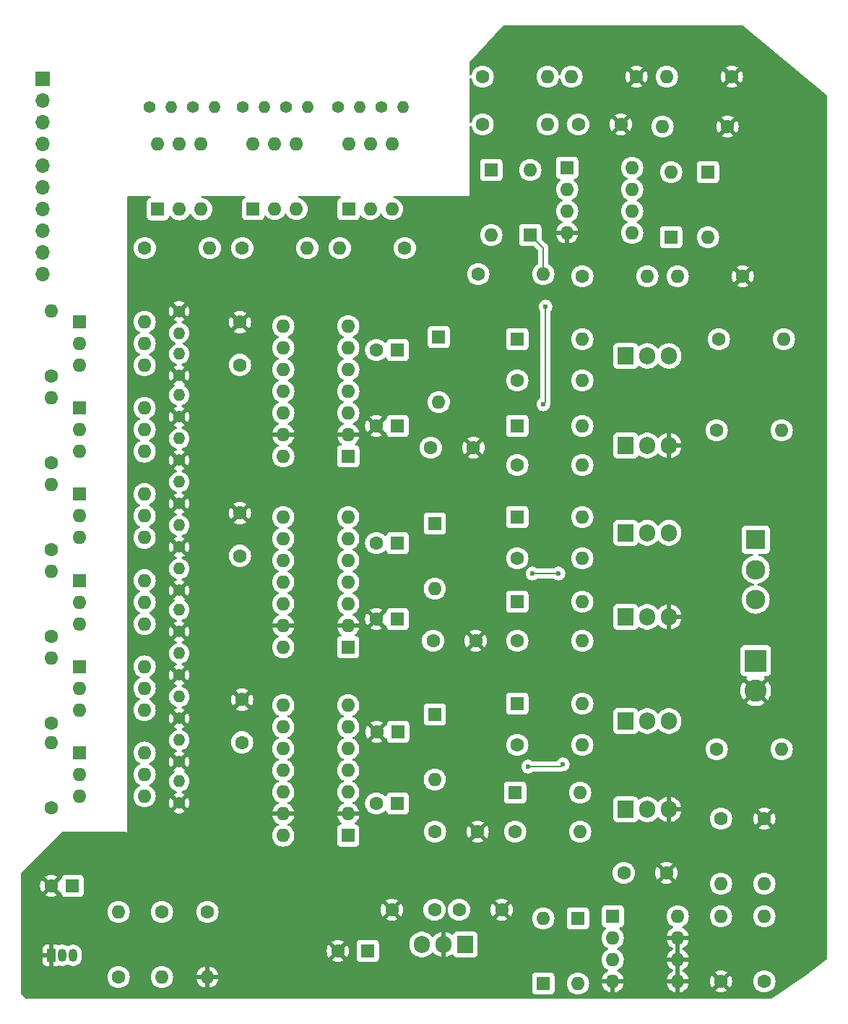
<source format=gbr>
%TF.GenerationSoftware,KiCad,Pcbnew,8.0.7*%
%TF.CreationDate,2025-01-10T08:42:05-05:00*%
%TF.ProjectId,esc,6573632e-6b69-4636-9164-5f7063625858,rev?*%
%TF.SameCoordinates,Original*%
%TF.FileFunction,Copper,L4,Bot*%
%TF.FilePolarity,Positive*%
%FSLAX46Y46*%
G04 Gerber Fmt 4.6, Leading zero omitted, Abs format (unit mm)*
G04 Created by KiCad (PCBNEW 8.0.7) date 2025-01-10 08:42:05*
%MOMM*%
%LPD*%
G01*
G04 APERTURE LIST*
%TA.AperFunction,ComponentPad*%
%ADD10C,1.600000*%
%TD*%
%TA.AperFunction,ComponentPad*%
%ADD11O,1.600000X1.600000*%
%TD*%
%TA.AperFunction,ComponentPad*%
%ADD12R,2.600000X2.600000*%
%TD*%
%TA.AperFunction,ComponentPad*%
%ADD13C,2.600000*%
%TD*%
%TA.AperFunction,ComponentPad*%
%ADD14C,2.300000*%
%TD*%
%TA.AperFunction,ComponentPad*%
%ADD15R,2.300000X2.300000*%
%TD*%
%TA.AperFunction,ComponentPad*%
%ADD16R,1.600000X1.600000*%
%TD*%
%TA.AperFunction,ComponentPad*%
%ADD17C,1.400000*%
%TD*%
%TA.AperFunction,ComponentPad*%
%ADD18O,1.400000X1.400000*%
%TD*%
%TA.AperFunction,ComponentPad*%
%ADD19O,1.700000X1.700000*%
%TD*%
%TA.AperFunction,ComponentPad*%
%ADD20R,1.700000X1.700000*%
%TD*%
%TA.AperFunction,ComponentPad*%
%ADD21O,1.905000X2.000000*%
%TD*%
%TA.AperFunction,ComponentPad*%
%ADD22R,1.905000X2.000000*%
%TD*%
%TA.AperFunction,ComponentPad*%
%ADD23O,1.050000X1.500000*%
%TD*%
%TA.AperFunction,ComponentPad*%
%ADD24R,1.050000X1.500000*%
%TD*%
%TA.AperFunction,ViaPad*%
%ADD25C,0.600000*%
%TD*%
%TA.AperFunction,Conductor*%
%ADD26C,0.200000*%
%TD*%
G04 APERTURE END LIST*
D10*
%TO.P,R34,1*%
%TO.N,W_LO*%
X35306000Y-118110000D03*
D11*
%TO.P,R34,2*%
%TO.N,Net-(R34-Pad2)*%
X35306000Y-110490000D03*
%TD*%
D10*
%TO.P,R33,1*%
%TO.N,W_HI*%
X35306000Y-108204000D03*
D11*
%TO.P,R33,2*%
%TO.N,Net-(R33-Pad2)*%
X35306000Y-100584000D03*
%TD*%
D10*
%TO.P,R30,1*%
%TO.N,V_LO*%
X35306000Y-98044000D03*
D11*
%TO.P,R30,2*%
%TO.N,Net-(R30-Pad2)*%
X35306000Y-90424000D03*
%TD*%
D10*
%TO.P,R29,1*%
%TO.N,V_HI*%
X35306000Y-87884000D03*
D11*
%TO.P,R29,2*%
%TO.N,Net-(R29-Pad2)*%
X35306000Y-80264000D03*
%TD*%
D10*
%TO.P,R26,1*%
%TO.N,U_LO*%
X35306000Y-77724000D03*
D11*
%TO.P,R26,2*%
%TO.N,Net-(R26-Pad2)*%
X35306000Y-70104000D03*
%TD*%
D10*
%TO.P,R27,1*%
%TO.N,U_HI*%
X35306000Y-67564000D03*
D11*
%TO.P,R27,2*%
%TO.N,Net-(R27-Pad2)*%
X35306000Y-59944000D03*
%TD*%
D12*
%TO.P,J3,1,Pin_1*%
%TO.N,+12V*%
X117856000Y-100894000D03*
D13*
%TO.P,J3,2,Pin_2*%
%TO.N,GND*%
X117856000Y-104394000D03*
%TD*%
D14*
%TO.P,J2,3,Pin_3*%
%TO.N,W*%
X117856000Y-93726000D03*
%TO.P,J2,2,Pin_2*%
%TO.N,V*%
X117856000Y-90226000D03*
D15*
%TO.P,J2,1,Pin_1*%
%TO.N,U*%
X117856000Y-86726000D03*
%TD*%
D10*
%TO.P,C12,1*%
%TO.N,+12V*%
X80264000Y-120904000D03*
%TO.P,C12,2*%
%TO.N,GND*%
X85264000Y-120904000D03*
%TD*%
%TO.P,C18,1*%
%TO.N,+5V*%
X97068000Y-38100000D03*
%TO.P,C18,2*%
%TO.N,GND*%
X102068000Y-38100000D03*
%TD*%
%TO.P,C17,1*%
%TO.N,+5V*%
X102402000Y-125730000D03*
%TO.P,C17,2*%
%TO.N,GND*%
X107402000Y-125730000D03*
%TD*%
%TO.P,C16,2*%
%TO.N,GND*%
X88098000Y-130048000D03*
%TO.P,C16,1*%
%TO.N,+5V*%
X83098000Y-130048000D03*
%TD*%
%TO.P,C14,2*%
%TO.N,GND*%
X75224000Y-130048000D03*
%TO.P,C14,1*%
%TO.N,+12V*%
X80224000Y-130048000D03*
%TD*%
%TO.P,C9,2*%
%TO.N,GND*%
X57658000Y-105450000D03*
%TO.P,C9,1*%
%TO.N,+5V*%
X57658000Y-110450000D03*
%TD*%
%TO.P,C8,1*%
%TO.N,+12V*%
X80050000Y-98552000D03*
%TO.P,C8,2*%
%TO.N,GND*%
X85050000Y-98552000D03*
%TD*%
%TO.P,C5,1*%
%TO.N,+5V*%
X57404000Y-66254000D03*
%TO.P,C5,2*%
%TO.N,GND*%
X57404000Y-61254000D03*
%TD*%
%TO.P,C4,1*%
%TO.N,+5V*%
X57404000Y-88606000D03*
%TO.P,C4,2*%
%TO.N,GND*%
X57404000Y-83606000D03*
%TD*%
%TO.P,C3,1*%
%TO.N,+12V*%
X79771113Y-75946000D03*
%TO.P,C3,2*%
%TO.N,GND*%
X84771113Y-75946000D03*
%TD*%
%TO.P,C15,2*%
%TO.N,GND*%
X68890000Y-134874000D03*
D16*
%TO.P,C15,1*%
%TO.N,+5V*%
X72390000Y-134874000D03*
%TD*%
D10*
%TO.P,C13,2*%
%TO.N,GND*%
X35281113Y-127254000D03*
D16*
%TO.P,C13,1*%
%TO.N,Net-(Q7-B)*%
X37781113Y-127254000D03*
%TD*%
%TO.P,C11,1*%
%TO.N,Net-(D3-K)*%
X75881113Y-117602000D03*
D10*
%TO.P,C11,2*%
%TO.N,W*%
X73381113Y-117602000D03*
%TD*%
D16*
%TO.P,C10,1*%
%TO.N,+12V*%
X75946000Y-109220000D03*
D10*
%TO.P,C10,2*%
%TO.N,GND*%
X73446000Y-109220000D03*
%TD*%
D16*
%TO.P,C7,1*%
%TO.N,Net-(D2-K)*%
X75881113Y-87122000D03*
D10*
%TO.P,C7,2*%
%TO.N,V*%
X73381113Y-87122000D03*
%TD*%
D16*
%TO.P,C6,1*%
%TO.N,+12V*%
X75881113Y-96012000D03*
D10*
%TO.P,C6,2*%
%TO.N,GND*%
X73381113Y-96012000D03*
%TD*%
D16*
%TO.P,C2,1*%
%TO.N,Net-(D1-K)*%
X75881113Y-64516000D03*
D10*
%TO.P,C2,2*%
%TO.N,U*%
X73381113Y-64516000D03*
%TD*%
D16*
%TO.P,C1,1*%
%TO.N,+12V*%
X75881113Y-73406000D03*
D10*
%TO.P,C1,2*%
%TO.N,GND*%
X73381113Y-73406000D03*
%TD*%
%TO.P,R24,1*%
%TO.N,+5V*%
X76723000Y-52578000D03*
D11*
%TO.P,R24,2*%
%TO.N,Net-(R24-Pad2)*%
X69103000Y-52578000D03*
%TD*%
D17*
%TO.P,R46,1*%
%TO.N,Net-(R46-Pad1)*%
X46801000Y-36068000D03*
D18*
%TO.P,R46,2*%
%TO.N,GND_EXT*%
X49341000Y-36068000D03*
%TD*%
D17*
%TO.P,R45,1*%
%TO.N,Net-(R45-Pad1)*%
X57723000Y-36068000D03*
D18*
%TO.P,R45,2*%
%TO.N,GND_EXT*%
X60263000Y-36068000D03*
%TD*%
D17*
%TO.P,R44,1*%
%TO.N,Net-(R44-Pad1)*%
X68899000Y-36068000D03*
D18*
%TO.P,R44,2*%
%TO.N,GND_EXT*%
X71439000Y-36068000D03*
%TD*%
D17*
%TO.P,R43,1*%
%TO.N,Net-(R43-Pad1)*%
X51881000Y-36068000D03*
D18*
%TO.P,R43,2*%
%TO.N,U_SENSE*%
X54421000Y-36068000D03*
%TD*%
D17*
%TO.P,R42,1*%
%TO.N,Net-(R42-Pad1)*%
X62803000Y-36068000D03*
D18*
%TO.P,R42,2*%
%TO.N,V_SENSE*%
X65343000Y-36068000D03*
%TD*%
D17*
%TO.P,R41,1*%
%TO.N,Net-(R41-Pad1)*%
X73979000Y-36068000D03*
D18*
%TO.P,R41,2*%
%TO.N,W_SENSE*%
X76519000Y-36068000D03*
%TD*%
D19*
%TO.P,J1,10,U_HI*%
%TO.N,U_HI*%
X34290000Y-55626000D03*
%TO.P,J1,9,U_LO*%
%TO.N,U_LO*%
X34290000Y-53086000D03*
%TO.P,J1,8,V_HI*%
%TO.N,V_HI*%
X34290000Y-50546000D03*
%TO.P,J1,7,V_LO*%
%TO.N,V_LO*%
X34290000Y-48006000D03*
%TO.P,J1,6,W_HI*%
%TO.N,W_HI*%
X34290000Y-45466000D03*
%TO.P,J1,5,W_LO*%
%TO.N,W_LO*%
X34290000Y-42926000D03*
%TO.P,J1,4,W_SENSE*%
%TO.N,W_SENSE*%
X34290000Y-40386000D03*
%TO.P,J1,3,V_SENSE*%
%TO.N,V_SENSE*%
X34290000Y-37846000D03*
%TO.P,J1,2,U_SENSE*%
%TO.N,U_SENSE*%
X34290000Y-35306000D03*
D20*
%TO.P,J1,1,EXT_GND*%
%TO.N,GND_EXT*%
X34290000Y-32766000D03*
%TD*%
D17*
%TO.P,R52,1*%
%TO.N,GND*%
X50292000Y-117552000D03*
D18*
%TO.P,R52,2*%
%TO.N,Net-(U3-LIN)*%
X50292000Y-115012000D03*
%TD*%
D17*
%TO.P,R51,1*%
%TO.N,GND*%
X50292000Y-107646000D03*
D18*
%TO.P,R51,2*%
%TO.N,Net-(U3-HIN)*%
X50292000Y-105106000D03*
%TD*%
D17*
%TO.P,R50,1*%
%TO.N,GND*%
X50292000Y-97486000D03*
D18*
%TO.P,R50,2*%
%TO.N,Net-(U2-LIN)*%
X50292000Y-94946000D03*
%TD*%
D17*
%TO.P,R49,1*%
%TO.N,GND*%
X50292000Y-87580000D03*
D18*
%TO.P,R49,2*%
%TO.N,Net-(U2-HIN)*%
X50292000Y-85040000D03*
%TD*%
D17*
%TO.P,R48,1*%
%TO.N,GND*%
X50292000Y-77420000D03*
D18*
%TO.P,R48,2*%
%TO.N,Net-(U1-LIN)*%
X50292000Y-74880000D03*
%TD*%
D17*
%TO.P,R47,1*%
%TO.N,GND*%
X50292000Y-67514000D03*
D18*
%TO.P,R47,2*%
%TO.N,Net-(U1-HIN)*%
X50292000Y-64974000D03*
%TD*%
D17*
%TO.P,R36,1*%
%TO.N,GND*%
X50292000Y-112726000D03*
D18*
%TO.P,R36,2*%
%TO.N,Net-(R36-Pad2)*%
X50292000Y-110186000D03*
%TD*%
D17*
%TO.P,R35,1*%
%TO.N,GND*%
X50292000Y-102566000D03*
D18*
%TO.P,R35,2*%
%TO.N,Net-(R35-Pad2)*%
X50292000Y-100026000D03*
%TD*%
D17*
%TO.P,R32,1*%
%TO.N,GND*%
X50292000Y-92660000D03*
D18*
%TO.P,R32,2*%
%TO.N,Net-(R32-Pad2)*%
X50292000Y-90120000D03*
%TD*%
%TO.P,R31,2*%
%TO.N,Net-(R31-Pad2)*%
X50292000Y-79960000D03*
D17*
%TO.P,R31,1*%
%TO.N,GND*%
X50292000Y-82500000D03*
%TD*%
D18*
%TO.P,R28,2*%
%TO.N,Net-(R28-Pad2)*%
X50292000Y-69800000D03*
D17*
%TO.P,R28,1*%
%TO.N,GND*%
X50292000Y-72340000D03*
%TD*%
D18*
%TO.P,R25,2*%
%TO.N,Net-(R25-Pad2)*%
X50292000Y-62534000D03*
D17*
%TO.P,R25,1*%
%TO.N,GND*%
X50292000Y-59994000D03*
%TD*%
D10*
%TO.P,R12,1*%
%TO.N,+5V*%
X46243000Y-52578000D03*
D11*
%TO.P,R12,2*%
%TO.N,Net-(R12-Pad2)*%
X53863000Y-52578000D03*
%TD*%
%TO.P,U7,6*%
%TO.N,Net-(R46-Pad1)*%
X47777000Y-40401000D03*
%TO.P,U7,5*%
%TO.N,Net-(R43-Pad1)*%
X50317000Y-40401000D03*
%TO.P,U7,4*%
%TO.N,GND_EXT*%
X52857000Y-40401000D03*
%TO.P,U7,3,NC*%
%TO.N,unconnected-(U7-NC-Pad3)*%
X52857000Y-48021000D03*
%TO.P,U7,2*%
%TO.N,Net-(U4-Pad1)*%
X50317000Y-48021000D03*
D16*
%TO.P,U7,1*%
%TO.N,Net-(R12-Pad2)*%
X47777000Y-48021000D03*
%TD*%
D11*
%TO.P,R38,2*%
%TO.N,Net-(Q7-C)*%
X48260000Y-137922000D03*
D10*
%TO.P,R38,1*%
%TO.N,+5V*%
X48260000Y-130302000D03*
%TD*%
D11*
%TO.P,D14,2,A*%
%TO.N,Net-(D14-A)*%
X97536000Y-105918000D03*
D16*
%TO.P,D14,1,K*%
%TO.N,Net-(D14-K)*%
X89916000Y-105918000D03*
%TD*%
%TO.P,U11,1*%
%TO.N,Net-(R26-Pad2)*%
X38608000Y-71304153D03*
D11*
%TO.P,U11,2*%
%TO.N,GND_EXT*%
X38608000Y-73844153D03*
%TO.P,U11,3,NC*%
%TO.N,unconnected-(U11-NC-Pad3)*%
X38608000Y-76384153D03*
%TO.P,U11,4*%
%TO.N,Net-(U1-LIN)*%
X46228000Y-76384153D03*
%TO.P,U11,5*%
%TO.N,+5V*%
X46228000Y-73844153D03*
%TO.P,U11,6*%
%TO.N,Net-(R28-Pad2)*%
X46228000Y-71304153D03*
%TD*%
%TO.P,R14,2*%
%TO.N,Net-(D4-A)*%
X96266000Y-32512000D03*
D10*
%TO.P,R14,1*%
%TO.N,GND*%
X103886000Y-32512000D03*
%TD*%
D11*
%TO.P,R2,2*%
%TO.N,Net-(D10-A)*%
X97536000Y-68072000D03*
D10*
%TO.P,R2,1*%
%TO.N,Net-(D10-K)*%
X89916000Y-68072000D03*
%TD*%
D11*
%TO.P,R22,2*%
%TO.N,Net-(D8-K)*%
X113792000Y-130810000D03*
D10*
%TO.P,R22,1*%
%TO.N,GND*%
X113792000Y-138430000D03*
%TD*%
D11*
%TO.P,R4,2*%
%TO.N,Net-(R10-Pad1)*%
X121158000Y-63246000D03*
D10*
%TO.P,R4,1*%
%TO.N,U*%
X113538000Y-63246000D03*
%TD*%
D11*
%TO.P,R20,2*%
%TO.N,Net-(D8-K)*%
X113792000Y-127000000D03*
D10*
%TO.P,R20,1*%
%TO.N,W*%
X113792000Y-119380000D03*
%TD*%
D11*
%TO.P,U8,6*%
%TO.N,Net-(R45-Pad1)*%
X58943000Y-40376000D03*
%TO.P,U8,5*%
%TO.N,Net-(R42-Pad1)*%
X61483000Y-40376000D03*
%TO.P,U8,4*%
%TO.N,GND_EXT*%
X64023000Y-40376000D03*
%TO.P,U8,3,NC*%
%TO.N,unconnected-(U8-NC-Pad3)*%
X64023000Y-47996000D03*
%TO.P,U8,2*%
%TO.N,Net-(U4-Pad7)*%
X61483000Y-47996000D03*
D16*
%TO.P,U8,1*%
%TO.N,Net-(R19-Pad2)*%
X58943000Y-47996000D03*
%TD*%
D10*
%TO.P,R3,1*%
%TO.N,Net-(D12-K)*%
X89916000Y-88900000D03*
D11*
%TO.P,R3,2*%
%TO.N,Net-(D12-A)*%
X97536000Y-88900000D03*
%TD*%
%TO.P,R16,2*%
%TO.N,Net-(D6-A)*%
X93472000Y-32512000D03*
D10*
%TO.P,R16,1*%
%TO.N,Net-(R10-Pad1)*%
X85852000Y-32512000D03*
%TD*%
D11*
%TO.P,R21,2*%
%TO.N,Net-(D8-A)*%
X118872000Y-130810000D03*
D10*
%TO.P,R21,1*%
%TO.N,Net-(R10-Pad1)*%
X118872000Y-138430000D03*
%TD*%
D11*
%TO.P,R1,2*%
%TO.N,Net-(D11-A)*%
X97536000Y-77978000D03*
D10*
%TO.P,R1,1*%
%TO.N,Net-(D11-K)*%
X89916000Y-77978000D03*
%TD*%
D11*
%TO.P,D2,2,A*%
%TO.N,+12V*%
X80250000Y-92456000D03*
D16*
%TO.P,D2,1,K*%
%TO.N,Net-(D2-K)*%
X80250000Y-84836000D03*
%TD*%
D11*
%TO.P,R18,2*%
%TO.N,Net-(D6-A)*%
X108712000Y-55880000D03*
D10*
%TO.P,R18,1*%
%TO.N,GND*%
X116332000Y-55880000D03*
%TD*%
D21*
%TO.P,Q6,3,S*%
%TO.N,GND*%
X107696000Y-118293000D03*
%TO.P,Q6,2,D*%
%TO.N,W*%
X105156000Y-118293000D03*
D22*
%TO.P,Q6,1,G*%
%TO.N,Net-(D15-A)*%
X102616000Y-118293000D03*
%TD*%
D11*
%TO.P,D3,2,A*%
%TO.N,+12V*%
X80250000Y-114808000D03*
D16*
%TO.P,D3,1,K*%
%TO.N,Net-(D3-K)*%
X80250000Y-107188000D03*
%TD*%
D11*
%TO.P,R19,2*%
%TO.N,Net-(R19-Pad2)*%
X65293000Y-52578000D03*
D10*
%TO.P,R19,1*%
%TO.N,+5V*%
X57673000Y-52578000D03*
%TD*%
D11*
%TO.P,D8,2,A*%
%TO.N,Net-(D8-A)*%
X92964000Y-131064000D03*
D16*
%TO.P,D8,1,K*%
%TO.N,Net-(D8-K)*%
X92964000Y-138684000D03*
%TD*%
D11*
%TO.P,R15,2*%
%TO.N,Net-(D6-K)*%
X105156000Y-55880000D03*
D10*
%TO.P,R15,1*%
%TO.N,V*%
X97536000Y-55880000D03*
%TD*%
D11*
%TO.P,U10,6*%
%TO.N,Net-(R25-Pad2)*%
X46228000Y-61214000D03*
%TO.P,U10,5*%
%TO.N,+5V*%
X46228000Y-63754000D03*
%TO.P,U10,4*%
%TO.N,Net-(U1-HIN)*%
X46228000Y-66294000D03*
%TO.P,U10,3,NC*%
%TO.N,unconnected-(U10-NC-Pad3)*%
X38608000Y-66294000D03*
%TO.P,U10,2*%
%TO.N,GND_EXT*%
X38608000Y-63754000D03*
D16*
%TO.P,U10,1*%
%TO.N,Net-(R27-Pad2)*%
X38608000Y-61214000D03*
%TD*%
%TO.P,U15,1*%
%TO.N,Net-(R34-Pad2)*%
X38608000Y-111664765D03*
D11*
%TO.P,U15,2*%
%TO.N,GND_EXT*%
X38608000Y-114204765D03*
%TO.P,U15,3,NC*%
%TO.N,unconnected-(U15-NC-Pad3)*%
X38608000Y-116744765D03*
%TO.P,U15,4*%
%TO.N,Net-(U3-LIN)*%
X46228000Y-116744765D03*
%TO.P,U15,5*%
%TO.N,+5V*%
X46228000Y-114204765D03*
%TO.P,U15,6*%
%TO.N,Net-(R36-Pad2)*%
X46228000Y-111664765D03*
%TD*%
D10*
%TO.P,R9,1*%
%TO.N,W*%
X113284000Y-111252000D03*
D11*
%TO.P,R9,2*%
%TO.N,Net-(R10-Pad1)*%
X120904000Y-111252000D03*
%TD*%
D10*
%TO.P,R7,1*%
%TO.N,Net-(D14-K)*%
X89916000Y-110744000D03*
D11*
%TO.P,R7,2*%
%TO.N,Net-(D14-A)*%
X97536000Y-110744000D03*
%TD*%
%TO.P,D7,2,A*%
%TO.N,Net-(D6-K)*%
X112268000Y-51308000D03*
D16*
%TO.P,D7,1,K*%
%TO.N,Net-(D6-A)*%
X112268000Y-43688000D03*
%TD*%
%TO.P,D13,1,K*%
%TO.N,Net-(D13-K)*%
X89916000Y-93980000D03*
D11*
%TO.P,D13,2,A*%
%TO.N,Net-(D13-A)*%
X97536000Y-93980000D03*
%TD*%
%TO.P,R10,2*%
%TO.N,Net-(D4-A)*%
X93472000Y-38100000D03*
D10*
%TO.P,R10,1*%
%TO.N,Net-(R10-Pad1)*%
X85852000Y-38100000D03*
%TD*%
D11*
%TO.P,U2,14,NC*%
%TO.N,unconnected-(U2-NC-Pad14)*%
X62474000Y-99319000D03*
%TO.P,U2,13,VSS*%
%TO.N,GND*%
X62474000Y-96779000D03*
%TO.P,U2,12,LIN*%
%TO.N,Net-(U2-LIN)*%
X62474000Y-94239000D03*
%TO.P,U2,11,SD*%
%TO.N,Net-(Q7-C)*%
X62474000Y-91699000D03*
%TO.P,U2,10,HIN*%
%TO.N,Net-(U2-HIN)*%
X62474000Y-89159000D03*
%TO.P,U2,9,VDD*%
%TO.N,+5V*%
X62474000Y-86619000D03*
%TO.P,U2,8,NC*%
%TO.N,unconnected-(U2-NC-Pad8)*%
X62474000Y-84079000D03*
%TO.P,U2,7,HO*%
%TO.N,Net-(D12-K)*%
X70094000Y-84079000D03*
%TO.P,U2,6,VB*%
%TO.N,Net-(D2-K)*%
X70094000Y-86619000D03*
%TO.P,U2,5,VS*%
%TO.N,V*%
X70094000Y-89159000D03*
%TO.P,U2,4,NC*%
%TO.N,unconnected-(U2-NC-Pad4)*%
X70094000Y-91699000D03*
%TO.P,U2,3,VCC*%
%TO.N,+12V*%
X70094000Y-94239000D03*
%TO.P,U2,2,COM*%
%TO.N,GND*%
X70094000Y-96779000D03*
D16*
%TO.P,U2,1,LO*%
%TO.N,Net-(D13-K)*%
X70094000Y-99319000D03*
%TD*%
D11*
%TO.P,R17,2*%
%TO.N,Net-(D6-K)*%
X106934000Y-38354000D03*
D10*
%TO.P,R17,1*%
%TO.N,GND*%
X114554000Y-38354000D03*
%TD*%
%TO.P,R6,1*%
%TO.N,V*%
X113284000Y-73914000D03*
D11*
%TO.P,R6,2*%
%TO.N,Net-(R10-Pad1)*%
X120904000Y-73914000D03*
%TD*%
%TO.P,D5,2,A*%
%TO.N,Net-(D4-K)*%
X86868000Y-51054000D03*
D16*
%TO.P,D5,1,K*%
%TO.N,Net-(D4-A)*%
X86868000Y-43434000D03*
%TD*%
D11*
%TO.P,D4,2,A*%
%TO.N,Net-(D4-A)*%
X91440000Y-43434000D03*
D16*
%TO.P,D4,1,K*%
%TO.N,Net-(D4-K)*%
X91440000Y-51054000D03*
%TD*%
D10*
%TO.P,R8,1*%
%TO.N,Net-(D15-K)*%
X89662000Y-120904000D03*
D11*
%TO.P,R8,2*%
%TO.N,Net-(D15-A)*%
X97282000Y-120904000D03*
%TD*%
D23*
%TO.P,Q7,3,C*%
%TO.N,Net-(Q7-C)*%
X37846000Y-135382000D03*
%TO.P,Q7,2,B*%
%TO.N,Net-(Q7-B)*%
X36576000Y-135382000D03*
D24*
%TO.P,Q7,1,E*%
%TO.N,GND*%
X35306000Y-135382000D03*
%TD*%
D16*
%TO.P,U14,1*%
%TO.N,Net-(R33-Pad2)*%
X38608000Y-101574612D03*
D11*
%TO.P,U14,2*%
%TO.N,GND_EXT*%
X38608000Y-104114612D03*
%TO.P,U14,3,NC*%
%TO.N,unconnected-(U14-NC-Pad3)*%
X38608000Y-106654612D03*
%TO.P,U14,4*%
%TO.N,Net-(U3-HIN)*%
X46228000Y-106654612D03*
%TO.P,U14,5*%
%TO.N,+5V*%
X46228000Y-104114612D03*
%TO.P,U14,6*%
%TO.N,Net-(R35-Pad2)*%
X46228000Y-101574612D03*
%TD*%
D16*
%TO.P,D12,1,K*%
%TO.N,Net-(D12-K)*%
X89916000Y-84074000D03*
D11*
%TO.P,D12,2,A*%
%TO.N,Net-(D12-A)*%
X97536000Y-84074000D03*
%TD*%
D16*
%TO.P,U4,1*%
%TO.N,Net-(U4-Pad1)*%
X95758000Y-43180000D03*
D11*
%TO.P,U4,2,-*%
%TO.N,Net-(D4-A)*%
X95758000Y-45720000D03*
%TO.P,U4,3,+*%
%TO.N,Net-(D4-K)*%
X95758000Y-48260000D03*
%TO.P,U4,4,V-*%
%TO.N,GND*%
X95758000Y-50800000D03*
%TO.P,U4,5,+*%
%TO.N,Net-(D6-K)*%
X103378000Y-50800000D03*
%TO.P,U4,6,-*%
%TO.N,Net-(D6-A)*%
X103378000Y-48260000D03*
%TO.P,U4,7*%
%TO.N,Net-(U4-Pad7)*%
X103378000Y-45720000D03*
%TO.P,U4,8,V+*%
%TO.N,+5V*%
X103378000Y-43180000D03*
%TD*%
D22*
%TO.P,U6,1,VI*%
%TO.N,+12V*%
X83820000Y-134112000D03*
D21*
%TO.P,U6,2,GND*%
%TO.N,GND*%
X81280000Y-134112000D03*
%TO.P,U6,3,VO*%
%TO.N,+5V*%
X78740000Y-134112000D03*
%TD*%
D11*
%TO.P,R11,2*%
%TO.N,Net-(D4-K)*%
X92964000Y-55626000D03*
D10*
%TO.P,R11,1*%
%TO.N,U*%
X85344000Y-55626000D03*
%TD*%
D21*
%TO.P,Q3,3,S*%
%TO.N,V*%
X107696000Y-85919000D03*
%TO.P,Q3,2,D*%
%TO.N,+12V*%
X105156000Y-85919000D03*
D22*
%TO.P,Q3,1,G*%
%TO.N,Net-(D12-A)*%
X102616000Y-85919000D03*
%TD*%
D11*
%TO.P,R13,2*%
%TO.N,Net-(D4-K)*%
X107442000Y-32512000D03*
D10*
%TO.P,R13,1*%
%TO.N,GND*%
X115062000Y-32512000D03*
%TD*%
D11*
%TO.P,U9,6*%
%TO.N,Net-(R44-Pad1)*%
X70134000Y-40376000D03*
%TO.P,U9,5*%
%TO.N,Net-(R41-Pad1)*%
X72674000Y-40376000D03*
%TO.P,U9,4*%
%TO.N,GND_EXT*%
X75214000Y-40376000D03*
%TO.P,U9,3,NC*%
%TO.N,unconnected-(U9-NC-Pad3)*%
X75214000Y-47996000D03*
%TO.P,U9,2*%
%TO.N,Net-(U5-Pad1)*%
X72674000Y-47996000D03*
D16*
%TO.P,U9,1*%
%TO.N,Net-(R24-Pad2)*%
X70134000Y-47996000D03*
%TD*%
D22*
%TO.P,Q4,1,G*%
%TO.N,Net-(D13-A)*%
X102616000Y-95758000D03*
D21*
%TO.P,Q4,2,D*%
%TO.N,V*%
X105156000Y-95758000D03*
%TO.P,Q4,3,S*%
%TO.N,GND*%
X107696000Y-95758000D03*
%TD*%
D11*
%TO.P,D6,2,A*%
%TO.N,Net-(D6-A)*%
X107950000Y-43688000D03*
D16*
%TO.P,D6,1,K*%
%TO.N,Net-(D6-K)*%
X107950000Y-51308000D03*
%TD*%
D11*
%TO.P,D1,2,A*%
%TO.N,+12V*%
X80707113Y-70612000D03*
D16*
%TO.P,D1,1,K*%
%TO.N,Net-(D1-K)*%
X80707113Y-62992000D03*
%TD*%
D11*
%TO.P,U12,6*%
%TO.N,Net-(R31-Pad2)*%
X46228000Y-81394306D03*
%TO.P,U12,5*%
%TO.N,+5V*%
X46228000Y-83934306D03*
%TO.P,U12,4*%
%TO.N,Net-(U2-HIN)*%
X46228000Y-86474306D03*
%TO.P,U12,3,NC*%
%TO.N,unconnected-(U12-NC-Pad3)*%
X38608000Y-86474306D03*
%TO.P,U12,2*%
%TO.N,GND_EXT*%
X38608000Y-83934306D03*
D16*
%TO.P,U12,1*%
%TO.N,Net-(R29-Pad2)*%
X38608000Y-81394306D03*
%TD*%
D21*
%TO.P,Q5,3,S*%
%TO.N,W*%
X107696000Y-107950000D03*
%TO.P,Q5,2,D*%
%TO.N,+12V*%
X105156000Y-107950000D03*
D22*
%TO.P,Q5,1,G*%
%TO.N,Net-(D14-A)*%
X102616000Y-107950000D03*
%TD*%
%TO.P,Q2,1,G*%
%TO.N,Net-(D11-A)*%
X102616000Y-75692000D03*
D21*
%TO.P,Q2,2,D*%
%TO.N,U*%
X105156000Y-75692000D03*
%TO.P,Q2,3,S*%
%TO.N,GND*%
X107696000Y-75692000D03*
%TD*%
D11*
%TO.P,U5,8,V+*%
%TO.N,+5V*%
X108722000Y-130820000D03*
%TO.P,U5,7*%
%TO.N,GND*%
X108722000Y-133360000D03*
%TO.P,U5,6,-*%
X108722000Y-135900000D03*
%TO.P,U5,5,+*%
X108722000Y-138440000D03*
%TO.P,U5,4,V-*%
X101102000Y-138440000D03*
%TO.P,U5,3,+*%
%TO.N,Net-(D8-K)*%
X101102000Y-135900000D03*
%TO.P,U5,2,-*%
%TO.N,Net-(D8-A)*%
X101102000Y-133360000D03*
D16*
%TO.P,U5,1*%
%TO.N,Net-(U5-Pad1)*%
X101102000Y-130820000D03*
%TD*%
D11*
%TO.P,D15,2,A*%
%TO.N,Net-(D15-A)*%
X97282000Y-116332000D03*
D16*
%TO.P,D15,1,K*%
%TO.N,Net-(D15-K)*%
X89662000Y-116332000D03*
%TD*%
D11*
%TO.P,D9,2,A*%
%TO.N,Net-(D8-K)*%
X97028000Y-138684000D03*
D16*
%TO.P,D9,1,K*%
%TO.N,Net-(D8-A)*%
X97028000Y-131064000D03*
%TD*%
D11*
%TO.P,D10,2,A*%
%TO.N,Net-(D10-A)*%
X97536000Y-63246000D03*
D16*
%TO.P,D10,1,K*%
%TO.N,Net-(D10-K)*%
X89916000Y-63246000D03*
%TD*%
D11*
%TO.P,R23,2*%
%TO.N,Net-(D8-A)*%
X118872000Y-127000000D03*
D10*
%TO.P,R23,1*%
%TO.N,GND*%
X118872000Y-119380000D03*
%TD*%
D22*
%TO.P,Q1,1,G*%
%TO.N,Net-(D10-A)*%
X102616000Y-65207000D03*
D21*
%TO.P,Q1,2,D*%
%TO.N,+12V*%
X105156000Y-65207000D03*
%TO.P,Q1,3,S*%
%TO.N,U*%
X107696000Y-65207000D03*
%TD*%
D10*
%TO.P,R5,1*%
%TO.N,Net-(D13-K)*%
X89916000Y-98552000D03*
D11*
%TO.P,R5,2*%
%TO.N,Net-(D13-A)*%
X97536000Y-98552000D03*
%TD*%
%TO.P,U13,6*%
%TO.N,Net-(R32-Pad2)*%
X46228000Y-91484459D03*
%TO.P,U13,5*%
%TO.N,+5V*%
X46228000Y-94024459D03*
%TO.P,U13,4*%
%TO.N,Net-(U2-LIN)*%
X46228000Y-96564459D03*
%TO.P,U13,3,NC*%
%TO.N,unconnected-(U13-NC-Pad3)*%
X38608000Y-96564459D03*
%TO.P,U13,2*%
%TO.N,GND_EXT*%
X38608000Y-94024459D03*
D16*
%TO.P,U13,1*%
%TO.N,Net-(R30-Pad2)*%
X38608000Y-91484459D03*
%TD*%
D11*
%TO.P,R37,2*%
%TO.N,Net-(Q7-B)*%
X43180000Y-130302000D03*
D10*
%TO.P,R37,1*%
%TO.N,+5V*%
X43180000Y-137922000D03*
%TD*%
D11*
%TO.P,U3,14,NC*%
%TO.N,unconnected-(U3-NC-Pad14)*%
X62474000Y-121350000D03*
%TO.P,U3,13,VSS*%
%TO.N,GND*%
X62474000Y-118810000D03*
%TO.P,U3,12,LIN*%
%TO.N,Net-(U3-LIN)*%
X62474000Y-116270000D03*
%TO.P,U3,11,SD*%
%TO.N,Net-(Q7-C)*%
X62474000Y-113730000D03*
%TO.P,U3,10,HIN*%
%TO.N,Net-(U3-HIN)*%
X62474000Y-111190000D03*
%TO.P,U3,9,VDD*%
%TO.N,+5V*%
X62474000Y-108650000D03*
%TO.P,U3,8,NC*%
%TO.N,unconnected-(U3-NC-Pad8)*%
X62474000Y-106110000D03*
%TO.P,U3,7,HO*%
%TO.N,Net-(D14-K)*%
X70094000Y-106110000D03*
%TO.P,U3,6,VB*%
%TO.N,Net-(D3-K)*%
X70094000Y-108650000D03*
%TO.P,U3,5,VS*%
%TO.N,W*%
X70094000Y-111190000D03*
%TO.P,U3,4,NC*%
%TO.N,unconnected-(U3-NC-Pad4)*%
X70094000Y-113730000D03*
%TO.P,U3,3,VCC*%
%TO.N,+12V*%
X70094000Y-116270000D03*
%TO.P,U3,2,COM*%
%TO.N,GND*%
X70094000Y-118810000D03*
D16*
%TO.P,U3,1,LO*%
%TO.N,Net-(D15-K)*%
X70094000Y-121350000D03*
%TD*%
D11*
%TO.P,D11,2,A*%
%TO.N,Net-(D11-A)*%
X97536000Y-73406000D03*
D16*
%TO.P,D11,1,K*%
%TO.N,Net-(D11-K)*%
X89916000Y-73406000D03*
%TD*%
D11*
%TO.P,U1,14,NC*%
%TO.N,unconnected-(U1-NC-Pad14)*%
X62484000Y-76962000D03*
%TO.P,U1,13,VSS*%
%TO.N,GND*%
X62484000Y-74422000D03*
%TO.P,U1,12,LIN*%
%TO.N,Net-(U1-LIN)*%
X62484000Y-71882000D03*
%TO.P,U1,11,SD*%
%TO.N,Net-(Q7-C)*%
X62484000Y-69342000D03*
%TO.P,U1,10,HIN*%
%TO.N,Net-(U1-HIN)*%
X62484000Y-66802000D03*
%TO.P,U1,9,VDD*%
%TO.N,+5V*%
X62484000Y-64262000D03*
%TO.P,U1,8,NC*%
%TO.N,unconnected-(U1-NC-Pad8)*%
X62484000Y-61722000D03*
%TO.P,U1,7,HO*%
%TO.N,Net-(D10-K)*%
X70104000Y-61722000D03*
%TO.P,U1,6,VB*%
%TO.N,Net-(D1-K)*%
X70104000Y-64262000D03*
%TO.P,U1,5,VS*%
%TO.N,U*%
X70104000Y-66802000D03*
%TO.P,U1,4,NC*%
%TO.N,unconnected-(U1-NC-Pad4)*%
X70104000Y-69342000D03*
%TO.P,U1,3,VCC*%
%TO.N,+12V*%
X70104000Y-71882000D03*
%TO.P,U1,2,COM*%
%TO.N,GND*%
X70104000Y-74422000D03*
D16*
%TO.P,U1,1,LO*%
%TO.N,Net-(D11-K)*%
X70104000Y-76962000D03*
%TD*%
D11*
%TO.P,R39,2*%
%TO.N,GND*%
X53594000Y-137922000D03*
D10*
%TO.P,R39,1*%
%TO.N,Net-(Q7-B)*%
X53594000Y-130302000D03*
%TD*%
D25*
%TO.N,W*%
X95250000Y-113030000D03*
X91186000Y-113284000D03*
%TO.N,V*%
X94742000Y-90678000D03*
X91694000Y-90678000D03*
%TO.N,Net-(U5-Pad1)*%
X93218000Y-59436000D03*
X92964000Y-70866000D03*
%TD*%
D26*
%TO.N,Net-(D4-K)*%
X92964000Y-52578000D02*
X91440000Y-51054000D01*
X92964000Y-55626000D02*
X92964000Y-52578000D01*
%TO.N,W*%
X94996000Y-113284000D02*
X95250000Y-113030000D01*
X91186000Y-113284000D02*
X94996000Y-113284000D01*
%TO.N,V*%
X91694000Y-90678000D02*
X94742000Y-90678000D01*
%TO.N,Net-(U5-Pad1)*%
X92964000Y-70866000D02*
X93218000Y-70612000D01*
X93218000Y-70612000D02*
X93218000Y-59436000D01*
%TD*%
%TA.AperFunction,Conductor*%
%TO.N,GND*%
G36*
X108972000Y-138124314D02*
G01*
X108967606Y-138119920D01*
X108876394Y-138067259D01*
X108774661Y-138040000D01*
X108669339Y-138040000D01*
X108567606Y-138067259D01*
X108476394Y-138119920D01*
X108472000Y-138124314D01*
X108472000Y-136215686D01*
X108476394Y-136220080D01*
X108567606Y-136272741D01*
X108669339Y-136300000D01*
X108774661Y-136300000D01*
X108876394Y-136272741D01*
X108967606Y-136220080D01*
X108972000Y-136215686D01*
X108972000Y-138124314D01*
G37*
%TD.AperFunction*%
%TA.AperFunction,Conductor*%
G36*
X108972000Y-135584314D02*
G01*
X108967606Y-135579920D01*
X108876394Y-135527259D01*
X108774661Y-135500000D01*
X108669339Y-135500000D01*
X108567606Y-135527259D01*
X108476394Y-135579920D01*
X108472000Y-135584314D01*
X108472000Y-133675686D01*
X108476394Y-133680080D01*
X108567606Y-133732741D01*
X108669339Y-133760000D01*
X108774661Y-133760000D01*
X108876394Y-133732741D01*
X108967606Y-133680080D01*
X108972000Y-133675686D01*
X108972000Y-135584314D01*
G37*
%TD.AperFunction*%
%TA.AperFunction,Conductor*%
G36*
X116202630Y-26470719D02*
G01*
X116269660Y-26490425D01*
X116281718Y-26499250D01*
X126193130Y-34715207D01*
X126232180Y-34773144D01*
X126237995Y-34810680D01*
X126230256Y-135826709D01*
X126210566Y-135893747D01*
X126178993Y-135927125D01*
X123575649Y-137812708D01*
X123572217Y-137815108D01*
X119665421Y-140448320D01*
X119598828Y-140469465D01*
X119596105Y-140469495D01*
X32309355Y-140462004D01*
X32242318Y-140442314D01*
X32221685Y-140425685D01*
X31786319Y-139990319D01*
X31752834Y-139928996D01*
X31750000Y-139902638D01*
X31750000Y-137921998D01*
X41874532Y-137921998D01*
X41874532Y-137922001D01*
X41894364Y-138148686D01*
X41894366Y-138148697D01*
X41953258Y-138368488D01*
X41953261Y-138368497D01*
X42049431Y-138574732D01*
X42049432Y-138574734D01*
X42179954Y-138761141D01*
X42340858Y-138922045D01*
X42340861Y-138922047D01*
X42527266Y-139052568D01*
X42733504Y-139148739D01*
X42953308Y-139207635D01*
X43115230Y-139221801D01*
X43179998Y-139227468D01*
X43180000Y-139227468D01*
X43180002Y-139227468D01*
X43236673Y-139222509D01*
X43406692Y-139207635D01*
X43626496Y-139148739D01*
X43832734Y-139052568D01*
X44019139Y-138922047D01*
X44180047Y-138761139D01*
X44310568Y-138574734D01*
X44406739Y-138368496D01*
X44465635Y-138148692D01*
X44485468Y-137922000D01*
X44485468Y-137921998D01*
X46954532Y-137921998D01*
X46954532Y-137922001D01*
X46974364Y-138148686D01*
X46974366Y-138148697D01*
X47033258Y-138368488D01*
X47033261Y-138368497D01*
X47129431Y-138574732D01*
X47129432Y-138574734D01*
X47259954Y-138761141D01*
X47420858Y-138922045D01*
X47420861Y-138922047D01*
X47607266Y-139052568D01*
X47813504Y-139148739D01*
X48033308Y-139207635D01*
X48195230Y-139221801D01*
X48259998Y-139227468D01*
X48260000Y-139227468D01*
X48260002Y-139227468D01*
X48316673Y-139222509D01*
X48486692Y-139207635D01*
X48706496Y-139148739D01*
X48912734Y-139052568D01*
X49099139Y-138922047D01*
X49260047Y-138761139D01*
X49390568Y-138574734D01*
X49486739Y-138368496D01*
X49545635Y-138148692D01*
X49565468Y-137922000D01*
X49545635Y-137695308D01*
X49539389Y-137671999D01*
X52315127Y-137671999D01*
X52315128Y-137672000D01*
X53278314Y-137672000D01*
X53273920Y-137676394D01*
X53221259Y-137767606D01*
X53194000Y-137869339D01*
X53194000Y-137974661D01*
X53221259Y-138076394D01*
X53273920Y-138167606D01*
X53278314Y-138172000D01*
X52315128Y-138172000D01*
X52367730Y-138368317D01*
X52367734Y-138368326D01*
X52463865Y-138574482D01*
X52594342Y-138760820D01*
X52755179Y-138921657D01*
X52941517Y-139052134D01*
X53147673Y-139148265D01*
X53147682Y-139148269D01*
X53343999Y-139200872D01*
X53344000Y-139200871D01*
X53344000Y-138237686D01*
X53348394Y-138242080D01*
X53439606Y-138294741D01*
X53541339Y-138322000D01*
X53646661Y-138322000D01*
X53748394Y-138294741D01*
X53839606Y-138242080D01*
X53844000Y-138237686D01*
X53844000Y-139200872D01*
X54040317Y-139148269D01*
X54040326Y-139148265D01*
X54246482Y-139052134D01*
X54432820Y-138921657D01*
X54593657Y-138760820D01*
X54724134Y-138574482D01*
X54820265Y-138368326D01*
X54820269Y-138368317D01*
X54872872Y-138172000D01*
X53909686Y-138172000D01*
X53914080Y-138167606D01*
X53966741Y-138076394D01*
X53994000Y-137974661D01*
X53994000Y-137869339D01*
X53985103Y-137836135D01*
X91663500Y-137836135D01*
X91663500Y-139531870D01*
X91663501Y-139531876D01*
X91669908Y-139591483D01*
X91720202Y-139726328D01*
X91720206Y-139726335D01*
X91806452Y-139841544D01*
X91806455Y-139841547D01*
X91921664Y-139927793D01*
X91921671Y-139927797D01*
X92056517Y-139978091D01*
X92056516Y-139978091D01*
X92063444Y-139978835D01*
X92116127Y-139984500D01*
X93811872Y-139984499D01*
X93871483Y-139978091D01*
X94006331Y-139927796D01*
X94121546Y-139841546D01*
X94207796Y-139726331D01*
X94258091Y-139591483D01*
X94264500Y-139531873D01*
X94264499Y-138683998D01*
X95722532Y-138683998D01*
X95722532Y-138684001D01*
X95742364Y-138910686D01*
X95742366Y-138910697D01*
X95801258Y-139130488D01*
X95801261Y-139130497D01*
X95897431Y-139336732D01*
X95897432Y-139336734D01*
X96027954Y-139523141D01*
X96188858Y-139684045D01*
X96188861Y-139684047D01*
X96375266Y-139814568D01*
X96581504Y-139910739D01*
X96801308Y-139969635D01*
X96963230Y-139983801D01*
X97027998Y-139989468D01*
X97028000Y-139989468D01*
X97028002Y-139989468D01*
X97084807Y-139984498D01*
X97254692Y-139969635D01*
X97474496Y-139910739D01*
X97680734Y-139814568D01*
X97867139Y-139684047D01*
X98028047Y-139523139D01*
X98158568Y-139336734D01*
X98254739Y-139130496D01*
X98313635Y-138910692D01*
X98332943Y-138690000D01*
X98333468Y-138684001D01*
X98333468Y-138683998D01*
X98313635Y-138457313D01*
X98313635Y-138457308D01*
X98254739Y-138237504D01*
X98158568Y-138031266D01*
X98028047Y-137844861D01*
X98028045Y-137844858D01*
X97867141Y-137683954D01*
X97680734Y-137553432D01*
X97680732Y-137553431D01*
X97474497Y-137457261D01*
X97474488Y-137457258D01*
X97254697Y-137398366D01*
X97254693Y-137398365D01*
X97254692Y-137398365D01*
X97254691Y-137398364D01*
X97254686Y-137398364D01*
X97028002Y-137378532D01*
X97027998Y-137378532D01*
X96801313Y-137398364D01*
X96801302Y-137398366D01*
X96581511Y-137457258D01*
X96581502Y-137457261D01*
X96375267Y-137553431D01*
X96375265Y-137553432D01*
X96188858Y-137683954D01*
X96027954Y-137844858D01*
X95897432Y-138031265D01*
X95897431Y-138031267D01*
X95801261Y-138237502D01*
X95801258Y-138237511D01*
X95742366Y-138457302D01*
X95742364Y-138457313D01*
X95722532Y-138683998D01*
X94264499Y-138683998D01*
X94264499Y-137836128D01*
X94258172Y-137777266D01*
X94258091Y-137776516D01*
X94207797Y-137641671D01*
X94207793Y-137641664D01*
X94121547Y-137526455D01*
X94121544Y-137526452D01*
X94006335Y-137440206D01*
X94006328Y-137440202D01*
X93871482Y-137389908D01*
X93871483Y-137389908D01*
X93811883Y-137383501D01*
X93811881Y-137383500D01*
X93811873Y-137383500D01*
X93811864Y-137383500D01*
X92116129Y-137383500D01*
X92116123Y-137383501D01*
X92056516Y-137389908D01*
X91921671Y-137440202D01*
X91921664Y-137440206D01*
X91806455Y-137526452D01*
X91806452Y-137526455D01*
X91720206Y-137641664D01*
X91720202Y-137641671D01*
X91669908Y-137776517D01*
X91663501Y-137836116D01*
X91663501Y-137836123D01*
X91663500Y-137836135D01*
X53985103Y-137836135D01*
X53966741Y-137767606D01*
X53914080Y-137676394D01*
X53909686Y-137672000D01*
X54872872Y-137672000D01*
X54872872Y-137671999D01*
X54820269Y-137475682D01*
X54820265Y-137475673D01*
X54724134Y-137269517D01*
X54593657Y-137083179D01*
X54432820Y-136922342D01*
X54246482Y-136791865D01*
X54040328Y-136695734D01*
X53844000Y-136643127D01*
X53844000Y-137606314D01*
X53839606Y-137601920D01*
X53748394Y-137549259D01*
X53646661Y-137522000D01*
X53541339Y-137522000D01*
X53439606Y-137549259D01*
X53348394Y-137601920D01*
X53344000Y-137606314D01*
X53344000Y-136643127D01*
X53147671Y-136695734D01*
X52941517Y-136791865D01*
X52755179Y-136922342D01*
X52594342Y-137083179D01*
X52463865Y-137269517D01*
X52367734Y-137475673D01*
X52367730Y-137475682D01*
X52315127Y-137671999D01*
X49539389Y-137671999D01*
X49486739Y-137475504D01*
X49390568Y-137269266D01*
X49260047Y-137082861D01*
X49260045Y-137082858D01*
X49099141Y-136921954D01*
X48912734Y-136791432D01*
X48912732Y-136791431D01*
X48706497Y-136695261D01*
X48706488Y-136695258D01*
X48486697Y-136636366D01*
X48486693Y-136636365D01*
X48486692Y-136636365D01*
X48486691Y-136636364D01*
X48486686Y-136636364D01*
X48260002Y-136616532D01*
X48259998Y-136616532D01*
X48033313Y-136636364D01*
X48033302Y-136636366D01*
X47813511Y-136695258D01*
X47813502Y-136695261D01*
X47607267Y-136791431D01*
X47607265Y-136791432D01*
X47420858Y-136921954D01*
X47259954Y-137082858D01*
X47129432Y-137269265D01*
X47129431Y-137269267D01*
X47033261Y-137475502D01*
X47033258Y-137475511D01*
X46974366Y-137695302D01*
X46974364Y-137695313D01*
X46954532Y-137921998D01*
X44485468Y-137921998D01*
X44465635Y-137695308D01*
X44406739Y-137475504D01*
X44310568Y-137269266D01*
X44180047Y-137082861D01*
X44180045Y-137082858D01*
X44019141Y-136921954D01*
X43832734Y-136791432D01*
X43832732Y-136791431D01*
X43626497Y-136695261D01*
X43626488Y-136695258D01*
X43406697Y-136636366D01*
X43406693Y-136636365D01*
X43406692Y-136636365D01*
X43406691Y-136636364D01*
X43406686Y-136636364D01*
X43180002Y-136616532D01*
X43179998Y-136616532D01*
X42953313Y-136636364D01*
X42953302Y-136636366D01*
X42733511Y-136695258D01*
X42733502Y-136695261D01*
X42527267Y-136791431D01*
X42527265Y-136791432D01*
X42340858Y-136921954D01*
X42179954Y-137082858D01*
X42049432Y-137269265D01*
X42049431Y-137269267D01*
X41953261Y-137475502D01*
X41953258Y-137475511D01*
X41894366Y-137695302D01*
X41894364Y-137695313D01*
X41874532Y-137921998D01*
X31750000Y-137921998D01*
X31750000Y-134584155D01*
X34281000Y-134584155D01*
X34281000Y-135132000D01*
X35025670Y-135132000D01*
X35005925Y-135151745D01*
X34956556Y-135237255D01*
X34931000Y-135332630D01*
X34931000Y-135431370D01*
X34956556Y-135526745D01*
X35005925Y-135612255D01*
X35025670Y-135632000D01*
X34281000Y-135632000D01*
X34281000Y-136179844D01*
X34287401Y-136239372D01*
X34287403Y-136239379D01*
X34337645Y-136374086D01*
X34337649Y-136374093D01*
X34423809Y-136489187D01*
X34423812Y-136489190D01*
X34538906Y-136575350D01*
X34538913Y-136575354D01*
X34673620Y-136625596D01*
X34673627Y-136625598D01*
X34733155Y-136631999D01*
X34733172Y-136632000D01*
X35056000Y-136632000D01*
X35056000Y-135662330D01*
X35075745Y-135682075D01*
X35161255Y-135731444D01*
X35256630Y-135757000D01*
X35355370Y-135757000D01*
X35450745Y-135731444D01*
X35536255Y-135682075D01*
X35550500Y-135667830D01*
X35550500Y-135708003D01*
X35553259Y-135721876D01*
X35553617Y-135723671D01*
X35556000Y-135747865D01*
X35556000Y-136632000D01*
X35878828Y-136632000D01*
X35878844Y-136631999D01*
X35938372Y-136625598D01*
X35938376Y-136625597D01*
X36073089Y-136575352D01*
X36073896Y-136574748D01*
X36074845Y-136574393D01*
X36080876Y-136571101D01*
X36081349Y-136571967D01*
X36139360Y-136550329D01*
X36195661Y-136559451D01*
X36276873Y-136593091D01*
X36440288Y-136625596D01*
X36474992Y-136632499D01*
X36474996Y-136632500D01*
X36474997Y-136632500D01*
X36677004Y-136632500D01*
X36677005Y-136632499D01*
X36875127Y-136593091D01*
X37061756Y-136515786D01*
X37142110Y-136462094D01*
X37208786Y-136441217D01*
X37276166Y-136459701D01*
X37279865Y-136462078D01*
X37360244Y-136515786D01*
X37546873Y-136593091D01*
X37710288Y-136625596D01*
X37744992Y-136632499D01*
X37744996Y-136632500D01*
X37744997Y-136632500D01*
X37947004Y-136632500D01*
X37947005Y-136632499D01*
X38145127Y-136593091D01*
X38331756Y-136515786D01*
X38499718Y-136403558D01*
X38642558Y-136260718D01*
X38754786Y-136092756D01*
X38832091Y-135906127D01*
X38871500Y-135708003D01*
X38871500Y-135055997D01*
X38835298Y-134873997D01*
X67585034Y-134873997D01*
X67585034Y-134874002D01*
X67604858Y-135100599D01*
X67604860Y-135100610D01*
X67663730Y-135320317D01*
X67663735Y-135320331D01*
X67759863Y-135526478D01*
X67810974Y-135599472D01*
X68490000Y-134920446D01*
X68490000Y-134926661D01*
X68517259Y-135028394D01*
X68569920Y-135119606D01*
X68644394Y-135194080D01*
X68735606Y-135246741D01*
X68837339Y-135274000D01*
X68843553Y-135274000D01*
X68164526Y-135953025D01*
X68237513Y-136004132D01*
X68237521Y-136004136D01*
X68443668Y-136100264D01*
X68443682Y-136100269D01*
X68663389Y-136159139D01*
X68663400Y-136159141D01*
X68889998Y-136178966D01*
X68890002Y-136178966D01*
X69116599Y-136159141D01*
X69116610Y-136159139D01*
X69336317Y-136100269D01*
X69336331Y-136100264D01*
X69542478Y-136004136D01*
X69615471Y-135953024D01*
X68936447Y-135274000D01*
X68942661Y-135274000D01*
X69044394Y-135246741D01*
X69135606Y-135194080D01*
X69210080Y-135119606D01*
X69262741Y-135028394D01*
X69290000Y-134926661D01*
X69290000Y-134920447D01*
X69969024Y-135599471D01*
X70020136Y-135526478D01*
X70116264Y-135320331D01*
X70116269Y-135320317D01*
X70175139Y-135100610D01*
X70175141Y-135100599D01*
X70194966Y-134874002D01*
X70194966Y-134873997D01*
X70175141Y-134647400D01*
X70175139Y-134647389D01*
X70116269Y-134427682D01*
X70116264Y-134427668D01*
X70020136Y-134221521D01*
X70020132Y-134221513D01*
X69969025Y-134148526D01*
X69290000Y-134827551D01*
X69290000Y-134821339D01*
X69262741Y-134719606D01*
X69210080Y-134628394D01*
X69135606Y-134553920D01*
X69044394Y-134501259D01*
X68942661Y-134474000D01*
X68936445Y-134474000D01*
X69384311Y-134026135D01*
X71089500Y-134026135D01*
X71089500Y-135721870D01*
X71089501Y-135721876D01*
X71095908Y-135781483D01*
X71146202Y-135916328D01*
X71146206Y-135916335D01*
X71232452Y-136031544D01*
X71232455Y-136031547D01*
X71347664Y-136117793D01*
X71347671Y-136117797D01*
X71482517Y-136168091D01*
X71482516Y-136168091D01*
X71489444Y-136168835D01*
X71542127Y-136174500D01*
X73237872Y-136174499D01*
X73297483Y-136168091D01*
X73432331Y-136117796D01*
X73547546Y-136031546D01*
X73633796Y-135916331D01*
X73684091Y-135781483D01*
X73690500Y-135721873D01*
X73690499Y-134026128D01*
X73684091Y-133966517D01*
X73677985Y-133950146D01*
X77287000Y-133950146D01*
X77287000Y-134273853D01*
X77322778Y-134499746D01*
X77322778Y-134499749D01*
X77393450Y-134717255D01*
X77446484Y-134821339D01*
X77497283Y-134921038D01*
X77631714Y-135106066D01*
X77793434Y-135267786D01*
X77978462Y-135402217D01*
X78079468Y-135453682D01*
X78182244Y-135506049D01*
X78399751Y-135576721D01*
X78399752Y-135576721D01*
X78399755Y-135576722D01*
X78625646Y-135612500D01*
X78625647Y-135612500D01*
X78854353Y-135612500D01*
X78854354Y-135612500D01*
X79080245Y-135576722D01*
X79080248Y-135576721D01*
X79080249Y-135576721D01*
X79297755Y-135506049D01*
X79297755Y-135506048D01*
X79297758Y-135506048D01*
X79501538Y-135402217D01*
X79686566Y-135267786D01*
X79848286Y-135106066D01*
X79909992Y-135021134D01*
X79965319Y-134978470D01*
X80034932Y-134972491D01*
X80096727Y-135005096D01*
X80110626Y-135021135D01*
X80172097Y-135105741D01*
X80172097Y-135105742D01*
X80333757Y-135267402D01*
X80518723Y-135401788D01*
X80722429Y-135505582D01*
X80939871Y-135576234D01*
X81030000Y-135590509D01*
X81030000Y-134602747D01*
X81067708Y-134624518D01*
X81207591Y-134662000D01*
X81352409Y-134662000D01*
X81492292Y-134624518D01*
X81530000Y-134602747D01*
X81530000Y-135590508D01*
X81620128Y-135576234D01*
X81837570Y-135505582D01*
X82041276Y-135401788D01*
X82224059Y-135268988D01*
X82289865Y-135245508D01*
X82357919Y-135261333D01*
X82406614Y-135311439D01*
X82413127Y-135325974D01*
X82423701Y-135354326D01*
X82423706Y-135354335D01*
X82509952Y-135469544D01*
X82509955Y-135469547D01*
X82625164Y-135555793D01*
X82625171Y-135555797D01*
X82760017Y-135606091D01*
X82760016Y-135606091D01*
X82766944Y-135606835D01*
X82819627Y-135612500D01*
X84820372Y-135612499D01*
X84879983Y-135606091D01*
X85014831Y-135555796D01*
X85130046Y-135469546D01*
X85216296Y-135354331D01*
X85266591Y-135219483D01*
X85273000Y-135159873D01*
X85272999Y-133359998D01*
X99796532Y-133359998D01*
X99796532Y-133360001D01*
X99816364Y-133586686D01*
X99816366Y-133586697D01*
X99875258Y-133806488D01*
X99875261Y-133806497D01*
X99971431Y-134012732D01*
X99971432Y-134012734D01*
X100101954Y-134199141D01*
X100262858Y-134360045D01*
X100262861Y-134360047D01*
X100449266Y-134490568D01*
X100507275Y-134517618D01*
X100559714Y-134563791D01*
X100578866Y-134630984D01*
X100558650Y-134697865D01*
X100507275Y-134742382D01*
X100449267Y-134769431D01*
X100449265Y-134769432D01*
X100262858Y-134899954D01*
X100101954Y-135060858D01*
X99971432Y-135247265D01*
X99971431Y-135247267D01*
X99875261Y-135453502D01*
X99875258Y-135453511D01*
X99816366Y-135673302D01*
X99816364Y-135673313D01*
X99796532Y-135899998D01*
X99796532Y-135900001D01*
X99816364Y-136126686D01*
X99816366Y-136126697D01*
X99875258Y-136346488D01*
X99875261Y-136346497D01*
X99971431Y-136552732D01*
X99971432Y-136552734D01*
X100101954Y-136739141D01*
X100262858Y-136900045D01*
X100262861Y-136900047D01*
X100449266Y-137030568D01*
X100507865Y-137057893D01*
X100560305Y-137104065D01*
X100579457Y-137171258D01*
X100559242Y-137238139D01*
X100507867Y-137282657D01*
X100449515Y-137309867D01*
X100263179Y-137440342D01*
X100102342Y-137601179D01*
X99971865Y-137787517D01*
X99875734Y-137993673D01*
X99875730Y-137993682D01*
X99823127Y-138189999D01*
X99823128Y-138190000D01*
X100786314Y-138190000D01*
X100781920Y-138194394D01*
X100729259Y-138285606D01*
X100702000Y-138387339D01*
X100702000Y-138492661D01*
X100729259Y-138594394D01*
X100781920Y-138685606D01*
X100786314Y-138690000D01*
X99823128Y-138690000D01*
X99875730Y-138886317D01*
X99875734Y-138886326D01*
X99971865Y-139092482D01*
X100102342Y-139278820D01*
X100263179Y-139439657D01*
X100449517Y-139570134D01*
X100655673Y-139666265D01*
X100655682Y-139666269D01*
X100851999Y-139718872D01*
X100852000Y-139718871D01*
X100852000Y-138755686D01*
X100856394Y-138760080D01*
X100947606Y-138812741D01*
X101049339Y-138840000D01*
X101154661Y-138840000D01*
X101256394Y-138812741D01*
X101347606Y-138760080D01*
X101352000Y-138755686D01*
X101352000Y-139718872D01*
X101548317Y-139666269D01*
X101548326Y-139666265D01*
X101754482Y-139570134D01*
X101940820Y-139439657D01*
X102101657Y-139278820D01*
X102232134Y-139092482D01*
X102328265Y-138886326D01*
X102328269Y-138886317D01*
X102380872Y-138690000D01*
X101417686Y-138690000D01*
X101422080Y-138685606D01*
X101474741Y-138594394D01*
X101502000Y-138492661D01*
X101502000Y-138387339D01*
X101474741Y-138285606D01*
X101422080Y-138194394D01*
X101417686Y-138190000D01*
X102380872Y-138190000D01*
X102380872Y-138189999D01*
X102328269Y-137993682D01*
X102328265Y-137993673D01*
X102232134Y-137787517D01*
X102101657Y-137601179D01*
X101940820Y-137440342D01*
X101754482Y-137309865D01*
X101696133Y-137282657D01*
X101643694Y-137236484D01*
X101624542Y-137169291D01*
X101644758Y-137102410D01*
X101696129Y-137057895D01*
X101754734Y-137030568D01*
X101941139Y-136900047D01*
X102102047Y-136739139D01*
X102232568Y-136552734D01*
X102328739Y-136346496D01*
X102387635Y-136126692D01*
X102406039Y-135916331D01*
X102407468Y-135900001D01*
X102407468Y-135899998D01*
X102392041Y-135723671D01*
X102387635Y-135673308D01*
X102333038Y-135469547D01*
X102328741Y-135453511D01*
X102328738Y-135453502D01*
X102282495Y-135354335D01*
X102232568Y-135247266D01*
X102102047Y-135060861D01*
X102102045Y-135060858D01*
X101941141Y-134899954D01*
X101754734Y-134769432D01*
X101754728Y-134769429D01*
X101696725Y-134742382D01*
X101644285Y-134696210D01*
X101625133Y-134629017D01*
X101645348Y-134562135D01*
X101696725Y-134517618D01*
X101754734Y-134490568D01*
X101941139Y-134360047D01*
X102102047Y-134199139D01*
X102232568Y-134012734D01*
X102328739Y-133806496D01*
X102387635Y-133586692D01*
X102407468Y-133360000D01*
X102387635Y-133133308D01*
X102328739Y-132913504D01*
X102232568Y-132707266D01*
X102102047Y-132520861D01*
X102102045Y-132520858D01*
X101941143Y-132359956D01*
X101916536Y-132342726D01*
X101872912Y-132288149D01*
X101865719Y-132218650D01*
X101897241Y-132156296D01*
X101957471Y-132120882D01*
X101974404Y-132117861D01*
X102009483Y-132114091D01*
X102144331Y-132063796D01*
X102259546Y-131977546D01*
X102345796Y-131862331D01*
X102396091Y-131727483D01*
X102402500Y-131667873D01*
X102402499Y-130819998D01*
X107416532Y-130819998D01*
X107416532Y-130820001D01*
X107436364Y-131046686D01*
X107436366Y-131046697D01*
X107495258Y-131266488D01*
X107495261Y-131266497D01*
X107591431Y-131472732D01*
X107591432Y-131472734D01*
X107721954Y-131659141D01*
X107882858Y-131820045D01*
X107882861Y-131820047D01*
X108069266Y-131950568D01*
X108127865Y-131977893D01*
X108180305Y-132024065D01*
X108199457Y-132091258D01*
X108179242Y-132158139D01*
X108127867Y-132202657D01*
X108069515Y-132229867D01*
X107883179Y-132360342D01*
X107722342Y-132521179D01*
X107591865Y-132707517D01*
X107495734Y-132913673D01*
X107495730Y-132913682D01*
X107443127Y-133109999D01*
X107443128Y-133110000D01*
X108406314Y-133110000D01*
X108401920Y-133114394D01*
X108349259Y-133205606D01*
X108322000Y-133307339D01*
X108322000Y-133412661D01*
X108349259Y-133514394D01*
X108401920Y-133605606D01*
X108406314Y-133610000D01*
X107443128Y-133610000D01*
X107495730Y-133806317D01*
X107495734Y-133806326D01*
X107591865Y-134012482D01*
X107722342Y-134198820D01*
X107883179Y-134359657D01*
X108069517Y-134490134D01*
X108128457Y-134517618D01*
X108180896Y-134563790D01*
X108200048Y-134630984D01*
X108179832Y-134697865D01*
X108128457Y-134742382D01*
X108069517Y-134769865D01*
X107883179Y-134900342D01*
X107722342Y-135061179D01*
X107591865Y-135247517D01*
X107495734Y-135453673D01*
X107495730Y-135453682D01*
X107443127Y-135649999D01*
X107443128Y-135650000D01*
X108406314Y-135650000D01*
X108401920Y-135654394D01*
X108349259Y-135745606D01*
X108322000Y-135847339D01*
X108322000Y-135952661D01*
X108349259Y-136054394D01*
X108401920Y-136145606D01*
X108406314Y-136150000D01*
X107443128Y-136150000D01*
X107495730Y-136346317D01*
X107495734Y-136346326D01*
X107591865Y-136552482D01*
X107722342Y-136738820D01*
X107883179Y-136899657D01*
X108069517Y-137030134D01*
X108128457Y-137057618D01*
X108180896Y-137103790D01*
X108200048Y-137170984D01*
X108179832Y-137237865D01*
X108128457Y-137282382D01*
X108069517Y-137309865D01*
X107883179Y-137440342D01*
X107722342Y-137601179D01*
X107591865Y-137787517D01*
X107495734Y-137993673D01*
X107495730Y-137993682D01*
X107443127Y-138189999D01*
X107443128Y-138190000D01*
X108406314Y-138190000D01*
X108401920Y-138194394D01*
X108349259Y-138285606D01*
X108322000Y-138387339D01*
X108322000Y-138492661D01*
X108349259Y-138594394D01*
X108401920Y-138685606D01*
X108406314Y-138690000D01*
X107443128Y-138690000D01*
X107495730Y-138886317D01*
X107495734Y-138886326D01*
X107591865Y-139092482D01*
X107722342Y-139278820D01*
X107883179Y-139439657D01*
X108069517Y-139570134D01*
X108275673Y-139666265D01*
X108275682Y-139666269D01*
X108471999Y-139718872D01*
X108472000Y-139718871D01*
X108472000Y-138755686D01*
X108476394Y-138760080D01*
X108567606Y-138812741D01*
X108669339Y-138840000D01*
X108774661Y-138840000D01*
X108876394Y-138812741D01*
X108967606Y-138760080D01*
X108972000Y-138755686D01*
X108972000Y-139718872D01*
X109168317Y-139666269D01*
X109168326Y-139666265D01*
X109374482Y-139570134D01*
X109560820Y-139439657D01*
X109721657Y-139278820D01*
X109852134Y-139092482D01*
X109948265Y-138886326D01*
X109948269Y-138886317D01*
X110000872Y-138690000D01*
X109037686Y-138690000D01*
X109042080Y-138685606D01*
X109094741Y-138594394D01*
X109122000Y-138492661D01*
X109122000Y-138429997D01*
X112487034Y-138429997D01*
X112487034Y-138430002D01*
X112506858Y-138656599D01*
X112506860Y-138656610D01*
X112565730Y-138876317D01*
X112565735Y-138876331D01*
X112661863Y-139082478D01*
X112712974Y-139155472D01*
X113392000Y-138476446D01*
X113392000Y-138482661D01*
X113419259Y-138584394D01*
X113471920Y-138675606D01*
X113546394Y-138750080D01*
X113637606Y-138802741D01*
X113739339Y-138830000D01*
X113745553Y-138830000D01*
X113066526Y-139509025D01*
X113139513Y-139560132D01*
X113139521Y-139560136D01*
X113345668Y-139656264D01*
X113345682Y-139656269D01*
X113565389Y-139715139D01*
X113565400Y-139715141D01*
X113791998Y-139734966D01*
X113792002Y-139734966D01*
X114018599Y-139715141D01*
X114018610Y-139715139D01*
X114238317Y-139656269D01*
X114238331Y-139656264D01*
X114444478Y-139560136D01*
X114517471Y-139509024D01*
X113838447Y-138830000D01*
X113844661Y-138830000D01*
X113946394Y-138802741D01*
X114037606Y-138750080D01*
X114112080Y-138675606D01*
X114164741Y-138584394D01*
X114192000Y-138482661D01*
X114192000Y-138476447D01*
X114871024Y-139155471D01*
X114922136Y-139082478D01*
X115018264Y-138876331D01*
X115018269Y-138876317D01*
X115077139Y-138656610D01*
X115077141Y-138656599D01*
X115096966Y-138430002D01*
X115096966Y-138429998D01*
X117566532Y-138429998D01*
X117566532Y-138430001D01*
X117586364Y-138656686D01*
X117586366Y-138656697D01*
X117645258Y-138876488D01*
X117645261Y-138876497D01*
X117741431Y-139082732D01*
X117741432Y-139082734D01*
X117871954Y-139269141D01*
X118032858Y-139430045D01*
X118032861Y-139430047D01*
X118219266Y-139560568D01*
X118425504Y-139656739D01*
X118425509Y-139656740D01*
X118425511Y-139656741D01*
X118478415Y-139670916D01*
X118645308Y-139715635D01*
X118807230Y-139729801D01*
X118871998Y-139735468D01*
X118872000Y-139735468D01*
X118872002Y-139735468D01*
X118928673Y-139730509D01*
X119098692Y-139715635D01*
X119318496Y-139656739D01*
X119524734Y-139560568D01*
X119711139Y-139430047D01*
X119872047Y-139269139D01*
X120002568Y-139082734D01*
X120098739Y-138876496D01*
X120157635Y-138656692D01*
X120177468Y-138430000D01*
X120157635Y-138203308D01*
X120098739Y-137983504D01*
X120002568Y-137777266D01*
X119872047Y-137590861D01*
X119872045Y-137590858D01*
X119711141Y-137429954D01*
X119524734Y-137299432D01*
X119524732Y-137299431D01*
X119318497Y-137203261D01*
X119318488Y-137203258D01*
X119098697Y-137144366D01*
X119098693Y-137144365D01*
X119098692Y-137144365D01*
X119098691Y-137144364D01*
X119098686Y-137144364D01*
X118872002Y-137124532D01*
X118871998Y-137124532D01*
X118645313Y-137144364D01*
X118645302Y-137144366D01*
X118425511Y-137203258D01*
X118425502Y-137203261D01*
X118219267Y-137299431D01*
X118219265Y-137299432D01*
X118032858Y-137429954D01*
X117871954Y-137590858D01*
X117741432Y-137777265D01*
X117741431Y-137777267D01*
X117645261Y-137983502D01*
X117645258Y-137983511D01*
X117586366Y-138203302D01*
X117586364Y-138203313D01*
X117566532Y-138429998D01*
X115096966Y-138429998D01*
X115096966Y-138429997D01*
X115077141Y-138203400D01*
X115077139Y-138203389D01*
X115018269Y-137983682D01*
X115018264Y-137983668D01*
X114922136Y-137777521D01*
X114922132Y-137777513D01*
X114871025Y-137704526D01*
X114192000Y-138383551D01*
X114192000Y-138377339D01*
X114164741Y-138275606D01*
X114112080Y-138184394D01*
X114037606Y-138109920D01*
X113946394Y-138057259D01*
X113844661Y-138030000D01*
X113838445Y-138030000D01*
X114517472Y-137350974D01*
X114444478Y-137299863D01*
X114238331Y-137203735D01*
X114238317Y-137203730D01*
X114018610Y-137144860D01*
X114018599Y-137144858D01*
X113792002Y-137125034D01*
X113791998Y-137125034D01*
X113565400Y-137144858D01*
X113565389Y-137144860D01*
X113345682Y-137203730D01*
X113345673Y-137203734D01*
X113139516Y-137299866D01*
X113139512Y-137299868D01*
X113066526Y-137350973D01*
X113066526Y-137350974D01*
X113745553Y-138030000D01*
X113739339Y-138030000D01*
X113637606Y-138057259D01*
X113546394Y-138109920D01*
X113471920Y-138184394D01*
X113419259Y-138275606D01*
X113392000Y-138377339D01*
X113392000Y-138383552D01*
X112712974Y-137704526D01*
X112712973Y-137704526D01*
X112661868Y-137777512D01*
X112661866Y-137777516D01*
X112565734Y-137983673D01*
X112565730Y-137983682D01*
X112506860Y-138203389D01*
X112506858Y-138203400D01*
X112487034Y-138429997D01*
X109122000Y-138429997D01*
X109122000Y-138387339D01*
X109094741Y-138285606D01*
X109042080Y-138194394D01*
X109037686Y-138190000D01*
X110000872Y-138190000D01*
X110000872Y-138189999D01*
X109948269Y-137993682D01*
X109948265Y-137993673D01*
X109852134Y-137787517D01*
X109721657Y-137601179D01*
X109560820Y-137440342D01*
X109374481Y-137309865D01*
X109374479Y-137309864D01*
X109315543Y-137282382D01*
X109263103Y-137236210D01*
X109243951Y-137169017D01*
X109264166Y-137102136D01*
X109315543Y-137057618D01*
X109374479Y-137030135D01*
X109374481Y-137030134D01*
X109560820Y-136899657D01*
X109721657Y-136738820D01*
X109852134Y-136552482D01*
X109948265Y-136346326D01*
X109948269Y-136346317D01*
X110000872Y-136150000D01*
X109037686Y-136150000D01*
X109042080Y-136145606D01*
X109094741Y-136054394D01*
X109122000Y-135952661D01*
X109122000Y-135847339D01*
X109094741Y-135745606D01*
X109042080Y-135654394D01*
X109037686Y-135650000D01*
X110000872Y-135650000D01*
X110000872Y-135649999D01*
X109948269Y-135453682D01*
X109948265Y-135453673D01*
X109852134Y-135247517D01*
X109721657Y-135061179D01*
X109560820Y-134900342D01*
X109374481Y-134769865D01*
X109374479Y-134769864D01*
X109315543Y-134742382D01*
X109263103Y-134696210D01*
X109243951Y-134629017D01*
X109264166Y-134562136D01*
X109315543Y-134517618D01*
X109374479Y-134490135D01*
X109374481Y-134490134D01*
X109560820Y-134359657D01*
X109721657Y-134198820D01*
X109852134Y-134012482D01*
X109948265Y-133806326D01*
X109948269Y-133806317D01*
X110000872Y-133610000D01*
X109037686Y-133610000D01*
X109042080Y-133605606D01*
X109094741Y-133514394D01*
X109122000Y-133412661D01*
X109122000Y-133307339D01*
X109094741Y-133205606D01*
X109042080Y-133114394D01*
X109037686Y-133110000D01*
X110000872Y-133110000D01*
X110000872Y-133109999D01*
X109948269Y-132913682D01*
X109948265Y-132913673D01*
X109852134Y-132707517D01*
X109721657Y-132521179D01*
X109560820Y-132360342D01*
X109374482Y-132229865D01*
X109316133Y-132202657D01*
X109263694Y-132156484D01*
X109244542Y-132089291D01*
X109264758Y-132022410D01*
X109316129Y-131977895D01*
X109374734Y-131950568D01*
X109561139Y-131820047D01*
X109722047Y-131659139D01*
X109852568Y-131472734D01*
X109948739Y-131266496D01*
X110007635Y-131046692D01*
X110027468Y-130820000D01*
X110026593Y-130809998D01*
X112486532Y-130809998D01*
X112486532Y-130810001D01*
X112506364Y-131036686D01*
X112506366Y-131036697D01*
X112565258Y-131256488D01*
X112565261Y-131256497D01*
X112661431Y-131462732D01*
X112661432Y-131462734D01*
X112791954Y-131649141D01*
X112952858Y-131810045D01*
X112952861Y-131810047D01*
X113139266Y-131940568D01*
X113345504Y-132036739D01*
X113565308Y-132095635D01*
X113727230Y-132109801D01*
X113791998Y-132115468D01*
X113792000Y-132115468D01*
X113792002Y-132115468D01*
X113848673Y-132110509D01*
X114018692Y-132095635D01*
X114238496Y-132036739D01*
X114444734Y-131940568D01*
X114631139Y-131810047D01*
X114792047Y-131649139D01*
X114922568Y-131462734D01*
X115018739Y-131256496D01*
X115077635Y-131036692D01*
X115097468Y-130810000D01*
X115097468Y-130809998D01*
X117566532Y-130809998D01*
X117566532Y-130810001D01*
X117586364Y-131036686D01*
X117586366Y-131036697D01*
X117645258Y-131256488D01*
X117645261Y-131256497D01*
X117741431Y-131462732D01*
X117741432Y-131462734D01*
X117871954Y-131649141D01*
X118032858Y-131810045D01*
X118032861Y-131810047D01*
X118219266Y-131940568D01*
X118425504Y-132036739D01*
X118645308Y-132095635D01*
X118807230Y-132109801D01*
X118871998Y-132115468D01*
X118872000Y-132115468D01*
X118872002Y-132115468D01*
X118928673Y-132110509D01*
X119098692Y-132095635D01*
X119318496Y-132036739D01*
X119524734Y-131940568D01*
X119711139Y-131810047D01*
X119872047Y-131649139D01*
X120002568Y-131462734D01*
X120098739Y-131256496D01*
X120157635Y-131036692D01*
X120177468Y-130810000D01*
X120157635Y-130583308D01*
X120101420Y-130373511D01*
X120098741Y-130363511D01*
X120098738Y-130363502D01*
X120057287Y-130274610D01*
X120002568Y-130157266D01*
X119872934Y-129972128D01*
X119872045Y-129970858D01*
X119711141Y-129809954D01*
X119524734Y-129679432D01*
X119524732Y-129679431D01*
X119318497Y-129583261D01*
X119318488Y-129583258D01*
X119098697Y-129524366D01*
X119098693Y-129524365D01*
X119098692Y-129524365D01*
X119098691Y-129524364D01*
X119098686Y-129524364D01*
X118872002Y-129504532D01*
X118871998Y-129504532D01*
X118645313Y-129524364D01*
X118645302Y-129524366D01*
X118425511Y-129583258D01*
X118425502Y-129583261D01*
X118219267Y-129679431D01*
X118219265Y-129679432D01*
X118032858Y-129809954D01*
X117871954Y-129970858D01*
X117741432Y-130157265D01*
X117741431Y-130157267D01*
X117645261Y-130363502D01*
X117645258Y-130363511D01*
X117586366Y-130583302D01*
X117586364Y-130583313D01*
X117566532Y-130809998D01*
X115097468Y-130809998D01*
X115077635Y-130583308D01*
X115021420Y-130373511D01*
X115018741Y-130363511D01*
X115018738Y-130363502D01*
X114977287Y-130274610D01*
X114922568Y-130157266D01*
X114792934Y-129972128D01*
X114792045Y-129970858D01*
X114631141Y-129809954D01*
X114444734Y-129679432D01*
X114444732Y-129679431D01*
X114238497Y-129583261D01*
X114238488Y-129583258D01*
X114018697Y-129524366D01*
X114018693Y-129524365D01*
X114018692Y-129524365D01*
X114018691Y-129524364D01*
X114018686Y-129524364D01*
X113792002Y-129504532D01*
X113791998Y-129504532D01*
X113565313Y-129524364D01*
X113565302Y-129524366D01*
X113345511Y-129583258D01*
X113345502Y-129583261D01*
X113139267Y-129679431D01*
X113139265Y-129679432D01*
X112952858Y-129809954D01*
X112791954Y-129970858D01*
X112661432Y-130157265D01*
X112661431Y-130157267D01*
X112565261Y-130363502D01*
X112565258Y-130363511D01*
X112506366Y-130583302D01*
X112506364Y-130583313D01*
X112486532Y-130809998D01*
X110026593Y-130809998D01*
X110007635Y-130593308D01*
X109948739Y-130373504D01*
X109852568Y-130167266D01*
X109722047Y-129980861D01*
X109722045Y-129980858D01*
X109561141Y-129819954D01*
X109374734Y-129689432D01*
X109374732Y-129689431D01*
X109168497Y-129593261D01*
X109168488Y-129593258D01*
X108948697Y-129534366D01*
X108948693Y-129534365D01*
X108948692Y-129534365D01*
X108948691Y-129534364D01*
X108948686Y-129534364D01*
X108722002Y-129514532D01*
X108721998Y-129514532D01*
X108495313Y-129534364D01*
X108495302Y-129534366D01*
X108275511Y-129593258D01*
X108275502Y-129593261D01*
X108069267Y-129689431D01*
X108069265Y-129689432D01*
X107882858Y-129819954D01*
X107721954Y-129980858D01*
X107591432Y-130167265D01*
X107591431Y-130167267D01*
X107495261Y-130373502D01*
X107495258Y-130373511D01*
X107436366Y-130593302D01*
X107436364Y-130593313D01*
X107416532Y-130819998D01*
X102402499Y-130819998D01*
X102402499Y-129972128D01*
X102396091Y-129912517D01*
X102368022Y-129837261D01*
X102345797Y-129777671D01*
X102345793Y-129777664D01*
X102259547Y-129662455D01*
X102259544Y-129662452D01*
X102144335Y-129576206D01*
X102144328Y-129576202D01*
X102009482Y-129525908D01*
X102009483Y-129525908D01*
X101949883Y-129519501D01*
X101949881Y-129519500D01*
X101949873Y-129519500D01*
X101949864Y-129519500D01*
X100254129Y-129519500D01*
X100254123Y-129519501D01*
X100194516Y-129525908D01*
X100059671Y-129576202D01*
X100059664Y-129576206D01*
X99944455Y-129662452D01*
X99944452Y-129662455D01*
X99858206Y-129777664D01*
X99858202Y-129777671D01*
X99807908Y-129912517D01*
X99805660Y-129933431D01*
X99801501Y-129972123D01*
X99801500Y-129972135D01*
X99801500Y-131667870D01*
X99801501Y-131667876D01*
X99807908Y-131727483D01*
X99858202Y-131862328D01*
X99858206Y-131862335D01*
X99944452Y-131977544D01*
X99944455Y-131977547D01*
X100059664Y-132063793D01*
X100059671Y-132063797D01*
X100104618Y-132080561D01*
X100194517Y-132114091D01*
X100229596Y-132117862D01*
X100294144Y-132144599D01*
X100333993Y-132201991D01*
X100336488Y-132271816D01*
X100300836Y-132331905D01*
X100287464Y-132342725D01*
X100262858Y-132359954D01*
X100101954Y-132520858D01*
X99971432Y-132707265D01*
X99971431Y-132707267D01*
X99875261Y-132913502D01*
X99875258Y-132913511D01*
X99816366Y-133133302D01*
X99816364Y-133133313D01*
X99796532Y-133359998D01*
X85272999Y-133359998D01*
X85272999Y-133064128D01*
X85266591Y-133004517D01*
X85260154Y-132987259D01*
X85216297Y-132869671D01*
X85216293Y-132869664D01*
X85130047Y-132754455D01*
X85130044Y-132754452D01*
X85014835Y-132668206D01*
X85014828Y-132668202D01*
X84879982Y-132617908D01*
X84879983Y-132617908D01*
X84820383Y-132611501D01*
X84820381Y-132611500D01*
X84820373Y-132611500D01*
X84820364Y-132611500D01*
X82819629Y-132611500D01*
X82819623Y-132611501D01*
X82760016Y-132617908D01*
X82625171Y-132668202D01*
X82625164Y-132668206D01*
X82509955Y-132754452D01*
X82509952Y-132754455D01*
X82423706Y-132869664D01*
X82423702Y-132869671D01*
X82413127Y-132898026D01*
X82371256Y-132953960D01*
X82305791Y-132978377D01*
X82237518Y-132963525D01*
X82224060Y-132955011D01*
X82041279Y-132822213D01*
X81837568Y-132718417D01*
X81620124Y-132647765D01*
X81530000Y-132633490D01*
X81530000Y-133621252D01*
X81492292Y-133599482D01*
X81352409Y-133562000D01*
X81207591Y-133562000D01*
X81067708Y-133599482D01*
X81030000Y-133621252D01*
X81030000Y-132633490D01*
X81029999Y-132633490D01*
X80939875Y-132647765D01*
X80722431Y-132718417D01*
X80518723Y-132822211D01*
X80333757Y-132956597D01*
X80172097Y-133118257D01*
X80110627Y-133202864D01*
X80055297Y-133245529D01*
X79985684Y-133251508D01*
X79923889Y-133218902D01*
X79909991Y-133202864D01*
X79848286Y-133117934D01*
X79686566Y-132956214D01*
X79501538Y-132821783D01*
X79297755Y-132717950D01*
X79080248Y-132647278D01*
X78894812Y-132617908D01*
X78854354Y-132611500D01*
X78625646Y-132611500D01*
X78585188Y-132617908D01*
X78399753Y-132647278D01*
X78399750Y-132647278D01*
X78182244Y-132717950D01*
X77978461Y-132821783D01*
X77912550Y-132869671D01*
X77793434Y-132956214D01*
X77793432Y-132956216D01*
X77793431Y-132956216D01*
X77631716Y-133117931D01*
X77631716Y-133117932D01*
X77631714Y-133117934D01*
X77573980Y-133197396D01*
X77497283Y-133302961D01*
X77393450Y-133506744D01*
X77322778Y-133724250D01*
X77322778Y-133724253D01*
X77287000Y-133950146D01*
X73677985Y-133950146D01*
X73633796Y-133831669D01*
X73633795Y-133831668D01*
X73633793Y-133831664D01*
X73547547Y-133716455D01*
X73547544Y-133716452D01*
X73432335Y-133630206D01*
X73432328Y-133630202D01*
X73297482Y-133579908D01*
X73297483Y-133579908D01*
X73237883Y-133573501D01*
X73237881Y-133573500D01*
X73237873Y-133573500D01*
X73237864Y-133573500D01*
X71542129Y-133573500D01*
X71542123Y-133573501D01*
X71482516Y-133579908D01*
X71347671Y-133630202D01*
X71347664Y-133630206D01*
X71232455Y-133716452D01*
X71232452Y-133716455D01*
X71146206Y-133831664D01*
X71146202Y-133831671D01*
X71095908Y-133966517D01*
X71090967Y-134012482D01*
X71089501Y-134026123D01*
X71089500Y-134026135D01*
X69384311Y-134026135D01*
X69615472Y-133794974D01*
X69542478Y-133743863D01*
X69336331Y-133647735D01*
X69336317Y-133647730D01*
X69116610Y-133588860D01*
X69116599Y-133588858D01*
X68890002Y-133569034D01*
X68889998Y-133569034D01*
X68663400Y-133588858D01*
X68663389Y-133588860D01*
X68443682Y-133647730D01*
X68443673Y-133647734D01*
X68237516Y-133743866D01*
X68237512Y-133743868D01*
X68164526Y-133794973D01*
X68164526Y-133794974D01*
X68843553Y-134474000D01*
X68837339Y-134474000D01*
X68735606Y-134501259D01*
X68644394Y-134553920D01*
X68569920Y-134628394D01*
X68517259Y-134719606D01*
X68490000Y-134821339D01*
X68490000Y-134827552D01*
X67810974Y-134148526D01*
X67810973Y-134148526D01*
X67759868Y-134221512D01*
X67759866Y-134221516D01*
X67663734Y-134427673D01*
X67663730Y-134427682D01*
X67604860Y-134647389D01*
X67604858Y-134647400D01*
X67585034Y-134873997D01*
X38835298Y-134873997D01*
X38832091Y-134857873D01*
X38754786Y-134671244D01*
X38754784Y-134671241D01*
X38754782Y-134671237D01*
X38642558Y-134503281D01*
X38499718Y-134360441D01*
X38331762Y-134248217D01*
X38331752Y-134248212D01*
X38145127Y-134170909D01*
X38145119Y-134170907D01*
X37947007Y-134131500D01*
X37947003Y-134131500D01*
X37744997Y-134131500D01*
X37744992Y-134131500D01*
X37546880Y-134170907D01*
X37546872Y-134170909D01*
X37360244Y-134248213D01*
X37279891Y-134301904D01*
X37213213Y-134322782D01*
X37145833Y-134304297D01*
X37142109Y-134301904D01*
X37061755Y-134248213D01*
X36875127Y-134170909D01*
X36875119Y-134170907D01*
X36677007Y-134131500D01*
X36677003Y-134131500D01*
X36474997Y-134131500D01*
X36474992Y-134131500D01*
X36276880Y-134170907D01*
X36276868Y-134170910D01*
X36195661Y-134204547D01*
X36126191Y-134212016D01*
X36081140Y-134192405D01*
X36080872Y-134192897D01*
X36075374Y-134189894D01*
X36073895Y-134189251D01*
X36073086Y-134188645D01*
X35938379Y-134138403D01*
X35938372Y-134138401D01*
X35878844Y-134132000D01*
X35556000Y-134132000D01*
X35556000Y-135016134D01*
X35553617Y-135040326D01*
X35550500Y-135055997D01*
X35550500Y-135096170D01*
X35536255Y-135081925D01*
X35450745Y-135032556D01*
X35355370Y-135007000D01*
X35256630Y-135007000D01*
X35161255Y-135032556D01*
X35075745Y-135081925D01*
X35056000Y-135101670D01*
X35056000Y-134132000D01*
X34733155Y-134132000D01*
X34673627Y-134138401D01*
X34673620Y-134138403D01*
X34538913Y-134188645D01*
X34538906Y-134188649D01*
X34423812Y-134274809D01*
X34423809Y-134274812D01*
X34337649Y-134389906D01*
X34337645Y-134389913D01*
X34287403Y-134524620D01*
X34287401Y-134524627D01*
X34281000Y-134584155D01*
X31750000Y-134584155D01*
X31750000Y-130301998D01*
X41874532Y-130301998D01*
X41874532Y-130302001D01*
X41894364Y-130528686D01*
X41894366Y-130528697D01*
X41953258Y-130748488D01*
X41953261Y-130748497D01*
X42049431Y-130954732D01*
X42049432Y-130954734D01*
X42179954Y-131141141D01*
X42340858Y-131302045D01*
X42340861Y-131302047D01*
X42527266Y-131432568D01*
X42733504Y-131528739D01*
X42953308Y-131587635D01*
X43115230Y-131601801D01*
X43179998Y-131607468D01*
X43180000Y-131607468D01*
X43180002Y-131607468D01*
X43236673Y-131602509D01*
X43406692Y-131587635D01*
X43626496Y-131528739D01*
X43832734Y-131432568D01*
X44019139Y-131302047D01*
X44180047Y-131141139D01*
X44310568Y-130954734D01*
X44406739Y-130748496D01*
X44465635Y-130528692D01*
X44485468Y-130302000D01*
X44485468Y-130301998D01*
X46954532Y-130301998D01*
X46954532Y-130302001D01*
X46974364Y-130528686D01*
X46974366Y-130528697D01*
X47033258Y-130748488D01*
X47033261Y-130748497D01*
X47129431Y-130954732D01*
X47129432Y-130954734D01*
X47259954Y-131141141D01*
X47420858Y-131302045D01*
X47420861Y-131302047D01*
X47607266Y-131432568D01*
X47813504Y-131528739D01*
X48033308Y-131587635D01*
X48195230Y-131601801D01*
X48259998Y-131607468D01*
X48260000Y-131607468D01*
X48260002Y-131607468D01*
X48316673Y-131602509D01*
X48486692Y-131587635D01*
X48706496Y-131528739D01*
X48912734Y-131432568D01*
X49099139Y-131302047D01*
X49260047Y-131141139D01*
X49390568Y-130954734D01*
X49486739Y-130748496D01*
X49545635Y-130528692D01*
X49565468Y-130302000D01*
X49565468Y-130301998D01*
X52288532Y-130301998D01*
X52288532Y-130302001D01*
X52308364Y-130528686D01*
X52308366Y-130528697D01*
X52367258Y-130748488D01*
X52367261Y-130748497D01*
X52463431Y-130954732D01*
X52463432Y-130954734D01*
X52593954Y-131141141D01*
X52754858Y-131302045D01*
X52754861Y-131302047D01*
X52941266Y-131432568D01*
X53147504Y-131528739D01*
X53367308Y-131587635D01*
X53529230Y-131601801D01*
X53593998Y-131607468D01*
X53594000Y-131607468D01*
X53594002Y-131607468D01*
X53650673Y-131602509D01*
X53820692Y-131587635D01*
X54040496Y-131528739D01*
X54246734Y-131432568D01*
X54433139Y-131302047D01*
X54594047Y-131141139D01*
X54724568Y-130954734D01*
X54820739Y-130748496D01*
X54879635Y-130528692D01*
X54899468Y-130302000D01*
X54879635Y-130075308D01*
X54872317Y-130047997D01*
X73919034Y-130047997D01*
X73919034Y-130048002D01*
X73938858Y-130274599D01*
X73938860Y-130274610D01*
X73997730Y-130494317D01*
X73997735Y-130494331D01*
X74093863Y-130700478D01*
X74144974Y-130773472D01*
X74824000Y-130094446D01*
X74824000Y-130100661D01*
X74851259Y-130202394D01*
X74903920Y-130293606D01*
X74978394Y-130368080D01*
X75069606Y-130420741D01*
X75171339Y-130448000D01*
X75177553Y-130448000D01*
X74498526Y-131127025D01*
X74571513Y-131178132D01*
X74571521Y-131178136D01*
X74777668Y-131274264D01*
X74777682Y-131274269D01*
X74997389Y-131333139D01*
X74997400Y-131333141D01*
X75223998Y-131352966D01*
X75224002Y-131352966D01*
X75450599Y-131333141D01*
X75450610Y-131333139D01*
X75670317Y-131274269D01*
X75670331Y-131274264D01*
X75876478Y-131178136D01*
X75949471Y-131127024D01*
X75270447Y-130448000D01*
X75276661Y-130448000D01*
X75378394Y-130420741D01*
X75469606Y-130368080D01*
X75544080Y-130293606D01*
X75596741Y-130202394D01*
X75624000Y-130100661D01*
X75624000Y-130094447D01*
X76303024Y-130773471D01*
X76354136Y-130700478D01*
X76450264Y-130494331D01*
X76450269Y-130494317D01*
X76509139Y-130274610D01*
X76509141Y-130274599D01*
X76528966Y-130048002D01*
X76528966Y-130047998D01*
X78918532Y-130047998D01*
X78918532Y-130048001D01*
X78938364Y-130274686D01*
X78938366Y-130274697D01*
X78997258Y-130494488D01*
X78997261Y-130494497D01*
X79093431Y-130700732D01*
X79093432Y-130700734D01*
X79223954Y-130887141D01*
X79384858Y-131048045D01*
X79384861Y-131048047D01*
X79571266Y-131178568D01*
X79777504Y-131274739D01*
X79997308Y-131333635D01*
X80159230Y-131347801D01*
X80223998Y-131353468D01*
X80224000Y-131353468D01*
X80224002Y-131353468D01*
X80280673Y-131348509D01*
X80450692Y-131333635D01*
X80670496Y-131274739D01*
X80876734Y-131178568D01*
X81063139Y-131048047D01*
X81224047Y-130887139D01*
X81354568Y-130700734D01*
X81450739Y-130494496D01*
X81509635Y-130274692D01*
X81529468Y-130048000D01*
X81529468Y-130047998D01*
X81792532Y-130047998D01*
X81792532Y-130048001D01*
X81812364Y-130274686D01*
X81812366Y-130274697D01*
X81871258Y-130494488D01*
X81871261Y-130494497D01*
X81967431Y-130700732D01*
X81967432Y-130700734D01*
X82097954Y-130887141D01*
X82258858Y-131048045D01*
X82258861Y-131048047D01*
X82445266Y-131178568D01*
X82651504Y-131274739D01*
X82871308Y-131333635D01*
X83033230Y-131347801D01*
X83097998Y-131353468D01*
X83098000Y-131353468D01*
X83098002Y-131353468D01*
X83154673Y-131348509D01*
X83324692Y-131333635D01*
X83544496Y-131274739D01*
X83750734Y-131178568D01*
X83937139Y-131048047D01*
X84098047Y-130887139D01*
X84228568Y-130700734D01*
X84324739Y-130494496D01*
X84383635Y-130274692D01*
X84403468Y-130048000D01*
X84403468Y-130047997D01*
X86793034Y-130047997D01*
X86793034Y-130048002D01*
X86812858Y-130274599D01*
X86812860Y-130274610D01*
X86871730Y-130494317D01*
X86871735Y-130494331D01*
X86967863Y-130700478D01*
X87018974Y-130773472D01*
X87698000Y-130094446D01*
X87698000Y-130100661D01*
X87725259Y-130202394D01*
X87777920Y-130293606D01*
X87852394Y-130368080D01*
X87943606Y-130420741D01*
X88045339Y-130448000D01*
X88051553Y-130448000D01*
X87372526Y-131127025D01*
X87445513Y-131178132D01*
X87445521Y-131178136D01*
X87651668Y-131274264D01*
X87651682Y-131274269D01*
X87871389Y-131333139D01*
X87871400Y-131333141D01*
X88097998Y-131352966D01*
X88098002Y-131352966D01*
X88324599Y-131333141D01*
X88324610Y-131333139D01*
X88544317Y-131274269D01*
X88544331Y-131274264D01*
X88750478Y-131178136D01*
X88823471Y-131127024D01*
X88760445Y-131063998D01*
X91658532Y-131063998D01*
X91658532Y-131064001D01*
X91678364Y-131290686D01*
X91678366Y-131290697D01*
X91737258Y-131510488D01*
X91737261Y-131510497D01*
X91833431Y-131716732D01*
X91833432Y-131716734D01*
X91963954Y-131903141D01*
X92124858Y-132064045D01*
X92124861Y-132064047D01*
X92311266Y-132194568D01*
X92517504Y-132290739D01*
X92737308Y-132349635D01*
X92899230Y-132363801D01*
X92963998Y-132369468D01*
X92964000Y-132369468D01*
X92964002Y-132369468D01*
X93020807Y-132364498D01*
X93190692Y-132349635D01*
X93410496Y-132290739D01*
X93616734Y-132194568D01*
X93803139Y-132064047D01*
X93964047Y-131903139D01*
X94094568Y-131716734D01*
X94190739Y-131510496D01*
X94249635Y-131290692D01*
X94269468Y-131064000D01*
X94249635Y-130837308D01*
X94190739Y-130617504D01*
X94094568Y-130411266D01*
X93964047Y-130224861D01*
X93964045Y-130224858D01*
X93955322Y-130216135D01*
X95727500Y-130216135D01*
X95727500Y-131911870D01*
X95727501Y-131911876D01*
X95733908Y-131971483D01*
X95784202Y-132106328D01*
X95784206Y-132106335D01*
X95870452Y-132221544D01*
X95870455Y-132221547D01*
X95985664Y-132307793D01*
X95985671Y-132307797D01*
X96120517Y-132358091D01*
X96120516Y-132358091D01*
X96127444Y-132358835D01*
X96180127Y-132364500D01*
X97875872Y-132364499D01*
X97935483Y-132358091D01*
X98070331Y-132307796D01*
X98185546Y-132221546D01*
X98271796Y-132106331D01*
X98322091Y-131971483D01*
X98328500Y-131911873D01*
X98328499Y-130216128D01*
X98322172Y-130157266D01*
X98322091Y-130156516D01*
X98271797Y-130021671D01*
X98271793Y-130021664D01*
X98185547Y-129906455D01*
X98185544Y-129906452D01*
X98070335Y-129820206D01*
X98070328Y-129820202D01*
X97935482Y-129769908D01*
X97935483Y-129769908D01*
X97875883Y-129763501D01*
X97875881Y-129763500D01*
X97875873Y-129763500D01*
X97875864Y-129763500D01*
X96180129Y-129763500D01*
X96180123Y-129763501D01*
X96120516Y-129769908D01*
X95985671Y-129820202D01*
X95985664Y-129820206D01*
X95870455Y-129906452D01*
X95870452Y-129906455D01*
X95784206Y-130021664D01*
X95784202Y-130021671D01*
X95733908Y-130156517D01*
X95727501Y-130216116D01*
X95727501Y-130216123D01*
X95727500Y-130216135D01*
X93955322Y-130216135D01*
X93803141Y-130063954D01*
X93616734Y-129933432D01*
X93616732Y-129933431D01*
X93410497Y-129837261D01*
X93410488Y-129837258D01*
X93190697Y-129778366D01*
X93190693Y-129778365D01*
X93190692Y-129778365D01*
X93190691Y-129778364D01*
X93190686Y-129778364D01*
X92964002Y-129758532D01*
X92963998Y-129758532D01*
X92737313Y-129778364D01*
X92737302Y-129778366D01*
X92517511Y-129837258D01*
X92517502Y-129837261D01*
X92311267Y-129933431D01*
X92311265Y-129933432D01*
X92124858Y-130063954D01*
X91963954Y-130224858D01*
X91833432Y-130411265D01*
X91833431Y-130411267D01*
X91737261Y-130617502D01*
X91737258Y-130617511D01*
X91678366Y-130837302D01*
X91678364Y-130837313D01*
X91658532Y-131063998D01*
X88760445Y-131063998D01*
X88144447Y-130448000D01*
X88150661Y-130448000D01*
X88252394Y-130420741D01*
X88343606Y-130368080D01*
X88418080Y-130293606D01*
X88470741Y-130202394D01*
X88498000Y-130100661D01*
X88498000Y-130094447D01*
X89177024Y-130773471D01*
X89228136Y-130700478D01*
X89324264Y-130494331D01*
X89324269Y-130494317D01*
X89383139Y-130274610D01*
X89383141Y-130274599D01*
X89402966Y-130048002D01*
X89402966Y-130047997D01*
X89383141Y-129821400D01*
X89383139Y-129821389D01*
X89324269Y-129601682D01*
X89324264Y-129601668D01*
X89228136Y-129395521D01*
X89228132Y-129395513D01*
X89177025Y-129322526D01*
X88498000Y-130001551D01*
X88498000Y-129995339D01*
X88470741Y-129893606D01*
X88418080Y-129802394D01*
X88343606Y-129727920D01*
X88252394Y-129675259D01*
X88150661Y-129648000D01*
X88144445Y-129648000D01*
X88823472Y-128968974D01*
X88750478Y-128917863D01*
X88544331Y-128821735D01*
X88544317Y-128821730D01*
X88324610Y-128762860D01*
X88324599Y-128762858D01*
X88098002Y-128743034D01*
X88097998Y-128743034D01*
X87871400Y-128762858D01*
X87871389Y-128762860D01*
X87651682Y-128821730D01*
X87651673Y-128821734D01*
X87445516Y-128917866D01*
X87445512Y-128917868D01*
X87372526Y-128968973D01*
X87372526Y-128968974D01*
X88051553Y-129648000D01*
X88045339Y-129648000D01*
X87943606Y-129675259D01*
X87852394Y-129727920D01*
X87777920Y-129802394D01*
X87725259Y-129893606D01*
X87698000Y-129995339D01*
X87698000Y-130001552D01*
X87018974Y-129322526D01*
X87018973Y-129322526D01*
X86967868Y-129395512D01*
X86967866Y-129395516D01*
X86871734Y-129601673D01*
X86871730Y-129601682D01*
X86812860Y-129821389D01*
X86812858Y-129821400D01*
X86793034Y-130047997D01*
X84403468Y-130047997D01*
X84383635Y-129821308D01*
X84324739Y-129601504D01*
X84228568Y-129395266D01*
X84098047Y-129208861D01*
X84098045Y-129208858D01*
X83937141Y-129047954D01*
X83750734Y-128917432D01*
X83750732Y-128917431D01*
X83544497Y-128821261D01*
X83544488Y-128821258D01*
X83324697Y-128762366D01*
X83324693Y-128762365D01*
X83324692Y-128762365D01*
X83324691Y-128762364D01*
X83324686Y-128762364D01*
X83098002Y-128742532D01*
X83097998Y-128742532D01*
X82871313Y-128762364D01*
X82871302Y-128762366D01*
X82651511Y-128821258D01*
X82651502Y-128821261D01*
X82445267Y-128917431D01*
X82445265Y-128917432D01*
X82258858Y-129047954D01*
X82097954Y-129208858D01*
X81967432Y-129395265D01*
X81967431Y-129395267D01*
X81871261Y-129601502D01*
X81871258Y-129601511D01*
X81812366Y-129821302D01*
X81812364Y-129821313D01*
X81792532Y-130047998D01*
X81529468Y-130047998D01*
X81509635Y-129821308D01*
X81450739Y-129601504D01*
X81354568Y-129395266D01*
X81224047Y-129208861D01*
X81224045Y-129208858D01*
X81063141Y-129047954D01*
X80876734Y-128917432D01*
X80876732Y-128917431D01*
X80670497Y-128821261D01*
X80670488Y-128821258D01*
X80450697Y-128762366D01*
X80450693Y-128762365D01*
X80450692Y-128762365D01*
X80450691Y-128762364D01*
X80450686Y-128762364D01*
X80224002Y-128742532D01*
X80223998Y-128742532D01*
X79997313Y-128762364D01*
X79997302Y-128762366D01*
X79777511Y-128821258D01*
X79777502Y-128821261D01*
X79571267Y-128917431D01*
X79571265Y-128917432D01*
X79384858Y-129047954D01*
X79223954Y-129208858D01*
X79093432Y-129395265D01*
X79093431Y-129395267D01*
X78997261Y-129601502D01*
X78997258Y-129601511D01*
X78938366Y-129821302D01*
X78938364Y-129821313D01*
X78918532Y-130047998D01*
X76528966Y-130047998D01*
X76528966Y-130047997D01*
X76509141Y-129821400D01*
X76509139Y-129821389D01*
X76450269Y-129601682D01*
X76450264Y-129601668D01*
X76354136Y-129395521D01*
X76354132Y-129395513D01*
X76303025Y-129322526D01*
X75624000Y-130001551D01*
X75624000Y-129995339D01*
X75596741Y-129893606D01*
X75544080Y-129802394D01*
X75469606Y-129727920D01*
X75378394Y-129675259D01*
X75276661Y-129648000D01*
X75270445Y-129648000D01*
X75949472Y-128968974D01*
X75876478Y-128917863D01*
X75670331Y-128821735D01*
X75670317Y-128821730D01*
X75450610Y-128762860D01*
X75450599Y-128762858D01*
X75224002Y-128743034D01*
X75223998Y-128743034D01*
X74997400Y-128762858D01*
X74997389Y-128762860D01*
X74777682Y-128821730D01*
X74777673Y-128821734D01*
X74571516Y-128917866D01*
X74571512Y-128917868D01*
X74498526Y-128968973D01*
X74498526Y-128968974D01*
X75177553Y-129648000D01*
X75171339Y-129648000D01*
X75069606Y-129675259D01*
X74978394Y-129727920D01*
X74903920Y-129802394D01*
X74851259Y-129893606D01*
X74824000Y-129995339D01*
X74824000Y-130001552D01*
X74144974Y-129322526D01*
X74144973Y-129322526D01*
X74093868Y-129395512D01*
X74093866Y-129395516D01*
X73997734Y-129601673D01*
X73997730Y-129601682D01*
X73938860Y-129821389D01*
X73938858Y-129821400D01*
X73919034Y-130047997D01*
X54872317Y-130047997D01*
X54820739Y-129855504D01*
X54724568Y-129649266D01*
X54594047Y-129462861D01*
X54594045Y-129462858D01*
X54433141Y-129301954D01*
X54246734Y-129171432D01*
X54246732Y-129171431D01*
X54040497Y-129075261D01*
X54040488Y-129075258D01*
X53820697Y-129016366D01*
X53820693Y-129016365D01*
X53820692Y-129016365D01*
X53820691Y-129016364D01*
X53820686Y-129016364D01*
X53594002Y-128996532D01*
X53593998Y-128996532D01*
X53367313Y-129016364D01*
X53367302Y-129016366D01*
X53147511Y-129075258D01*
X53147502Y-129075261D01*
X52941267Y-129171431D01*
X52941265Y-129171432D01*
X52754858Y-129301954D01*
X52593954Y-129462858D01*
X52463432Y-129649265D01*
X52463431Y-129649267D01*
X52367261Y-129855502D01*
X52367258Y-129855511D01*
X52308366Y-130075302D01*
X52308364Y-130075313D01*
X52288532Y-130301998D01*
X49565468Y-130301998D01*
X49545635Y-130075308D01*
X49486739Y-129855504D01*
X49390568Y-129649266D01*
X49260047Y-129462861D01*
X49260045Y-129462858D01*
X49099141Y-129301954D01*
X48912734Y-129171432D01*
X48912732Y-129171431D01*
X48706497Y-129075261D01*
X48706488Y-129075258D01*
X48486697Y-129016366D01*
X48486693Y-129016365D01*
X48486692Y-129016365D01*
X48486691Y-129016364D01*
X48486686Y-129016364D01*
X48260002Y-128996532D01*
X48259998Y-128996532D01*
X48033313Y-129016364D01*
X48033302Y-129016366D01*
X47813511Y-129075258D01*
X47813502Y-129075261D01*
X47607267Y-129171431D01*
X47607265Y-129171432D01*
X47420858Y-129301954D01*
X47259954Y-129462858D01*
X47129432Y-129649265D01*
X47129431Y-129649267D01*
X47033261Y-129855502D01*
X47033258Y-129855511D01*
X46974366Y-130075302D01*
X46974364Y-130075313D01*
X46954532Y-130301998D01*
X44485468Y-130301998D01*
X44465635Y-130075308D01*
X44406739Y-129855504D01*
X44310568Y-129649266D01*
X44180047Y-129462861D01*
X44180045Y-129462858D01*
X44019141Y-129301954D01*
X43832734Y-129171432D01*
X43832732Y-129171431D01*
X43626497Y-129075261D01*
X43626488Y-129075258D01*
X43406697Y-129016366D01*
X43406693Y-129016365D01*
X43406692Y-129016365D01*
X43406691Y-129016364D01*
X43406686Y-129016364D01*
X43180002Y-128996532D01*
X43179998Y-128996532D01*
X42953313Y-129016364D01*
X42953302Y-129016366D01*
X42733511Y-129075258D01*
X42733502Y-129075261D01*
X42527267Y-129171431D01*
X42527265Y-129171432D01*
X42340858Y-129301954D01*
X42179954Y-129462858D01*
X42049432Y-129649265D01*
X42049431Y-129649267D01*
X41953261Y-129855502D01*
X41953258Y-129855511D01*
X41894366Y-130075302D01*
X41894364Y-130075313D01*
X41874532Y-130301998D01*
X31750000Y-130301998D01*
X31750000Y-127253997D01*
X33976147Y-127253997D01*
X33976147Y-127254002D01*
X33995971Y-127480599D01*
X33995973Y-127480610D01*
X34054843Y-127700317D01*
X34054848Y-127700331D01*
X34150976Y-127906478D01*
X34202087Y-127979472D01*
X34881113Y-127300446D01*
X34881113Y-127306661D01*
X34908372Y-127408394D01*
X34961033Y-127499606D01*
X35035507Y-127574080D01*
X35126719Y-127626741D01*
X35228452Y-127654000D01*
X35234666Y-127654000D01*
X34555639Y-128333025D01*
X34628626Y-128384132D01*
X34628634Y-128384136D01*
X34834781Y-128480264D01*
X34834795Y-128480269D01*
X35054502Y-128539139D01*
X35054513Y-128539141D01*
X35281111Y-128558966D01*
X35281115Y-128558966D01*
X35507712Y-128539141D01*
X35507723Y-128539139D01*
X35727430Y-128480269D01*
X35727444Y-128480264D01*
X35933591Y-128384136D01*
X36006584Y-128333024D01*
X35327560Y-127654000D01*
X35333774Y-127654000D01*
X35435507Y-127626741D01*
X35526719Y-127574080D01*
X35601193Y-127499606D01*
X35653854Y-127408394D01*
X35681113Y-127306661D01*
X35681113Y-127300447D01*
X36365310Y-127984644D01*
X36414305Y-127994491D01*
X36464488Y-128043106D01*
X36479162Y-128098632D01*
X36480212Y-128098576D01*
X36480259Y-128098571D01*
X36480259Y-128098573D01*
X36480437Y-128098564D01*
X36480614Y-128101876D01*
X36487021Y-128161483D01*
X36537315Y-128296328D01*
X36537319Y-128296335D01*
X36623565Y-128411544D01*
X36623568Y-128411547D01*
X36738777Y-128497793D01*
X36738784Y-128497797D01*
X36873630Y-128548091D01*
X36873629Y-128548091D01*
X36880557Y-128548835D01*
X36933240Y-128554500D01*
X38628985Y-128554499D01*
X38688596Y-128548091D01*
X38823444Y-128497796D01*
X38938659Y-128411546D01*
X39024909Y-128296331D01*
X39075204Y-128161483D01*
X39081613Y-128101873D01*
X39081612Y-126406128D01*
X39075285Y-126347266D01*
X39075204Y-126346516D01*
X39024910Y-126211671D01*
X39024906Y-126211664D01*
X38938660Y-126096455D01*
X38938657Y-126096452D01*
X38823448Y-126010206D01*
X38823441Y-126010202D01*
X38688595Y-125959908D01*
X38688596Y-125959908D01*
X38628996Y-125953501D01*
X38628994Y-125953500D01*
X38628986Y-125953500D01*
X38628977Y-125953500D01*
X36933242Y-125953500D01*
X36933236Y-125953501D01*
X36873629Y-125959908D01*
X36738784Y-126010202D01*
X36738777Y-126010206D01*
X36623568Y-126096452D01*
X36623565Y-126096455D01*
X36537319Y-126211664D01*
X36537315Y-126211671D01*
X36487021Y-126346517D01*
X36483128Y-126382732D01*
X36480614Y-126406123D01*
X36480435Y-126409452D01*
X36478960Y-126409372D01*
X36460928Y-126470784D01*
X36408124Y-126516539D01*
X36364635Y-126524029D01*
X35681113Y-127207551D01*
X35681113Y-127201339D01*
X35653854Y-127099606D01*
X35601193Y-127008394D01*
X35526719Y-126933920D01*
X35435507Y-126881259D01*
X35333774Y-126854000D01*
X35327558Y-126854000D01*
X36006585Y-126174974D01*
X35933591Y-126123863D01*
X35727444Y-126027735D01*
X35727430Y-126027730D01*
X35507723Y-125968860D01*
X35507712Y-125968858D01*
X35281115Y-125949034D01*
X35281111Y-125949034D01*
X35054513Y-125968858D01*
X35054502Y-125968860D01*
X34834795Y-126027730D01*
X34834786Y-126027734D01*
X34628629Y-126123866D01*
X34628625Y-126123868D01*
X34555639Y-126174973D01*
X34555639Y-126174974D01*
X35234666Y-126854000D01*
X35228452Y-126854000D01*
X35126719Y-126881259D01*
X35035507Y-126933920D01*
X34961033Y-127008394D01*
X34908372Y-127099606D01*
X34881113Y-127201339D01*
X34881113Y-127207552D01*
X34202087Y-126528526D01*
X34202086Y-126528526D01*
X34150981Y-126601512D01*
X34150979Y-126601516D01*
X34054847Y-126807673D01*
X34054843Y-126807682D01*
X33995973Y-127027389D01*
X33995971Y-127027400D01*
X33976147Y-127253997D01*
X31750000Y-127253997D01*
X31750000Y-125781362D01*
X31765082Y-125729998D01*
X101096532Y-125729998D01*
X101096532Y-125730001D01*
X101116364Y-125956686D01*
X101116366Y-125956697D01*
X101175258Y-126176488D01*
X101175261Y-126176497D01*
X101271431Y-126382732D01*
X101271432Y-126382734D01*
X101401954Y-126569141D01*
X101562858Y-126730045D01*
X101562861Y-126730047D01*
X101749266Y-126860568D01*
X101955504Y-126956739D01*
X102175308Y-127015635D01*
X102337230Y-127029801D01*
X102401998Y-127035468D01*
X102402000Y-127035468D01*
X102402002Y-127035468D01*
X102458673Y-127030509D01*
X102628692Y-127015635D01*
X102848496Y-126956739D01*
X103054734Y-126860568D01*
X103241139Y-126730047D01*
X103402047Y-126569139D01*
X103532568Y-126382734D01*
X103628739Y-126176496D01*
X103687635Y-125956692D01*
X103707468Y-125730000D01*
X103707468Y-125729997D01*
X106097034Y-125729997D01*
X106097034Y-125730002D01*
X106116858Y-125956599D01*
X106116860Y-125956610D01*
X106175730Y-126176317D01*
X106175735Y-126176331D01*
X106271863Y-126382478D01*
X106322974Y-126455472D01*
X107002000Y-125776446D01*
X107002000Y-125782661D01*
X107029259Y-125884394D01*
X107081920Y-125975606D01*
X107156394Y-126050080D01*
X107247606Y-126102741D01*
X107349339Y-126130000D01*
X107355553Y-126130000D01*
X106676526Y-126809025D01*
X106749513Y-126860132D01*
X106749521Y-126860136D01*
X106955668Y-126956264D01*
X106955682Y-126956269D01*
X107175389Y-127015139D01*
X107175400Y-127015141D01*
X107401998Y-127034966D01*
X107402002Y-127034966D01*
X107628599Y-127015141D01*
X107628610Y-127015139D01*
X107685117Y-126999998D01*
X112486532Y-126999998D01*
X112486532Y-127000001D01*
X112506364Y-127226686D01*
X112506366Y-127226697D01*
X112565258Y-127446488D01*
X112565261Y-127446497D01*
X112661431Y-127652732D01*
X112661432Y-127652734D01*
X112791954Y-127839141D01*
X112952858Y-128000045D01*
X112952861Y-128000047D01*
X113139266Y-128130568D01*
X113345504Y-128226739D01*
X113565308Y-128285635D01*
X113727230Y-128299801D01*
X113791998Y-128305468D01*
X113792000Y-128305468D01*
X113792002Y-128305468D01*
X113848673Y-128300509D01*
X114018692Y-128285635D01*
X114238496Y-128226739D01*
X114444734Y-128130568D01*
X114631139Y-128000047D01*
X114792047Y-127839139D01*
X114922568Y-127652734D01*
X115018739Y-127446496D01*
X115077635Y-127226692D01*
X115097468Y-127000000D01*
X115097468Y-126999998D01*
X117566532Y-126999998D01*
X117566532Y-127000001D01*
X117586364Y-127226686D01*
X117586366Y-127226697D01*
X117645258Y-127446488D01*
X117645261Y-127446497D01*
X117741431Y-127652732D01*
X117741432Y-127652734D01*
X117871954Y-127839141D01*
X118032858Y-128000045D01*
X118032861Y-128000047D01*
X118219266Y-128130568D01*
X118425504Y-128226739D01*
X118645308Y-128285635D01*
X118807230Y-128299801D01*
X118871998Y-128305468D01*
X118872000Y-128305468D01*
X118872002Y-128305468D01*
X118928673Y-128300509D01*
X119098692Y-128285635D01*
X119318496Y-128226739D01*
X119524734Y-128130568D01*
X119711139Y-128000047D01*
X119872047Y-127839139D01*
X120002568Y-127652734D01*
X120098739Y-127446496D01*
X120157635Y-127226692D01*
X120177468Y-127000000D01*
X120157635Y-126773308D01*
X120098739Y-126553504D01*
X120002568Y-126347266D01*
X119872047Y-126160861D01*
X119872045Y-126160858D01*
X119711141Y-125999954D01*
X119524734Y-125869432D01*
X119524732Y-125869431D01*
X119318497Y-125773261D01*
X119318488Y-125773258D01*
X119098697Y-125714366D01*
X119098693Y-125714365D01*
X119098692Y-125714365D01*
X119098691Y-125714364D01*
X119098686Y-125714364D01*
X118872002Y-125694532D01*
X118871998Y-125694532D01*
X118645313Y-125714364D01*
X118645302Y-125714366D01*
X118425511Y-125773258D01*
X118425502Y-125773261D01*
X118219267Y-125869431D01*
X118219265Y-125869432D01*
X118032858Y-125999954D01*
X117871954Y-126160858D01*
X117741432Y-126347265D01*
X117741431Y-126347267D01*
X117645261Y-126553502D01*
X117645258Y-126553511D01*
X117586366Y-126773302D01*
X117586364Y-126773313D01*
X117566532Y-126999998D01*
X115097468Y-126999998D01*
X115077635Y-126773308D01*
X115018739Y-126553504D01*
X114922568Y-126347266D01*
X114792047Y-126160861D01*
X114792045Y-126160858D01*
X114631141Y-125999954D01*
X114444734Y-125869432D01*
X114444732Y-125869431D01*
X114238497Y-125773261D01*
X114238488Y-125773258D01*
X114018697Y-125714366D01*
X114018693Y-125714365D01*
X114018692Y-125714365D01*
X114018691Y-125714364D01*
X114018686Y-125714364D01*
X113792002Y-125694532D01*
X113791998Y-125694532D01*
X113565313Y-125714364D01*
X113565302Y-125714366D01*
X113345511Y-125773258D01*
X113345502Y-125773261D01*
X113139267Y-125869431D01*
X113139265Y-125869432D01*
X112952858Y-125999954D01*
X112791954Y-126160858D01*
X112661432Y-126347265D01*
X112661431Y-126347267D01*
X112565261Y-126553502D01*
X112565258Y-126553511D01*
X112506366Y-126773302D01*
X112506364Y-126773313D01*
X112486532Y-126999998D01*
X107685117Y-126999998D01*
X107848317Y-126956269D01*
X107848331Y-126956264D01*
X108054478Y-126860136D01*
X108127471Y-126809024D01*
X107448447Y-126130000D01*
X107454661Y-126130000D01*
X107556394Y-126102741D01*
X107647606Y-126050080D01*
X107722080Y-125975606D01*
X107774741Y-125884394D01*
X107802000Y-125782661D01*
X107802000Y-125776447D01*
X108481024Y-126455471D01*
X108532136Y-126382478D01*
X108628264Y-126176331D01*
X108628269Y-126176317D01*
X108687139Y-125956610D01*
X108687141Y-125956599D01*
X108706966Y-125730002D01*
X108706966Y-125729997D01*
X108687141Y-125503400D01*
X108687139Y-125503389D01*
X108628269Y-125283682D01*
X108628264Y-125283668D01*
X108532136Y-125077521D01*
X108532132Y-125077513D01*
X108481025Y-125004526D01*
X107802000Y-125683551D01*
X107802000Y-125677339D01*
X107774741Y-125575606D01*
X107722080Y-125484394D01*
X107647606Y-125409920D01*
X107556394Y-125357259D01*
X107454661Y-125330000D01*
X107448445Y-125330000D01*
X108127472Y-124650974D01*
X108054478Y-124599863D01*
X107848331Y-124503735D01*
X107848317Y-124503730D01*
X107628610Y-124444860D01*
X107628599Y-124444858D01*
X107402002Y-124425034D01*
X107401998Y-124425034D01*
X107175400Y-124444858D01*
X107175389Y-124444860D01*
X106955682Y-124503730D01*
X106955673Y-124503734D01*
X106749516Y-124599866D01*
X106749512Y-124599868D01*
X106676526Y-124650973D01*
X106676526Y-124650974D01*
X107355553Y-125330000D01*
X107349339Y-125330000D01*
X107247606Y-125357259D01*
X107156394Y-125409920D01*
X107081920Y-125484394D01*
X107029259Y-125575606D01*
X107002000Y-125677339D01*
X107002000Y-125683552D01*
X106322974Y-125004526D01*
X106322973Y-125004526D01*
X106271868Y-125077512D01*
X106271866Y-125077516D01*
X106175734Y-125283673D01*
X106175730Y-125283682D01*
X106116860Y-125503389D01*
X106116858Y-125503400D01*
X106097034Y-125729997D01*
X103707468Y-125729997D01*
X103706096Y-125714323D01*
X103687635Y-125503313D01*
X103687635Y-125503308D01*
X103628739Y-125283504D01*
X103532568Y-125077266D01*
X103402047Y-124890861D01*
X103402045Y-124890858D01*
X103241141Y-124729954D01*
X103054734Y-124599432D01*
X103054732Y-124599431D01*
X102848497Y-124503261D01*
X102848488Y-124503258D01*
X102628697Y-124444366D01*
X102628693Y-124444365D01*
X102628692Y-124444365D01*
X102628691Y-124444364D01*
X102628686Y-124444364D01*
X102402002Y-124424532D01*
X102401998Y-124424532D01*
X102175313Y-124444364D01*
X102175302Y-124444366D01*
X101955511Y-124503258D01*
X101955502Y-124503261D01*
X101749267Y-124599431D01*
X101749265Y-124599432D01*
X101562858Y-124729954D01*
X101401954Y-124890858D01*
X101271432Y-125077265D01*
X101271431Y-125077267D01*
X101175261Y-125283502D01*
X101175258Y-125283511D01*
X101116366Y-125503302D01*
X101116364Y-125503313D01*
X101096532Y-125729998D01*
X31765082Y-125729998D01*
X31769685Y-125714323D01*
X31786319Y-125693681D01*
X36539681Y-120940319D01*
X36601004Y-120906834D01*
X36627362Y-120904000D01*
X43890638Y-120904000D01*
X43957677Y-120923685D01*
X43978319Y-120940319D01*
X44195999Y-121158000D01*
X44195999Y-121157999D01*
X44196000Y-121158000D01*
X44196000Y-118558880D01*
X49638671Y-118558880D01*
X49754823Y-118630798D01*
X49754824Y-118630799D01*
X49962195Y-118711134D01*
X50180807Y-118752000D01*
X50403193Y-118752000D01*
X50621804Y-118711134D01*
X50829177Y-118630798D01*
X50829178Y-118630797D01*
X50945327Y-118558880D01*
X50292001Y-117905554D01*
X50292000Y-117905554D01*
X49638671Y-118558880D01*
X44196000Y-118558880D01*
X44196000Y-111664763D01*
X44922532Y-111664763D01*
X44922532Y-111664766D01*
X44942364Y-111891451D01*
X44942366Y-111891462D01*
X45001258Y-112111253D01*
X45001261Y-112111262D01*
X45097431Y-112317497D01*
X45097432Y-112317499D01*
X45227954Y-112503906D01*
X45388858Y-112664810D01*
X45415550Y-112683500D01*
X45575266Y-112795333D01*
X45633275Y-112822383D01*
X45685714Y-112868556D01*
X45704866Y-112935749D01*
X45684650Y-113002630D01*
X45633275Y-113047147D01*
X45575267Y-113074196D01*
X45575265Y-113074197D01*
X45388858Y-113204719D01*
X45227954Y-113365623D01*
X45097432Y-113552030D01*
X45097431Y-113552032D01*
X45001261Y-113758267D01*
X45001258Y-113758276D01*
X44942366Y-113978067D01*
X44942364Y-113978078D01*
X44922532Y-114204763D01*
X44922532Y-114204766D01*
X44942364Y-114431451D01*
X44942366Y-114431462D01*
X45001258Y-114651253D01*
X45001261Y-114651262D01*
X45097431Y-114857497D01*
X45097432Y-114857499D01*
X45227954Y-115043906D01*
X45388858Y-115204810D01*
X45388861Y-115204812D01*
X45575266Y-115335333D01*
X45633275Y-115362383D01*
X45685714Y-115408556D01*
X45704866Y-115475749D01*
X45684650Y-115542630D01*
X45633275Y-115587147D01*
X45575267Y-115614196D01*
X45575265Y-115614197D01*
X45388858Y-115744719D01*
X45227954Y-115905623D01*
X45097432Y-116092030D01*
X45097431Y-116092032D01*
X45001261Y-116298267D01*
X45001258Y-116298276D01*
X44942366Y-116518067D01*
X44942364Y-116518078D01*
X44922532Y-116744763D01*
X44922532Y-116744766D01*
X44942364Y-116971451D01*
X44942366Y-116971462D01*
X45001258Y-117191253D01*
X45001261Y-117191262D01*
X45097431Y-117397497D01*
X45097432Y-117397499D01*
X45227954Y-117583906D01*
X45388858Y-117744810D01*
X45388861Y-117744812D01*
X45575266Y-117875333D01*
X45781504Y-117971504D01*
X46001308Y-118030400D01*
X46145327Y-118043000D01*
X46227998Y-118050233D01*
X46228000Y-118050233D01*
X46228002Y-118050233D01*
X46310673Y-118043000D01*
X46454692Y-118030400D01*
X46674496Y-117971504D01*
X46880734Y-117875333D01*
X47067139Y-117744812D01*
X47228047Y-117583904D01*
X47250387Y-117551999D01*
X49086859Y-117551999D01*
X49086859Y-117552000D01*
X49107378Y-117773439D01*
X49168240Y-117987350D01*
X49267364Y-118186419D01*
X49267366Y-118186421D01*
X49283138Y-118207306D01*
X49938446Y-117552000D01*
X49938446Y-117551999D01*
X49892369Y-117505922D01*
X49942000Y-117505922D01*
X49942000Y-117598078D01*
X49965852Y-117687095D01*
X50011930Y-117766905D01*
X50077095Y-117832070D01*
X50156905Y-117878148D01*
X50245922Y-117902000D01*
X50338078Y-117902000D01*
X50427095Y-117878148D01*
X50506905Y-117832070D01*
X50572070Y-117766905D01*
X50618148Y-117687095D01*
X50642000Y-117598078D01*
X50642000Y-117551999D01*
X50645554Y-117551999D01*
X50645554Y-117552000D01*
X51300860Y-118207306D01*
X51300861Y-118207306D01*
X51316631Y-118186425D01*
X51316632Y-118186422D01*
X51415759Y-117987350D01*
X51476621Y-117773439D01*
X51497141Y-117552000D01*
X51497141Y-117551999D01*
X51476621Y-117330560D01*
X51415759Y-117116649D01*
X51316633Y-116917577D01*
X51316631Y-116917574D01*
X51300860Y-116896691D01*
X50645554Y-117551999D01*
X50642000Y-117551999D01*
X50642000Y-117505922D01*
X50618148Y-117416905D01*
X50572070Y-117337095D01*
X50506905Y-117271930D01*
X50427095Y-117225852D01*
X50338078Y-117202000D01*
X50245922Y-117202000D01*
X50156905Y-117225852D01*
X50077095Y-117271930D01*
X50011930Y-117337095D01*
X49965852Y-117416905D01*
X49942000Y-117505922D01*
X49892369Y-117505922D01*
X49283138Y-116896691D01*
X49283137Y-116896691D01*
X49267369Y-116917571D01*
X49168240Y-117116649D01*
X49107378Y-117330560D01*
X49086859Y-117551999D01*
X47250387Y-117551999D01*
X47358568Y-117397499D01*
X47454739Y-117191261D01*
X47513635Y-116971457D01*
X47533468Y-116744765D01*
X47513635Y-116518073D01*
X47454739Y-116298269D01*
X47358568Y-116092031D01*
X47228047Y-115905626D01*
X47228045Y-115905623D01*
X47067141Y-115744719D01*
X46880734Y-115614197D01*
X46880728Y-115614194D01*
X46822725Y-115587147D01*
X46770285Y-115540975D01*
X46751133Y-115473782D01*
X46771348Y-115406900D01*
X46822725Y-115362383D01*
X46880734Y-115335333D01*
X47067139Y-115204812D01*
X47228047Y-115043904D01*
X47250387Y-115011999D01*
X49086357Y-115011999D01*
X49086357Y-115012000D01*
X49106884Y-115233535D01*
X49106885Y-115233537D01*
X49167769Y-115447523D01*
X49167775Y-115447538D01*
X49266938Y-115646683D01*
X49266943Y-115646691D01*
X49401020Y-115824238D01*
X49565437Y-115974123D01*
X49565439Y-115974125D01*
X49754595Y-116091245D01*
X49754596Y-116091245D01*
X49754599Y-116091247D01*
X49949215Y-116166642D01*
X50004614Y-116209213D01*
X50028205Y-116274980D01*
X50012494Y-116343060D01*
X49962470Y-116391839D01*
X49949213Y-116397893D01*
X49754833Y-116473196D01*
X49754818Y-116473204D01*
X49638672Y-116545117D01*
X49638671Y-116545118D01*
X50292000Y-117198446D01*
X50292001Y-117198446D01*
X50945327Y-116545118D01*
X50945326Y-116545117D01*
X50829181Y-116473203D01*
X50829175Y-116473200D01*
X50634786Y-116397894D01*
X50579384Y-116355321D01*
X50555794Y-116289554D01*
X50571505Y-116221474D01*
X50621529Y-116172695D01*
X50634772Y-116166646D01*
X50829401Y-116091247D01*
X51018562Y-115974124D01*
X51182981Y-115824236D01*
X51317058Y-115646689D01*
X51416229Y-115447528D01*
X51477115Y-115233536D01*
X51497643Y-115012000D01*
X51486117Y-114887618D01*
X51477115Y-114790464D01*
X51477114Y-114790462D01*
X51437508Y-114651262D01*
X51416229Y-114576472D01*
X51412578Y-114569139D01*
X51317061Y-114377316D01*
X51317056Y-114377308D01*
X51182979Y-114199761D01*
X51018562Y-114049876D01*
X51018560Y-114049874D01*
X50896233Y-113974133D01*
X50849597Y-113922105D01*
X50838493Y-113853124D01*
X50866446Y-113789089D01*
X50896232Y-113763279D01*
X50945327Y-113732880D01*
X50292001Y-113079554D01*
X50292000Y-113079554D01*
X49638671Y-113732880D01*
X49687767Y-113763279D01*
X49734402Y-113815307D01*
X49745506Y-113884289D01*
X49717553Y-113948323D01*
X49687767Y-113974133D01*
X49565436Y-114049877D01*
X49401020Y-114199761D01*
X49266943Y-114377308D01*
X49266938Y-114377316D01*
X49167775Y-114576461D01*
X49167769Y-114576476D01*
X49106885Y-114790462D01*
X49106884Y-114790464D01*
X49086357Y-115011999D01*
X47250387Y-115011999D01*
X47358568Y-114857499D01*
X47454739Y-114651261D01*
X47513635Y-114431457D01*
X47533468Y-114204765D01*
X47533030Y-114199764D01*
X47519917Y-114049874D01*
X47513635Y-113978073D01*
X47462240Y-113786262D01*
X47454741Y-113758276D01*
X47454738Y-113758267D01*
X47358568Y-113552031D01*
X47228047Y-113365626D01*
X47228045Y-113365623D01*
X47067141Y-113204719D01*
X46880734Y-113074197D01*
X46880728Y-113074194D01*
X46822725Y-113047147D01*
X46770285Y-113000975D01*
X46751133Y-112933782D01*
X46771348Y-112866900D01*
X46822725Y-112822383D01*
X46880734Y-112795333D01*
X46979754Y-112725999D01*
X49086859Y-112725999D01*
X49086859Y-112726000D01*
X49107378Y-112947439D01*
X49168240Y-113161350D01*
X49267364Y-113360419D01*
X49267366Y-113360421D01*
X49283138Y-113381306D01*
X49938446Y-112726000D01*
X49938446Y-112725999D01*
X49892369Y-112679922D01*
X49942000Y-112679922D01*
X49942000Y-112772078D01*
X49965852Y-112861095D01*
X50011930Y-112940905D01*
X50077095Y-113006070D01*
X50156905Y-113052148D01*
X50245922Y-113076000D01*
X50338078Y-113076000D01*
X50427095Y-113052148D01*
X50506905Y-113006070D01*
X50572070Y-112940905D01*
X50618148Y-112861095D01*
X50642000Y-112772078D01*
X50642000Y-112725999D01*
X50645554Y-112725999D01*
X50645554Y-112726000D01*
X51300860Y-113381306D01*
X51300861Y-113381306D01*
X51316631Y-113360425D01*
X51316632Y-113360422D01*
X51415759Y-113161350D01*
X51476621Y-112947439D01*
X51497141Y-112726000D01*
X51497141Y-112725999D01*
X51476621Y-112504560D01*
X51415759Y-112290649D01*
X51316633Y-112091577D01*
X51316631Y-112091574D01*
X51300860Y-112070691D01*
X50645554Y-112725999D01*
X50642000Y-112725999D01*
X50642000Y-112679922D01*
X50618148Y-112590905D01*
X50572070Y-112511095D01*
X50506905Y-112445930D01*
X50427095Y-112399852D01*
X50338078Y-112376000D01*
X50245922Y-112376000D01*
X50156905Y-112399852D01*
X50077095Y-112445930D01*
X50011930Y-112511095D01*
X49965852Y-112590905D01*
X49942000Y-112679922D01*
X49892369Y-112679922D01*
X49283138Y-112070691D01*
X49283137Y-112070691D01*
X49267369Y-112091571D01*
X49168240Y-112290649D01*
X49107378Y-112504560D01*
X49086859Y-112725999D01*
X46979754Y-112725999D01*
X47067139Y-112664812D01*
X47228047Y-112503904D01*
X47358568Y-112317499D01*
X47454739Y-112111261D01*
X47513635Y-111891457D01*
X47532420Y-111676739D01*
X47533468Y-111664766D01*
X47533468Y-111664763D01*
X47517189Y-111478697D01*
X47513635Y-111438073D01*
X47454739Y-111218269D01*
X47358568Y-111012031D01*
X47228047Y-110825626D01*
X47228045Y-110825623D01*
X47067141Y-110664719D01*
X46880734Y-110534197D01*
X46880732Y-110534196D01*
X46674497Y-110438026D01*
X46674488Y-110438023D01*
X46454697Y-110379131D01*
X46454693Y-110379130D01*
X46454692Y-110379130D01*
X46454691Y-110379129D01*
X46454686Y-110379129D01*
X46228002Y-110359297D01*
X46227998Y-110359297D01*
X46001313Y-110379129D01*
X46001302Y-110379131D01*
X45781511Y-110438023D01*
X45781502Y-110438026D01*
X45575267Y-110534196D01*
X45575265Y-110534197D01*
X45388858Y-110664719D01*
X45227954Y-110825623D01*
X45097432Y-111012030D01*
X45097431Y-111012032D01*
X45001261Y-111218267D01*
X45001258Y-111218276D01*
X44942366Y-111438067D01*
X44942364Y-111438078D01*
X44922532Y-111664763D01*
X44196000Y-111664763D01*
X44196000Y-110185999D01*
X49086357Y-110185999D01*
X49086357Y-110186000D01*
X49106884Y-110407535D01*
X49106885Y-110407537D01*
X49167769Y-110621523D01*
X49167775Y-110621538D01*
X49266938Y-110820683D01*
X49266943Y-110820691D01*
X49401020Y-110998238D01*
X49553088Y-111136866D01*
X49559525Y-111142734D01*
X49565437Y-111148123D01*
X49565439Y-111148125D01*
X49754595Y-111265245D01*
X49754596Y-111265245D01*
X49754599Y-111265247D01*
X49949215Y-111340642D01*
X50004614Y-111383213D01*
X50028205Y-111448980D01*
X50012494Y-111517060D01*
X49962470Y-111565839D01*
X49949213Y-111571893D01*
X49754833Y-111647196D01*
X49754818Y-111647204D01*
X49638672Y-111719117D01*
X49638671Y-111719118D01*
X50292000Y-112372446D01*
X50292001Y-112372446D01*
X50945327Y-111719118D01*
X50945326Y-111719117D01*
X50829181Y-111647203D01*
X50829175Y-111647200D01*
X50634786Y-111571894D01*
X50579384Y-111529321D01*
X50555794Y-111463554D01*
X50571505Y-111395474D01*
X50621529Y-111346695D01*
X50634772Y-111340646D01*
X50829401Y-111265247D01*
X51018562Y-111148124D01*
X51182981Y-110998236D01*
X51317058Y-110820689D01*
X51416229Y-110621528D01*
X51465034Y-110449998D01*
X56352532Y-110449998D01*
X56352532Y-110450001D01*
X56372364Y-110676686D01*
X56372366Y-110676697D01*
X56431258Y-110896488D01*
X56431261Y-110896497D01*
X56527431Y-111102732D01*
X56527432Y-111102734D01*
X56657954Y-111289141D01*
X56818858Y-111450045D01*
X56818861Y-111450047D01*
X57005266Y-111580568D01*
X57211504Y-111676739D01*
X57431308Y-111735635D01*
X57593230Y-111749801D01*
X57657998Y-111755468D01*
X57658000Y-111755468D01*
X57658002Y-111755468D01*
X57714673Y-111750509D01*
X57884692Y-111735635D01*
X58104496Y-111676739D01*
X58310734Y-111580568D01*
X58497139Y-111450047D01*
X58658047Y-111289139D01*
X58788568Y-111102734D01*
X58884739Y-110896496D01*
X58943635Y-110676692D01*
X58963468Y-110450000D01*
X58962420Y-110438026D01*
X58955967Y-110364265D01*
X58943635Y-110223308D01*
X58884739Y-110003504D01*
X58788568Y-109797266D01*
X58658047Y-109610861D01*
X58658045Y-109610858D01*
X58497141Y-109449954D01*
X58310734Y-109319432D01*
X58310732Y-109319431D01*
X58104497Y-109223261D01*
X58104488Y-109223258D01*
X57884697Y-109164366D01*
X57884693Y-109164365D01*
X57884692Y-109164365D01*
X57884691Y-109164364D01*
X57884686Y-109164364D01*
X57658002Y-109144532D01*
X57657998Y-109144532D01*
X57431313Y-109164364D01*
X57431302Y-109164366D01*
X57211511Y-109223258D01*
X57211502Y-109223261D01*
X57005267Y-109319431D01*
X57005265Y-109319432D01*
X56818858Y-109449954D01*
X56657954Y-109610858D01*
X56527432Y-109797265D01*
X56527431Y-109797267D01*
X56431261Y-110003502D01*
X56431258Y-110003511D01*
X56372366Y-110223302D01*
X56372364Y-110223313D01*
X56352532Y-110449998D01*
X51465034Y-110449998D01*
X51477115Y-110407536D01*
X51497643Y-110186000D01*
X51486390Y-110064564D01*
X51477115Y-109964464D01*
X51477114Y-109964462D01*
X51476772Y-109963261D01*
X51416229Y-109750472D01*
X51416224Y-109750461D01*
X51317061Y-109551316D01*
X51317056Y-109551308D01*
X51182979Y-109373761D01*
X51018562Y-109223876D01*
X51018560Y-109223874D01*
X50829404Y-109106754D01*
X50829398Y-109106751D01*
X50699967Y-109056610D01*
X50634784Y-109031358D01*
X50579385Y-108988786D01*
X50555794Y-108923019D01*
X50571505Y-108854939D01*
X50621529Y-108806160D01*
X50634786Y-108800105D01*
X50829177Y-108724798D01*
X50829178Y-108724797D01*
X50945327Y-108652880D01*
X50292001Y-107999554D01*
X50292000Y-107999554D01*
X49638671Y-108652880D01*
X49754823Y-108724798D01*
X49754824Y-108724799D01*
X49949213Y-108800105D01*
X50004614Y-108842678D01*
X50028205Y-108908445D01*
X50012494Y-108976525D01*
X49962470Y-109025304D01*
X49949213Y-109031359D01*
X49754601Y-109106751D01*
X49754595Y-109106754D01*
X49565439Y-109223874D01*
X49565437Y-109223876D01*
X49401020Y-109373761D01*
X49266943Y-109551308D01*
X49266938Y-109551316D01*
X49167775Y-109750461D01*
X49167769Y-109750476D01*
X49106885Y-109964462D01*
X49106884Y-109964464D01*
X49086357Y-110185999D01*
X44196000Y-110185999D01*
X44196000Y-101574610D01*
X44922532Y-101574610D01*
X44922532Y-101574613D01*
X44942364Y-101801298D01*
X44942366Y-101801309D01*
X45001258Y-102021100D01*
X45001261Y-102021109D01*
X45097431Y-102227344D01*
X45097432Y-102227346D01*
X45227954Y-102413753D01*
X45388858Y-102574657D01*
X45388861Y-102574659D01*
X45575266Y-102705180D01*
X45633275Y-102732230D01*
X45685714Y-102778403D01*
X45704866Y-102845596D01*
X45684650Y-102912477D01*
X45633275Y-102956994D01*
X45575267Y-102984043D01*
X45575265Y-102984044D01*
X45388858Y-103114566D01*
X45227954Y-103275470D01*
X45097432Y-103461877D01*
X45097431Y-103461879D01*
X45001261Y-103668114D01*
X45001258Y-103668123D01*
X44942366Y-103887914D01*
X44942364Y-103887925D01*
X44922532Y-104114610D01*
X44922532Y-104114613D01*
X44942364Y-104341298D01*
X44942366Y-104341309D01*
X45001258Y-104561100D01*
X45001261Y-104561109D01*
X45097431Y-104767344D01*
X45097432Y-104767346D01*
X45227954Y-104953753D01*
X45388858Y-105114657D01*
X45388861Y-105114659D01*
X45575266Y-105245180D01*
X45630339Y-105270861D01*
X45633275Y-105272230D01*
X45685714Y-105318403D01*
X45704866Y-105385596D01*
X45684650Y-105452477D01*
X45633275Y-105496994D01*
X45575267Y-105524043D01*
X45575265Y-105524044D01*
X45388858Y-105654566D01*
X45227954Y-105815470D01*
X45097432Y-106001877D01*
X45097431Y-106001879D01*
X45001261Y-106208114D01*
X45001258Y-106208123D01*
X44942366Y-106427914D01*
X44942364Y-106427925D01*
X44922532Y-106654610D01*
X44922532Y-106654613D01*
X44942364Y-106881298D01*
X44942366Y-106881309D01*
X45001258Y-107101100D01*
X45001261Y-107101109D01*
X45097431Y-107307344D01*
X45097432Y-107307346D01*
X45227954Y-107493753D01*
X45388858Y-107654657D01*
X45388861Y-107654659D01*
X45575266Y-107785180D01*
X45781504Y-107881351D01*
X46001308Y-107940247D01*
X46163230Y-107954413D01*
X46227998Y-107960080D01*
X46228000Y-107960080D01*
X46228002Y-107960080D01*
X46284673Y-107955121D01*
X46454692Y-107940247D01*
X46674496Y-107881351D01*
X46880734Y-107785180D01*
X47067139Y-107654659D01*
X47075799Y-107645999D01*
X49086859Y-107645999D01*
X49086859Y-107646000D01*
X49107378Y-107867439D01*
X49168240Y-108081350D01*
X49267364Y-108280419D01*
X49267366Y-108280421D01*
X49283138Y-108301306D01*
X49938446Y-107646000D01*
X49938446Y-107645999D01*
X49892369Y-107599922D01*
X49942000Y-107599922D01*
X49942000Y-107692078D01*
X49965852Y-107781095D01*
X50011930Y-107860905D01*
X50077095Y-107926070D01*
X50156905Y-107972148D01*
X50245922Y-107996000D01*
X50338078Y-107996000D01*
X50427095Y-107972148D01*
X50506905Y-107926070D01*
X50572070Y-107860905D01*
X50618148Y-107781095D01*
X50642000Y-107692078D01*
X50642000Y-107645999D01*
X50645554Y-107645999D01*
X50645554Y-107646000D01*
X51300860Y-108301306D01*
X51300861Y-108301306D01*
X51316631Y-108280425D01*
X51316632Y-108280422D01*
X51415759Y-108081350D01*
X51476621Y-107867439D01*
X51497141Y-107646000D01*
X51497141Y-107645999D01*
X51476621Y-107424560D01*
X51415759Y-107210649D01*
X51316633Y-107011577D01*
X51316631Y-107011574D01*
X51300860Y-106990691D01*
X50645554Y-107645999D01*
X50642000Y-107645999D01*
X50642000Y-107599922D01*
X50618148Y-107510905D01*
X50572070Y-107431095D01*
X50506905Y-107365930D01*
X50427095Y-107319852D01*
X50338078Y-107296000D01*
X50245922Y-107296000D01*
X50156905Y-107319852D01*
X50077095Y-107365930D01*
X50011930Y-107431095D01*
X49965852Y-107510905D01*
X49942000Y-107599922D01*
X49892369Y-107599922D01*
X49283138Y-106990691D01*
X49283137Y-106990691D01*
X49267369Y-107011571D01*
X49168240Y-107210649D01*
X49107378Y-107424560D01*
X49086859Y-107645999D01*
X47075799Y-107645999D01*
X47228047Y-107493751D01*
X47358568Y-107307346D01*
X47454739Y-107101108D01*
X47513635Y-106881304D01*
X47533468Y-106654612D01*
X47532112Y-106639118D01*
X47524836Y-106555950D01*
X47513635Y-106427920D01*
X47454739Y-106208116D01*
X47358568Y-106001878D01*
X47252223Y-105850000D01*
X47228045Y-105815470D01*
X47067141Y-105654566D01*
X46880734Y-105524044D01*
X46880728Y-105524041D01*
X46822725Y-105496994D01*
X46770285Y-105450822D01*
X46751133Y-105383629D01*
X46771348Y-105316747D01*
X46822725Y-105272230D01*
X46825661Y-105270861D01*
X46880734Y-105245180D01*
X47067139Y-105114659D01*
X47075799Y-105105999D01*
X49086357Y-105105999D01*
X49086357Y-105106000D01*
X49106884Y-105327535D01*
X49106885Y-105327537D01*
X49167769Y-105541523D01*
X49167775Y-105541538D01*
X49266938Y-105740683D01*
X49266943Y-105740691D01*
X49401020Y-105918238D01*
X49565437Y-106068123D01*
X49565439Y-106068125D01*
X49754595Y-106185245D01*
X49754596Y-106185245D01*
X49754599Y-106185247D01*
X49949215Y-106260642D01*
X50004614Y-106303213D01*
X50028205Y-106368980D01*
X50012494Y-106437060D01*
X49962470Y-106485839D01*
X49949213Y-106491893D01*
X49754833Y-106567196D01*
X49754818Y-106567204D01*
X49638672Y-106639117D01*
X49638671Y-106639118D01*
X50292000Y-107292446D01*
X50292001Y-107292446D01*
X50945327Y-106639118D01*
X50945326Y-106639117D01*
X50829181Y-106567203D01*
X50829175Y-106567200D01*
X50634786Y-106491894D01*
X50579384Y-106449321D01*
X50555794Y-106383554D01*
X50571505Y-106315474D01*
X50621529Y-106266695D01*
X50634772Y-106260646D01*
X50829401Y-106185247D01*
X51018562Y-106068124D01*
X51182981Y-105918236D01*
X51317058Y-105740689D01*
X51416229Y-105541528D01*
X51442272Y-105449997D01*
X56353034Y-105449997D01*
X56353034Y-105450002D01*
X56372858Y-105676599D01*
X56372860Y-105676610D01*
X56431730Y-105896317D01*
X56431735Y-105896331D01*
X56527863Y-106102478D01*
X56578974Y-106175472D01*
X57258000Y-105496446D01*
X57258000Y-105502661D01*
X57285259Y-105604394D01*
X57337920Y-105695606D01*
X57412394Y-105770080D01*
X57503606Y-105822741D01*
X57605339Y-105850000D01*
X57611553Y-105850000D01*
X56932526Y-106529025D01*
X57005513Y-106580132D01*
X57005521Y-106580136D01*
X57211668Y-106676264D01*
X57211682Y-106676269D01*
X57431389Y-106735139D01*
X57431400Y-106735141D01*
X57657998Y-106754966D01*
X57658002Y-106754966D01*
X57884599Y-106735141D01*
X57884610Y-106735139D01*
X58104317Y-106676269D01*
X58104331Y-106676264D01*
X58310478Y-106580136D01*
X58383471Y-106529024D01*
X57704447Y-105850000D01*
X57710661Y-105850000D01*
X57812394Y-105822741D01*
X57903606Y-105770080D01*
X57978080Y-105695606D01*
X58030741Y-105604394D01*
X58058000Y-105502661D01*
X58058000Y-105496447D01*
X58737024Y-106175471D01*
X58782870Y-106109998D01*
X61168532Y-106109998D01*
X61168532Y-106110001D01*
X61188364Y-106336686D01*
X61188366Y-106336697D01*
X61247258Y-106556488D01*
X61247261Y-106556497D01*
X61343431Y-106762732D01*
X61343432Y-106762734D01*
X61473954Y-106949141D01*
X61634858Y-107110045D01*
X61634861Y-107110047D01*
X61821266Y-107240568D01*
X61879275Y-107267618D01*
X61931714Y-107313791D01*
X61950866Y-107380984D01*
X61930650Y-107447865D01*
X61879275Y-107492381D01*
X61862272Y-107500310D01*
X61821267Y-107519431D01*
X61821265Y-107519432D01*
X61634858Y-107649954D01*
X61473954Y-107810858D01*
X61343432Y-107997265D01*
X61343431Y-107997267D01*
X61247261Y-108203502D01*
X61247258Y-108203511D01*
X61188366Y-108423302D01*
X61188364Y-108423313D01*
X61168532Y-108649998D01*
X61168532Y-108650001D01*
X61188364Y-108876686D01*
X61188366Y-108876697D01*
X61247258Y-109096488D01*
X61247261Y-109096497D01*
X61343431Y-109302732D01*
X61343432Y-109302734D01*
X61473954Y-109489141D01*
X61634858Y-109650045D01*
X61658097Y-109666317D01*
X61821266Y-109780568D01*
X61879275Y-109807618D01*
X61931714Y-109853791D01*
X61950866Y-109920984D01*
X61930650Y-109987865D01*
X61879275Y-110032382D01*
X61821267Y-110059431D01*
X61821265Y-110059432D01*
X61634858Y-110189954D01*
X61473954Y-110350858D01*
X61343432Y-110537265D01*
X61343431Y-110537267D01*
X61247261Y-110743502D01*
X61247258Y-110743511D01*
X61188366Y-110963302D01*
X61188364Y-110963313D01*
X61168532Y-111189998D01*
X61168532Y-111190001D01*
X61188364Y-111416686D01*
X61188366Y-111416697D01*
X61247258Y-111636488D01*
X61247261Y-111636497D01*
X61343431Y-111842732D01*
X61343432Y-111842734D01*
X61473954Y-112029141D01*
X61634858Y-112190045D01*
X61634861Y-112190047D01*
X61821266Y-112320568D01*
X61879275Y-112347618D01*
X61931714Y-112393791D01*
X61950866Y-112460984D01*
X61930650Y-112527865D01*
X61879275Y-112572382D01*
X61821267Y-112599431D01*
X61821265Y-112599432D01*
X61634858Y-112729954D01*
X61473954Y-112890858D01*
X61343432Y-113077265D01*
X61343431Y-113077267D01*
X61247261Y-113283502D01*
X61247258Y-113283511D01*
X61188366Y-113503302D01*
X61188364Y-113503313D01*
X61168532Y-113729998D01*
X61168532Y-113730001D01*
X61188364Y-113956686D01*
X61188366Y-113956697D01*
X61247258Y-114176488D01*
X61247261Y-114176497D01*
X61343431Y-114382732D01*
X61343432Y-114382734D01*
X61473954Y-114569141D01*
X61634858Y-114730045D01*
X61634861Y-114730047D01*
X61821266Y-114860568D01*
X61879275Y-114887618D01*
X61931714Y-114933791D01*
X61950866Y-115000984D01*
X61930650Y-115067865D01*
X61879275Y-115112382D01*
X61821267Y-115139431D01*
X61821265Y-115139432D01*
X61634858Y-115269954D01*
X61473954Y-115430858D01*
X61343432Y-115617265D01*
X61343431Y-115617267D01*
X61247261Y-115823502D01*
X61247258Y-115823511D01*
X61188366Y-116043302D01*
X61188364Y-116043313D01*
X61168532Y-116269998D01*
X61168532Y-116270001D01*
X61188364Y-116496686D01*
X61188366Y-116496697D01*
X61247258Y-116716488D01*
X61247261Y-116716497D01*
X61343431Y-116922732D01*
X61343432Y-116922734D01*
X61473954Y-117109141D01*
X61634858Y-117270045D01*
X61637550Y-117271930D01*
X61821266Y-117400568D01*
X61879865Y-117427893D01*
X61932305Y-117474065D01*
X61951457Y-117541258D01*
X61931242Y-117608139D01*
X61879867Y-117652657D01*
X61821515Y-117679867D01*
X61635179Y-117810342D01*
X61474342Y-117971179D01*
X61343865Y-118157517D01*
X61247734Y-118363673D01*
X61247730Y-118363682D01*
X61195127Y-118559999D01*
X61195128Y-118560000D01*
X62158314Y-118560000D01*
X62153920Y-118564394D01*
X62101259Y-118655606D01*
X62074000Y-118757339D01*
X62074000Y-118862661D01*
X62101259Y-118964394D01*
X62153920Y-119055606D01*
X62158314Y-119060000D01*
X61195128Y-119060000D01*
X61247730Y-119256317D01*
X61247734Y-119256326D01*
X61343865Y-119462482D01*
X61474342Y-119648820D01*
X61635179Y-119809657D01*
X61821518Y-119940134D01*
X61821520Y-119940135D01*
X61879865Y-119967342D01*
X61932305Y-120013514D01*
X61951457Y-120080707D01*
X61931242Y-120147589D01*
X61879867Y-120192105D01*
X61821894Y-120219139D01*
X61821264Y-120219433D01*
X61634858Y-120349954D01*
X61473954Y-120510858D01*
X61343432Y-120697265D01*
X61343431Y-120697267D01*
X61247261Y-120903502D01*
X61247258Y-120903511D01*
X61188366Y-121123302D01*
X61188364Y-121123313D01*
X61168532Y-121349998D01*
X61168532Y-121350001D01*
X61188364Y-121576686D01*
X61188366Y-121576697D01*
X61247258Y-121796488D01*
X61247261Y-121796497D01*
X61343431Y-122002732D01*
X61343432Y-122002734D01*
X61473954Y-122189141D01*
X61634858Y-122350045D01*
X61634861Y-122350047D01*
X61821266Y-122480568D01*
X62027504Y-122576739D01*
X62247308Y-122635635D01*
X62409230Y-122649801D01*
X62473998Y-122655468D01*
X62474000Y-122655468D01*
X62474002Y-122655468D01*
X62530807Y-122650498D01*
X62700692Y-122635635D01*
X62920496Y-122576739D01*
X63126734Y-122480568D01*
X63313139Y-122350047D01*
X63474047Y-122189139D01*
X63604568Y-122002734D01*
X63700739Y-121796496D01*
X63759635Y-121576692D01*
X63779468Y-121350000D01*
X63759635Y-121123308D01*
X63714916Y-120956415D01*
X63700741Y-120903511D01*
X63700738Y-120903502D01*
X63676414Y-120851339D01*
X63604568Y-120697266D01*
X63474047Y-120510861D01*
X63474045Y-120510858D01*
X63313141Y-120349954D01*
X63126734Y-120219432D01*
X63126732Y-120219431D01*
X63115275Y-120214088D01*
X63068132Y-120192105D01*
X63015694Y-120145934D01*
X62996542Y-120078740D01*
X63016758Y-120011859D01*
X63068134Y-119967341D01*
X63126484Y-119940132D01*
X63312820Y-119809657D01*
X63473657Y-119648820D01*
X63604134Y-119462482D01*
X63700265Y-119256326D01*
X63700269Y-119256317D01*
X63752872Y-119060000D01*
X62789686Y-119060000D01*
X62794080Y-119055606D01*
X62846741Y-118964394D01*
X62874000Y-118862661D01*
X62874000Y-118757339D01*
X62846741Y-118655606D01*
X62794080Y-118564394D01*
X62789686Y-118560000D01*
X63752872Y-118560000D01*
X63752872Y-118559999D01*
X63700269Y-118363682D01*
X63700265Y-118363673D01*
X63604134Y-118157517D01*
X63473657Y-117971179D01*
X63312820Y-117810342D01*
X63126482Y-117679865D01*
X63068133Y-117652657D01*
X63015694Y-117606484D01*
X62996542Y-117539291D01*
X63016758Y-117472410D01*
X63068129Y-117427895D01*
X63126734Y-117400568D01*
X63313139Y-117270047D01*
X63474047Y-117109139D01*
X63604568Y-116922734D01*
X63700739Y-116716496D01*
X63759635Y-116496692D01*
X63779468Y-116270000D01*
X63759635Y-116043308D01*
X63700739Y-115823504D01*
X63604568Y-115617266D01*
X63474047Y-115430861D01*
X63474045Y-115430858D01*
X63313141Y-115269954D01*
X63126734Y-115139432D01*
X63126728Y-115139429D01*
X63068725Y-115112382D01*
X63016285Y-115066210D01*
X62997133Y-114999017D01*
X63017348Y-114932135D01*
X63068725Y-114887618D01*
X63126734Y-114860568D01*
X63313139Y-114730047D01*
X63474047Y-114569139D01*
X63604568Y-114382734D01*
X63700739Y-114176496D01*
X63759635Y-113956692D01*
X63779468Y-113730000D01*
X63759635Y-113503308D01*
X63700739Y-113283504D01*
X63604568Y-113077266D01*
X63474047Y-112890861D01*
X63474045Y-112890858D01*
X63313141Y-112729954D01*
X63126734Y-112599432D01*
X63126728Y-112599429D01*
X63068725Y-112572382D01*
X63016285Y-112526210D01*
X62997133Y-112459017D01*
X63017348Y-112392135D01*
X63068725Y-112347618D01*
X63126734Y-112320568D01*
X63313139Y-112190047D01*
X63474047Y-112029139D01*
X63604568Y-111842734D01*
X63700739Y-111636496D01*
X63759635Y-111416692D01*
X63779468Y-111190000D01*
X63759635Y-110963308D01*
X63700739Y-110743504D01*
X63604568Y-110537266D01*
X63492732Y-110377546D01*
X63474045Y-110350858D01*
X63313141Y-110189954D01*
X63126734Y-110059432D01*
X63126728Y-110059429D01*
X63099038Y-110046517D01*
X63068724Y-110032381D01*
X63016285Y-109986210D01*
X62997133Y-109919017D01*
X63017348Y-109852135D01*
X63068725Y-109807618D01*
X63126734Y-109780568D01*
X63313139Y-109650047D01*
X63474047Y-109489139D01*
X63604568Y-109302734D01*
X63700739Y-109096496D01*
X63759635Y-108876692D01*
X63779468Y-108650000D01*
X63759635Y-108423308D01*
X63700739Y-108203504D01*
X63604568Y-107997266D01*
X63474047Y-107810861D01*
X63474045Y-107810858D01*
X63313141Y-107649954D01*
X63126734Y-107519432D01*
X63126728Y-107519429D01*
X63099038Y-107506517D01*
X63068724Y-107492381D01*
X63016285Y-107446210D01*
X62997133Y-107379017D01*
X63017348Y-107312135D01*
X63068725Y-107267618D01*
X63126734Y-107240568D01*
X63313139Y-107110047D01*
X63474047Y-106949139D01*
X63604568Y-106762734D01*
X63700739Y-106556496D01*
X63759635Y-106336692D01*
X63779468Y-106110000D01*
X63779468Y-106109998D01*
X68788532Y-106109998D01*
X68788532Y-106110001D01*
X68808364Y-106336686D01*
X68808366Y-106336697D01*
X68867258Y-106556488D01*
X68867261Y-106556497D01*
X68963431Y-106762732D01*
X68963432Y-106762734D01*
X69093954Y-106949141D01*
X69254858Y-107110045D01*
X69254861Y-107110047D01*
X69441266Y-107240568D01*
X69499275Y-107267618D01*
X69551714Y-107313791D01*
X69570866Y-107380984D01*
X69550650Y-107447865D01*
X69499275Y-107492381D01*
X69482272Y-107500310D01*
X69441267Y-107519431D01*
X69441265Y-107519432D01*
X69254858Y-107649954D01*
X69093954Y-107810858D01*
X68963432Y-107997265D01*
X68963431Y-107997267D01*
X68867261Y-108203502D01*
X68867258Y-108203511D01*
X68808366Y-108423302D01*
X68808364Y-108423313D01*
X68788532Y-108649998D01*
X68788532Y-108650001D01*
X68808364Y-108876686D01*
X68808366Y-108876697D01*
X68867258Y-109096488D01*
X68867261Y-109096497D01*
X68963431Y-109302732D01*
X68963432Y-109302734D01*
X69093954Y-109489141D01*
X69254858Y-109650045D01*
X69278097Y-109666317D01*
X69441266Y-109780568D01*
X69499275Y-109807618D01*
X69551714Y-109853791D01*
X69570866Y-109920984D01*
X69550650Y-109987865D01*
X69499275Y-110032382D01*
X69441267Y-110059431D01*
X69441265Y-110059432D01*
X69254858Y-110189954D01*
X69093954Y-110350858D01*
X68963432Y-110537265D01*
X68963431Y-110537267D01*
X68867261Y-110743502D01*
X68867258Y-110743511D01*
X68808366Y-110963302D01*
X68808364Y-110963313D01*
X68788532Y-111189998D01*
X68788532Y-111190001D01*
X68808364Y-111416686D01*
X68808366Y-111416697D01*
X68867258Y-111636488D01*
X68867261Y-111636497D01*
X68963431Y-111842732D01*
X68963432Y-111842734D01*
X69093954Y-112029141D01*
X69254858Y-112190045D01*
X69254861Y-112190047D01*
X69441266Y-112320568D01*
X69499275Y-112347618D01*
X69551714Y-112393791D01*
X69570866Y-112460984D01*
X69550650Y-112527865D01*
X69499275Y-112572382D01*
X69441267Y-112599431D01*
X69441265Y-112599432D01*
X69254858Y-112729954D01*
X69093954Y-112890858D01*
X68963432Y-113077265D01*
X68963431Y-113077267D01*
X68867261Y-113283502D01*
X68867258Y-113283511D01*
X68808366Y-113503302D01*
X68808364Y-113503313D01*
X68788532Y-113729998D01*
X68788532Y-113730001D01*
X68808364Y-113956686D01*
X68808366Y-113956697D01*
X68867258Y-114176488D01*
X68867261Y-114176497D01*
X68963431Y-114382732D01*
X68963432Y-114382734D01*
X69093954Y-114569141D01*
X69254858Y-114730045D01*
X69254861Y-114730047D01*
X69441266Y-114860568D01*
X69499275Y-114887618D01*
X69551714Y-114933791D01*
X69570866Y-115000984D01*
X69550650Y-115067865D01*
X69499275Y-115112382D01*
X69441267Y-115139431D01*
X69441265Y-115139432D01*
X69254858Y-115269954D01*
X69093954Y-115430858D01*
X68963432Y-115617265D01*
X68963431Y-115617267D01*
X68867261Y-115823502D01*
X68867258Y-115823511D01*
X68808366Y-116043302D01*
X68808364Y-116043313D01*
X68788532Y-116269998D01*
X68788532Y-116270001D01*
X68808364Y-116496686D01*
X68808366Y-116496697D01*
X68867258Y-116716488D01*
X68867261Y-116716497D01*
X68963431Y-116922732D01*
X68963432Y-116922734D01*
X69093954Y-117109141D01*
X69254858Y-117270045D01*
X69257550Y-117271930D01*
X69441266Y-117400568D01*
X69499865Y-117427893D01*
X69552305Y-117474065D01*
X69571457Y-117541258D01*
X69551242Y-117608139D01*
X69499867Y-117652657D01*
X69441515Y-117679867D01*
X69255179Y-117810342D01*
X69094342Y-117971179D01*
X68963865Y-118157517D01*
X68867734Y-118363673D01*
X68867730Y-118363682D01*
X68815127Y-118559999D01*
X68815128Y-118560000D01*
X69778314Y-118560000D01*
X69773920Y-118564394D01*
X69721259Y-118655606D01*
X69694000Y-118757339D01*
X69694000Y-118862661D01*
X69721259Y-118964394D01*
X69773920Y-119055606D01*
X69778314Y-119060000D01*
X68815128Y-119060000D01*
X68867730Y-119256317D01*
X68867734Y-119256326D01*
X68963865Y-119462482D01*
X69094342Y-119648820D01*
X69255182Y-119809660D01*
X69280219Y-119827191D01*
X69323844Y-119881768D01*
X69331038Y-119951266D01*
X69299515Y-120013621D01*
X69239285Y-120049035D01*
X69222352Y-120052055D01*
X69186519Y-120055907D01*
X69051671Y-120106202D01*
X69051664Y-120106206D01*
X68936455Y-120192452D01*
X68936452Y-120192455D01*
X68850206Y-120307664D01*
X68850202Y-120307671D01*
X68799908Y-120442517D01*
X68793501Y-120502116D01*
X68793501Y-120502123D01*
X68793500Y-120502135D01*
X68793500Y-122197870D01*
X68793501Y-122197876D01*
X68799908Y-122257483D01*
X68850202Y-122392328D01*
X68850206Y-122392335D01*
X68936452Y-122507544D01*
X68936455Y-122507547D01*
X69051664Y-122593793D01*
X69051671Y-122593797D01*
X69186517Y-122644091D01*
X69186516Y-122644091D01*
X69193444Y-122644835D01*
X69246127Y-122650500D01*
X70941872Y-122650499D01*
X71001483Y-122644091D01*
X71136331Y-122593796D01*
X71251546Y-122507546D01*
X71337796Y-122392331D01*
X71388091Y-122257483D01*
X71394500Y-122197873D01*
X71394499Y-120903998D01*
X78958532Y-120903998D01*
X78958532Y-120904000D01*
X78978364Y-121130686D01*
X78978366Y-121130697D01*
X79037258Y-121350488D01*
X79037261Y-121350497D01*
X79133431Y-121556732D01*
X79133432Y-121556734D01*
X79263954Y-121743141D01*
X79424858Y-121904045D01*
X79424861Y-121904047D01*
X79611266Y-122034568D01*
X79817504Y-122130739D01*
X80037308Y-122189635D01*
X80199230Y-122203801D01*
X80263998Y-122209468D01*
X80264000Y-122209468D01*
X80264002Y-122209468D01*
X80320673Y-122204509D01*
X80490692Y-122189635D01*
X80710496Y-122130739D01*
X80916734Y-122034568D01*
X81103139Y-121904047D01*
X81264047Y-121743139D01*
X81394568Y-121556734D01*
X81490739Y-121350496D01*
X81549635Y-121130692D01*
X81569468Y-120904000D01*
X81569468Y-120903997D01*
X83959034Y-120903997D01*
X83959034Y-120904000D01*
X83978858Y-121130599D01*
X83978860Y-121130610D01*
X84037730Y-121350317D01*
X84037735Y-121350331D01*
X84133863Y-121556478D01*
X84184974Y-121629472D01*
X84864000Y-120950446D01*
X84864000Y-120956661D01*
X84891259Y-121058394D01*
X84943920Y-121149606D01*
X85018394Y-121224080D01*
X85109606Y-121276741D01*
X85211339Y-121304000D01*
X85217553Y-121304000D01*
X84538526Y-121983025D01*
X84611513Y-122034132D01*
X84611521Y-122034136D01*
X84817668Y-122130264D01*
X84817682Y-122130269D01*
X85037389Y-122189139D01*
X85037400Y-122189141D01*
X85263998Y-122208966D01*
X85264002Y-122208966D01*
X85490599Y-122189141D01*
X85490610Y-122189139D01*
X85710317Y-122130269D01*
X85710331Y-122130264D01*
X85916478Y-122034136D01*
X85989471Y-121983024D01*
X85310447Y-121304000D01*
X85316661Y-121304000D01*
X85418394Y-121276741D01*
X85509606Y-121224080D01*
X85584080Y-121149606D01*
X85636741Y-121058394D01*
X85664000Y-120956661D01*
X85664000Y-120950447D01*
X86343024Y-121629471D01*
X86394136Y-121556478D01*
X86490264Y-121350331D01*
X86490269Y-121350317D01*
X86549139Y-121130610D01*
X86549141Y-121130599D01*
X86568966Y-120904000D01*
X86568966Y-120903998D01*
X88356532Y-120903998D01*
X88356532Y-120904000D01*
X88376364Y-121130686D01*
X88376366Y-121130697D01*
X88435258Y-121350488D01*
X88435261Y-121350497D01*
X88531431Y-121556732D01*
X88531432Y-121556734D01*
X88661954Y-121743141D01*
X88822858Y-121904045D01*
X88822861Y-121904047D01*
X89009266Y-122034568D01*
X89215504Y-122130739D01*
X89435308Y-122189635D01*
X89597230Y-122203801D01*
X89661998Y-122209468D01*
X89662000Y-122209468D01*
X89662002Y-122209468D01*
X89718673Y-122204509D01*
X89888692Y-122189635D01*
X90108496Y-122130739D01*
X90314734Y-122034568D01*
X90501139Y-121904047D01*
X90662047Y-121743139D01*
X90792568Y-121556734D01*
X90888739Y-121350496D01*
X90947635Y-121130692D01*
X90967468Y-120904000D01*
X90967468Y-120903998D01*
X95976532Y-120903998D01*
X95976532Y-120904000D01*
X95996364Y-121130686D01*
X95996366Y-121130697D01*
X96055258Y-121350488D01*
X96055261Y-121350497D01*
X96151431Y-121556732D01*
X96151432Y-121556734D01*
X96281954Y-121743141D01*
X96442858Y-121904045D01*
X96442861Y-121904047D01*
X96629266Y-122034568D01*
X96835504Y-122130739D01*
X97055308Y-122189635D01*
X97217230Y-122203801D01*
X97281998Y-122209468D01*
X97282000Y-122209468D01*
X97282002Y-122209468D01*
X97338673Y-122204509D01*
X97508692Y-122189635D01*
X97728496Y-122130739D01*
X97934734Y-122034568D01*
X98121139Y-121904047D01*
X98282047Y-121743139D01*
X98412568Y-121556734D01*
X98508739Y-121350496D01*
X98567635Y-121130692D01*
X98587468Y-120904000D01*
X98587424Y-120903502D01*
X98569381Y-120697265D01*
X98567635Y-120677308D01*
X98508739Y-120457504D01*
X98412568Y-120251266D01*
X98282047Y-120064861D01*
X98282045Y-120064858D01*
X98121141Y-119903954D01*
X97934734Y-119773432D01*
X97934732Y-119773431D01*
X97728497Y-119677261D01*
X97728488Y-119677258D01*
X97508697Y-119618366D01*
X97508693Y-119618365D01*
X97508692Y-119618365D01*
X97508691Y-119618364D01*
X97508686Y-119618364D01*
X97282002Y-119598532D01*
X97281998Y-119598532D01*
X97055313Y-119618364D01*
X97055302Y-119618366D01*
X96835511Y-119677258D01*
X96835502Y-119677261D01*
X96629267Y-119773431D01*
X96629265Y-119773432D01*
X96442858Y-119903954D01*
X96281954Y-120064858D01*
X96151432Y-120251265D01*
X96151431Y-120251267D01*
X96055261Y-120457502D01*
X96055258Y-120457511D01*
X95996366Y-120677302D01*
X95996364Y-120677313D01*
X95976532Y-120903998D01*
X90967468Y-120903998D01*
X90967424Y-120903502D01*
X90949381Y-120697265D01*
X90947635Y-120677308D01*
X90888739Y-120457504D01*
X90792568Y-120251266D01*
X90662047Y-120064861D01*
X90662045Y-120064858D01*
X90501141Y-119903954D01*
X90314734Y-119773432D01*
X90314732Y-119773431D01*
X90108497Y-119677261D01*
X90108488Y-119677258D01*
X89888697Y-119618366D01*
X89888693Y-119618365D01*
X89888692Y-119618365D01*
X89888691Y-119618364D01*
X89888686Y-119618364D01*
X89662002Y-119598532D01*
X89661998Y-119598532D01*
X89435313Y-119618364D01*
X89435302Y-119618366D01*
X89215511Y-119677258D01*
X89215502Y-119677261D01*
X89009267Y-119773431D01*
X89009265Y-119773432D01*
X88822858Y-119903954D01*
X88661954Y-120064858D01*
X88531432Y-120251265D01*
X88531431Y-120251267D01*
X88435261Y-120457502D01*
X88435258Y-120457511D01*
X88376366Y-120677302D01*
X88376364Y-120677313D01*
X88356532Y-120903998D01*
X86568966Y-120903998D01*
X86568966Y-120903997D01*
X86549141Y-120677400D01*
X86549139Y-120677389D01*
X86490269Y-120457682D01*
X86490264Y-120457668D01*
X86394136Y-120251521D01*
X86394132Y-120251513D01*
X86343025Y-120178526D01*
X85664000Y-120857551D01*
X85664000Y-120851339D01*
X85636741Y-120749606D01*
X85584080Y-120658394D01*
X85509606Y-120583920D01*
X85418394Y-120531259D01*
X85316661Y-120504000D01*
X85310445Y-120504000D01*
X85989472Y-119824974D01*
X85916478Y-119773863D01*
X85710331Y-119677735D01*
X85710317Y-119677730D01*
X85490610Y-119618860D01*
X85490599Y-119618858D01*
X85264002Y-119599034D01*
X85263998Y-119599034D01*
X85037400Y-119618858D01*
X85037389Y-119618860D01*
X84817682Y-119677730D01*
X84817673Y-119677734D01*
X84611516Y-119773866D01*
X84611512Y-119773868D01*
X84538526Y-119824973D01*
X84538526Y-119824974D01*
X85217553Y-120504000D01*
X85211339Y-120504000D01*
X85109606Y-120531259D01*
X85018394Y-120583920D01*
X84943920Y-120658394D01*
X84891259Y-120749606D01*
X84864000Y-120851339D01*
X84864000Y-120857552D01*
X84184974Y-120178526D01*
X84184973Y-120178526D01*
X84133868Y-120251512D01*
X84133866Y-120251516D01*
X84037734Y-120457673D01*
X84037730Y-120457682D01*
X83978860Y-120677389D01*
X83978858Y-120677400D01*
X83959034Y-120903997D01*
X81569468Y-120903997D01*
X81569424Y-120903502D01*
X81551381Y-120697265D01*
X81549635Y-120677308D01*
X81490739Y-120457504D01*
X81394568Y-120251266D01*
X81264047Y-120064861D01*
X81264045Y-120064858D01*
X81103141Y-119903954D01*
X80916734Y-119773432D01*
X80916732Y-119773431D01*
X80710497Y-119677261D01*
X80710488Y-119677258D01*
X80490697Y-119618366D01*
X80490693Y-119618365D01*
X80490692Y-119618365D01*
X80490691Y-119618364D01*
X80490686Y-119618364D01*
X80264002Y-119598532D01*
X80263998Y-119598532D01*
X80037313Y-119618364D01*
X80037302Y-119618366D01*
X79817511Y-119677258D01*
X79817502Y-119677261D01*
X79611267Y-119773431D01*
X79611265Y-119773432D01*
X79424858Y-119903954D01*
X79263954Y-120064858D01*
X79133432Y-120251265D01*
X79133431Y-120251267D01*
X79037261Y-120457502D01*
X79037258Y-120457511D01*
X78978366Y-120677302D01*
X78978364Y-120677313D01*
X78958532Y-120903998D01*
X71394499Y-120903998D01*
X71394499Y-120502128D01*
X71388091Y-120442517D01*
X71364791Y-120380047D01*
X71337797Y-120307671D01*
X71337793Y-120307664D01*
X71251547Y-120192455D01*
X71251544Y-120192452D01*
X71136335Y-120106206D01*
X71136328Y-120106202D01*
X71001486Y-120055910D01*
X71001485Y-120055909D01*
X71001483Y-120055909D01*
X70965643Y-120052055D01*
X70901096Y-120025319D01*
X70861248Y-119967926D01*
X70858754Y-119898101D01*
X70894406Y-119838012D01*
X70907780Y-119827191D01*
X70932819Y-119809658D01*
X71093657Y-119648820D01*
X71224134Y-119462482D01*
X71320265Y-119256326D01*
X71320269Y-119256317D01*
X71372872Y-119060000D01*
X70409686Y-119060000D01*
X70414080Y-119055606D01*
X70466741Y-118964394D01*
X70494000Y-118862661D01*
X70494000Y-118757339D01*
X70466741Y-118655606D01*
X70414080Y-118564394D01*
X70409686Y-118560000D01*
X71372872Y-118560000D01*
X71372872Y-118559999D01*
X71320269Y-118363682D01*
X71320265Y-118363673D01*
X71224134Y-118157517D01*
X71093657Y-117971179D01*
X70932820Y-117810342D01*
X70746482Y-117679865D01*
X70688133Y-117652657D01*
X70635694Y-117606484D01*
X70634415Y-117601998D01*
X72075645Y-117601998D01*
X72075645Y-117602001D01*
X72095477Y-117828686D01*
X72095479Y-117828697D01*
X72154371Y-118048488D01*
X72154374Y-118048497D01*
X72250544Y-118254732D01*
X72250545Y-118254734D01*
X72381067Y-118441141D01*
X72541971Y-118602045D01*
X72541974Y-118602047D01*
X72728379Y-118732568D01*
X72934617Y-118828739D01*
X73154421Y-118887635D01*
X73316343Y-118901801D01*
X73381111Y-118907468D01*
X73381113Y-118907468D01*
X73381115Y-118907468D01*
X73437920Y-118902498D01*
X73607805Y-118887635D01*
X73827609Y-118828739D01*
X74033847Y-118732568D01*
X74220252Y-118602047D01*
X74377387Y-118444911D01*
X74438709Y-118411428D01*
X74508400Y-118416412D01*
X74564334Y-118458283D01*
X74585742Y-118504070D01*
X74587021Y-118509480D01*
X74637315Y-118644328D01*
X74637319Y-118644335D01*
X74723565Y-118759544D01*
X74723568Y-118759547D01*
X74838777Y-118845793D01*
X74838784Y-118845797D01*
X74973630Y-118896091D01*
X74973629Y-118896091D01*
X74980557Y-118896835D01*
X75033240Y-118902500D01*
X76728985Y-118902499D01*
X76788596Y-118896091D01*
X76923444Y-118845796D01*
X77038659Y-118759546D01*
X77124909Y-118644331D01*
X77175204Y-118509483D01*
X77181613Y-118449873D01*
X77181612Y-116754128D01*
X77175204Y-116694517D01*
X77140680Y-116601954D01*
X77124910Y-116559671D01*
X77124906Y-116559664D01*
X77038660Y-116444455D01*
X77038657Y-116444452D01*
X76923448Y-116358206D01*
X76923441Y-116358202D01*
X76788595Y-116307908D01*
X76788596Y-116307908D01*
X76728996Y-116301501D01*
X76728994Y-116301500D01*
X76728986Y-116301500D01*
X76728977Y-116301500D01*
X75033242Y-116301500D01*
X75033236Y-116301501D01*
X74973629Y-116307908D01*
X74838784Y-116358202D01*
X74838777Y-116358206D01*
X74723568Y-116444452D01*
X74723565Y-116444455D01*
X74637319Y-116559664D01*
X74637315Y-116559671D01*
X74587022Y-116694513D01*
X74585745Y-116699922D01*
X74551171Y-116760638D01*
X74489260Y-116793023D01*
X74419669Y-116786796D01*
X74377387Y-116759087D01*
X74220254Y-116601954D01*
X74033847Y-116471432D01*
X74033845Y-116471431D01*
X73827610Y-116375261D01*
X73827601Y-116375258D01*
X73607810Y-116316366D01*
X73607806Y-116316365D01*
X73607805Y-116316365D01*
X73607804Y-116316364D01*
X73607799Y-116316364D01*
X73381115Y-116296532D01*
X73381111Y-116296532D01*
X73154426Y-116316364D01*
X73154415Y-116316366D01*
X72934624Y-116375258D01*
X72934615Y-116375261D01*
X72728380Y-116471431D01*
X72728378Y-116471432D01*
X72541971Y-116601954D01*
X72381067Y-116762858D01*
X72250545Y-116949265D01*
X72250544Y-116949267D01*
X72154374Y-117155502D01*
X72154371Y-117155511D01*
X72095479Y-117375302D01*
X72095477Y-117375313D01*
X72075645Y-117601998D01*
X70634415Y-117601998D01*
X70616542Y-117539291D01*
X70636758Y-117472410D01*
X70688129Y-117427895D01*
X70746734Y-117400568D01*
X70933139Y-117270047D01*
X71094047Y-117109139D01*
X71224568Y-116922734D01*
X71320739Y-116716496D01*
X71379635Y-116496692D01*
X71399468Y-116270000D01*
X71379635Y-116043308D01*
X71320739Y-115823504D01*
X71224568Y-115617266D01*
X71094047Y-115430861D01*
X71094045Y-115430858D01*
X70933141Y-115269954D01*
X70746734Y-115139432D01*
X70746728Y-115139429D01*
X70688725Y-115112382D01*
X70636285Y-115066210D01*
X70617133Y-114999017D01*
X70637348Y-114932135D01*
X70688725Y-114887618D01*
X70746734Y-114860568D01*
X70821812Y-114807998D01*
X78944532Y-114807998D01*
X78944532Y-114808001D01*
X78964364Y-115034686D01*
X78964366Y-115034697D01*
X79023258Y-115254488D01*
X79023261Y-115254497D01*
X79119431Y-115460732D01*
X79119432Y-115460734D01*
X79249954Y-115647141D01*
X79410858Y-115808045D01*
X79410861Y-115808047D01*
X79597266Y-115938568D01*
X79803504Y-116034739D01*
X80023308Y-116093635D01*
X80185230Y-116107801D01*
X80249998Y-116113468D01*
X80250000Y-116113468D01*
X80250002Y-116113468D01*
X80306673Y-116108509D01*
X80476692Y-116093635D01*
X80696496Y-116034739D01*
X80902734Y-115938568D01*
X81089139Y-115808047D01*
X81250047Y-115647139D01*
X81364183Y-115484135D01*
X88361500Y-115484135D01*
X88361500Y-117179870D01*
X88361501Y-117179876D01*
X88367908Y-117239483D01*
X88418202Y-117374328D01*
X88418206Y-117374335D01*
X88504452Y-117489544D01*
X88504455Y-117489547D01*
X88619664Y-117575793D01*
X88619671Y-117575797D01*
X88754517Y-117626091D01*
X88754516Y-117626091D01*
X88761444Y-117626835D01*
X88814127Y-117632500D01*
X90509872Y-117632499D01*
X90569483Y-117626091D01*
X90704331Y-117575796D01*
X90819546Y-117489546D01*
X90905796Y-117374331D01*
X90956091Y-117239483D01*
X90962500Y-117179873D01*
X90962499Y-116331998D01*
X95976532Y-116331998D01*
X95976532Y-116332001D01*
X95996364Y-116558686D01*
X95996366Y-116558697D01*
X96055258Y-116778488D01*
X96055261Y-116778497D01*
X96151431Y-116984732D01*
X96151432Y-116984734D01*
X96281954Y-117171141D01*
X96442858Y-117332045D01*
X96442861Y-117332047D01*
X96629266Y-117462568D01*
X96835504Y-117558739D01*
X97055308Y-117617635D01*
X97217230Y-117631801D01*
X97281998Y-117637468D01*
X97282000Y-117637468D01*
X97282002Y-117637468D01*
X97338807Y-117632498D01*
X97508692Y-117617635D01*
X97728496Y-117558739D01*
X97934734Y-117462568D01*
X98121139Y-117332047D01*
X98208051Y-117245135D01*
X101163000Y-117245135D01*
X101163000Y-119340870D01*
X101163001Y-119340876D01*
X101169408Y-119400483D01*
X101219702Y-119535328D01*
X101219706Y-119535335D01*
X101305952Y-119650544D01*
X101305955Y-119650547D01*
X101421164Y-119736793D01*
X101421171Y-119736797D01*
X101556017Y-119787091D01*
X101556016Y-119787091D01*
X101562944Y-119787835D01*
X101615627Y-119793500D01*
X103616372Y-119793499D01*
X103675983Y-119787091D01*
X103810831Y-119736796D01*
X103926046Y-119650546D01*
X104012296Y-119535331D01*
X104022690Y-119507460D01*
X104064560Y-119451527D01*
X104130023Y-119427108D01*
X104198297Y-119441958D01*
X104211746Y-119450465D01*
X104394462Y-119583217D01*
X104526599Y-119650544D01*
X104598244Y-119687049D01*
X104815751Y-119757721D01*
X104815752Y-119757721D01*
X104815755Y-119757722D01*
X105041646Y-119793500D01*
X105041647Y-119793500D01*
X105270353Y-119793500D01*
X105270354Y-119793500D01*
X105496245Y-119757722D01*
X105496248Y-119757721D01*
X105496249Y-119757721D01*
X105713755Y-119687049D01*
X105713755Y-119687048D01*
X105713758Y-119687048D01*
X105917538Y-119583217D01*
X106102566Y-119448786D01*
X106264286Y-119287066D01*
X106325992Y-119202134D01*
X106381319Y-119159470D01*
X106450932Y-119153491D01*
X106512727Y-119186096D01*
X106526626Y-119202135D01*
X106588097Y-119286741D01*
X106588097Y-119286742D01*
X106749757Y-119448402D01*
X106934723Y-119582788D01*
X107138429Y-119686582D01*
X107355871Y-119757234D01*
X107446000Y-119771509D01*
X107446000Y-118783747D01*
X107483708Y-118805518D01*
X107623591Y-118843000D01*
X107768409Y-118843000D01*
X107908292Y-118805518D01*
X107946000Y-118783747D01*
X107946000Y-119771508D01*
X108036128Y-119757234D01*
X108253570Y-119686582D01*
X108457276Y-119582788D01*
X108642242Y-119448402D01*
X108710646Y-119379998D01*
X112486532Y-119379998D01*
X112486532Y-119380001D01*
X112506364Y-119606686D01*
X112506366Y-119606697D01*
X112565258Y-119826488D01*
X112565261Y-119826497D01*
X112661431Y-120032732D01*
X112661432Y-120032734D01*
X112791954Y-120219141D01*
X112952858Y-120380045D01*
X112952861Y-120380047D01*
X113139266Y-120510568D01*
X113345504Y-120606739D01*
X113565308Y-120665635D01*
X113727230Y-120679801D01*
X113791998Y-120685468D01*
X113792000Y-120685468D01*
X113792002Y-120685468D01*
X113848673Y-120680509D01*
X114018692Y-120665635D01*
X114238496Y-120606739D01*
X114444734Y-120510568D01*
X114631139Y-120380047D01*
X114792047Y-120219139D01*
X114922568Y-120032734D01*
X115018739Y-119826496D01*
X115077635Y-119606692D01*
X115097468Y-119380000D01*
X115097468Y-119379997D01*
X117567034Y-119379997D01*
X117567034Y-119380002D01*
X117586858Y-119606599D01*
X117586860Y-119606610D01*
X117645730Y-119826317D01*
X117645735Y-119826331D01*
X117741863Y-120032478D01*
X117792974Y-120105472D01*
X118472000Y-119426446D01*
X118472000Y-119432661D01*
X118499259Y-119534394D01*
X118551920Y-119625606D01*
X118626394Y-119700080D01*
X118717606Y-119752741D01*
X118819339Y-119780000D01*
X118825553Y-119780000D01*
X118146526Y-120459025D01*
X118219513Y-120510132D01*
X118219521Y-120510136D01*
X118425668Y-120606264D01*
X118425682Y-120606269D01*
X118645389Y-120665139D01*
X118645400Y-120665141D01*
X118871998Y-120684966D01*
X118872002Y-120684966D01*
X119098599Y-120665141D01*
X119098610Y-120665139D01*
X119318317Y-120606269D01*
X119318331Y-120606264D01*
X119524478Y-120510136D01*
X119597471Y-120459024D01*
X118918447Y-119780000D01*
X118924661Y-119780000D01*
X119026394Y-119752741D01*
X119117606Y-119700080D01*
X119192080Y-119625606D01*
X119244741Y-119534394D01*
X119272000Y-119432661D01*
X119272000Y-119426447D01*
X119951024Y-120105471D01*
X120002136Y-120032478D01*
X120098264Y-119826331D01*
X120098269Y-119826317D01*
X120157139Y-119606610D01*
X120157141Y-119606599D01*
X120176966Y-119380002D01*
X120176966Y-119379997D01*
X120157141Y-119153400D01*
X120157139Y-119153389D01*
X120098269Y-118933682D01*
X120098264Y-118933668D01*
X120002136Y-118727521D01*
X120002132Y-118727513D01*
X119951025Y-118654526D01*
X119272000Y-119333551D01*
X119272000Y-119327339D01*
X119244741Y-119225606D01*
X119192080Y-119134394D01*
X119117606Y-119059920D01*
X119026394Y-119007259D01*
X118924661Y-118980000D01*
X118918445Y-118980000D01*
X119597472Y-118300974D01*
X119524478Y-118249863D01*
X119318331Y-118153735D01*
X119318317Y-118153730D01*
X119098610Y-118094860D01*
X119098599Y-118094858D01*
X118872002Y-118075034D01*
X118871998Y-118075034D01*
X118645400Y-118094858D01*
X118645389Y-118094860D01*
X118425682Y-118153730D01*
X118425673Y-118153734D01*
X118219516Y-118249866D01*
X118219512Y-118249868D01*
X118146526Y-118300973D01*
X118146526Y-118300974D01*
X118825553Y-118980000D01*
X118819339Y-118980000D01*
X118717606Y-119007259D01*
X118626394Y-119059920D01*
X118551920Y-119134394D01*
X118499259Y-119225606D01*
X118472000Y-119327339D01*
X118472000Y-119333552D01*
X117792974Y-118654526D01*
X117792973Y-118654526D01*
X117741868Y-118727512D01*
X117741866Y-118727516D01*
X117645734Y-118933673D01*
X117645730Y-118933682D01*
X117586860Y-119153389D01*
X117586858Y-119153400D01*
X117567034Y-119379997D01*
X115097468Y-119379997D01*
X115077635Y-119153308D01*
X115018739Y-118933504D01*
X114922568Y-118727266D01*
X114805448Y-118560000D01*
X114792045Y-118540858D01*
X114631141Y-118379954D01*
X114444734Y-118249432D01*
X114444732Y-118249431D01*
X114238497Y-118153261D01*
X114238488Y-118153258D01*
X114018697Y-118094366D01*
X114018693Y-118094365D01*
X114018692Y-118094365D01*
X114018691Y-118094364D01*
X114018686Y-118094364D01*
X113792002Y-118074532D01*
X113791998Y-118074532D01*
X113565313Y-118094364D01*
X113565302Y-118094366D01*
X113345511Y-118153258D01*
X113345502Y-118153261D01*
X113139267Y-118249431D01*
X113139265Y-118249432D01*
X112952858Y-118379954D01*
X112791954Y-118540858D01*
X112661432Y-118727265D01*
X112661431Y-118727267D01*
X112565261Y-118933502D01*
X112565258Y-118933511D01*
X112506366Y-119153302D01*
X112506364Y-119153313D01*
X112486532Y-119379998D01*
X108710646Y-119379998D01*
X108803902Y-119286742D01*
X108938288Y-119101776D01*
X109042082Y-118898070D01*
X109112734Y-118680628D01*
X109134532Y-118543000D01*
X108186748Y-118543000D01*
X108208518Y-118505292D01*
X108246000Y-118365409D01*
X108246000Y-118220591D01*
X108208518Y-118080708D01*
X108186748Y-118043000D01*
X109134532Y-118043000D01*
X109112734Y-117905371D01*
X109042082Y-117687929D01*
X108938288Y-117484223D01*
X108803902Y-117299257D01*
X108642242Y-117137597D01*
X108457276Y-117003211D01*
X108253568Y-116899417D01*
X108036124Y-116828765D01*
X107946000Y-116814490D01*
X107946000Y-117802252D01*
X107908292Y-117780482D01*
X107768409Y-117743000D01*
X107623591Y-117743000D01*
X107483708Y-117780482D01*
X107446000Y-117802252D01*
X107446000Y-116814490D01*
X107445999Y-116814490D01*
X107355875Y-116828765D01*
X107138431Y-116899417D01*
X106934723Y-117003211D01*
X106749757Y-117137597D01*
X106588097Y-117299257D01*
X106526627Y-117383864D01*
X106471297Y-117426529D01*
X106401684Y-117432508D01*
X106339889Y-117399902D01*
X106325991Y-117383864D01*
X106264286Y-117298934D01*
X106102566Y-117137214D01*
X105917538Y-117002783D01*
X105856057Y-116971457D01*
X105713755Y-116898950D01*
X105496248Y-116828278D01*
X105310812Y-116798908D01*
X105270354Y-116792500D01*
X105041646Y-116792500D01*
X105001188Y-116798908D01*
X104815753Y-116828278D01*
X104815750Y-116828278D01*
X104598244Y-116898950D01*
X104394461Y-117002783D01*
X104290194Y-117078538D01*
X104246956Y-117109953D01*
X104211759Y-117135525D01*
X104145952Y-117159005D01*
X104077898Y-117143180D01*
X104029203Y-117093074D01*
X104022690Y-117078538D01*
X104012296Y-117050669D01*
X104012293Y-117050664D01*
X103926047Y-116935455D01*
X103926044Y-116935452D01*
X103810835Y-116849206D01*
X103810828Y-116849202D01*
X103675982Y-116798908D01*
X103675983Y-116798908D01*
X103616383Y-116792501D01*
X103616381Y-116792500D01*
X103616373Y-116792500D01*
X103616364Y-116792500D01*
X101615629Y-116792500D01*
X101615623Y-116792501D01*
X101556016Y-116798908D01*
X101421171Y-116849202D01*
X101421164Y-116849206D01*
X101305955Y-116935452D01*
X101305952Y-116935455D01*
X101219706Y-117050664D01*
X101219702Y-117050671D01*
X101169408Y-117185517D01*
X101163001Y-117245116D01*
X101163000Y-117245135D01*
X98208051Y-117245135D01*
X98282047Y-117171139D01*
X98412568Y-116984734D01*
X98508739Y-116778496D01*
X98567635Y-116558692D01*
X98587468Y-116332000D01*
X98583754Y-116289554D01*
X98577013Y-116212500D01*
X98567635Y-116105308D01*
X98508739Y-115885504D01*
X98412568Y-115679266D01*
X98282047Y-115492861D01*
X98282045Y-115492858D01*
X98121141Y-115331954D01*
X97934734Y-115201432D01*
X97934732Y-115201431D01*
X97728497Y-115105261D01*
X97728488Y-115105258D01*
X97508697Y-115046366D01*
X97508693Y-115046365D01*
X97508692Y-115046365D01*
X97508691Y-115046364D01*
X97508686Y-115046364D01*
X97282002Y-115026532D01*
X97281998Y-115026532D01*
X97055313Y-115046364D01*
X97055302Y-115046366D01*
X96835511Y-115105258D01*
X96835502Y-115105261D01*
X96629267Y-115201431D01*
X96629265Y-115201432D01*
X96442858Y-115331954D01*
X96281954Y-115492858D01*
X96151432Y-115679265D01*
X96151431Y-115679267D01*
X96055261Y-115885502D01*
X96055258Y-115885511D01*
X95996366Y-116105302D01*
X95996364Y-116105313D01*
X95976532Y-116331998D01*
X90962499Y-116331998D01*
X90962499Y-115484128D01*
X90956091Y-115424517D01*
X90949520Y-115406900D01*
X90905797Y-115289671D01*
X90905793Y-115289664D01*
X90819547Y-115174455D01*
X90819544Y-115174452D01*
X90704335Y-115088206D01*
X90704328Y-115088202D01*
X90569482Y-115037908D01*
X90569483Y-115037908D01*
X90509883Y-115031501D01*
X90509881Y-115031500D01*
X90509873Y-115031500D01*
X90509864Y-115031500D01*
X88814129Y-115031500D01*
X88814123Y-115031501D01*
X88754516Y-115037908D01*
X88619671Y-115088202D01*
X88619664Y-115088206D01*
X88504455Y-115174452D01*
X88504452Y-115174455D01*
X88418206Y-115289664D01*
X88418202Y-115289671D01*
X88367908Y-115424517D01*
X88361501Y-115484116D01*
X88361501Y-115484123D01*
X88361500Y-115484135D01*
X81364183Y-115484135D01*
X81380568Y-115460734D01*
X81476739Y-115254496D01*
X81535635Y-115034692D01*
X81555468Y-114808000D01*
X81535635Y-114581308D01*
X81480976Y-114377316D01*
X81476741Y-114361511D01*
X81476738Y-114361502D01*
X81390468Y-114176497D01*
X81380568Y-114155266D01*
X81256493Y-113978067D01*
X81250045Y-113968858D01*
X81089141Y-113807954D01*
X80902734Y-113677432D01*
X80902732Y-113677431D01*
X80696497Y-113581261D01*
X80696488Y-113581258D01*
X80476697Y-113522366D01*
X80476693Y-113522365D01*
X80476692Y-113522365D01*
X80476691Y-113522364D01*
X80476686Y-113522364D01*
X80250002Y-113502532D01*
X80249998Y-113502532D01*
X80023313Y-113522364D01*
X80023302Y-113522366D01*
X79803511Y-113581258D01*
X79803502Y-113581261D01*
X79597267Y-113677431D01*
X79597265Y-113677432D01*
X79410858Y-113807954D01*
X79249954Y-113968858D01*
X79119432Y-114155265D01*
X79119431Y-114155267D01*
X79023261Y-114361502D01*
X79023258Y-114361511D01*
X78964366Y-114581302D01*
X78964364Y-114581313D01*
X78944532Y-114807998D01*
X70821812Y-114807998D01*
X70933139Y-114730047D01*
X71094047Y-114569139D01*
X71224568Y-114382734D01*
X71320739Y-114176496D01*
X71379635Y-113956692D01*
X71399468Y-113730000D01*
X71379635Y-113503308D01*
X71320871Y-113283996D01*
X90380435Y-113283996D01*
X90380435Y-113284003D01*
X90400630Y-113463249D01*
X90400631Y-113463254D01*
X90460211Y-113633523D01*
X90538595Y-113758269D01*
X90556184Y-113786262D01*
X90683738Y-113913816D01*
X90836478Y-114009789D01*
X90951040Y-114049876D01*
X91006745Y-114069368D01*
X91006750Y-114069369D01*
X91185996Y-114089565D01*
X91186000Y-114089565D01*
X91186004Y-114089565D01*
X91365249Y-114069369D01*
X91365252Y-114069368D01*
X91365255Y-114069368D01*
X91535522Y-114009789D01*
X91688262Y-113913816D01*
X91688267Y-113913810D01*
X91691097Y-113911555D01*
X91693275Y-113910665D01*
X91694158Y-113910111D01*
X91694255Y-113910265D01*
X91755783Y-113885145D01*
X91768412Y-113884500D01*
X94909331Y-113884500D01*
X94909347Y-113884501D01*
X94916943Y-113884501D01*
X95075054Y-113884501D01*
X95075057Y-113884501D01*
X95227785Y-113843577D01*
X95227794Y-113843571D01*
X95229868Y-113842713D01*
X95263447Y-113834049D01*
X95347634Y-113824564D01*
X95429250Y-113815369D01*
X95429253Y-113815368D01*
X95429255Y-113815368D01*
X95599522Y-113755789D01*
X95752262Y-113659816D01*
X95879816Y-113532262D01*
X95975789Y-113379522D01*
X96035368Y-113209255D01*
X96035879Y-113204719D01*
X96055565Y-113030003D01*
X96055565Y-113029996D01*
X96035369Y-112850750D01*
X96035368Y-112850745D01*
X96025444Y-112822383D01*
X95975789Y-112680478D01*
X95965945Y-112664812D01*
X95907868Y-112572382D01*
X95879816Y-112527738D01*
X95752262Y-112400184D01*
X95739452Y-112392135D01*
X95599523Y-112304211D01*
X95429254Y-112244631D01*
X95429249Y-112244630D01*
X95250004Y-112224435D01*
X95249996Y-112224435D01*
X95070750Y-112244630D01*
X95070745Y-112244631D01*
X94900476Y-112304211D01*
X94747737Y-112400184D01*
X94620184Y-112527737D01*
X94558774Y-112625472D01*
X94506439Y-112671763D01*
X94453780Y-112683500D01*
X91768412Y-112683500D01*
X91701373Y-112663815D01*
X91691097Y-112656445D01*
X91688263Y-112654185D01*
X91688262Y-112654184D01*
X91601125Y-112599432D01*
X91535523Y-112558211D01*
X91365254Y-112498631D01*
X91365249Y-112498630D01*
X91186004Y-112478435D01*
X91185996Y-112478435D01*
X91006750Y-112498630D01*
X91006745Y-112498631D01*
X90836476Y-112558211D01*
X90683737Y-112654184D01*
X90556184Y-112781737D01*
X90460211Y-112934476D01*
X90400631Y-113104745D01*
X90400630Y-113104750D01*
X90380435Y-113283996D01*
X71320871Y-113283996D01*
X71320739Y-113283504D01*
X71224568Y-113077266D01*
X71094047Y-112890861D01*
X71094045Y-112890858D01*
X70933141Y-112729954D01*
X70746734Y-112599432D01*
X70746728Y-112599429D01*
X70688725Y-112572382D01*
X70636285Y-112526210D01*
X70617133Y-112459017D01*
X70637348Y-112392135D01*
X70688725Y-112347618D01*
X70746734Y-112320568D01*
X70933139Y-112190047D01*
X71094047Y-112029139D01*
X71224568Y-111842734D01*
X71320739Y-111636496D01*
X71379635Y-111416692D01*
X71399468Y-111190000D01*
X71379635Y-110963308D01*
X71320871Y-110743998D01*
X88610532Y-110743998D01*
X88610532Y-110744001D01*
X88630364Y-110970686D01*
X88630366Y-110970697D01*
X88689258Y-111190488D01*
X88689261Y-111190497D01*
X88785431Y-111396732D01*
X88785432Y-111396734D01*
X88915954Y-111583141D01*
X89076858Y-111744045D01*
X89076861Y-111744047D01*
X89263266Y-111874568D01*
X89469504Y-111970739D01*
X89689308Y-112029635D01*
X89851230Y-112043801D01*
X89915998Y-112049468D01*
X89916000Y-112049468D01*
X89916002Y-112049468D01*
X89972673Y-112044509D01*
X90142692Y-112029635D01*
X90362496Y-111970739D01*
X90568734Y-111874568D01*
X90755139Y-111744047D01*
X90916047Y-111583139D01*
X91046568Y-111396734D01*
X91142739Y-111190496D01*
X91201635Y-110970692D01*
X91221468Y-110744000D01*
X91221468Y-110743998D01*
X96230532Y-110743998D01*
X96230532Y-110744001D01*
X96250364Y-110970686D01*
X96250366Y-110970697D01*
X96309258Y-111190488D01*
X96309261Y-111190497D01*
X96405431Y-111396732D01*
X96405432Y-111396734D01*
X96535954Y-111583141D01*
X96696858Y-111744045D01*
X96696861Y-111744047D01*
X96883266Y-111874568D01*
X97089504Y-111970739D01*
X97309308Y-112029635D01*
X97471230Y-112043801D01*
X97535998Y-112049468D01*
X97536000Y-112049468D01*
X97536002Y-112049468D01*
X97592673Y-112044509D01*
X97762692Y-112029635D01*
X97982496Y-111970739D01*
X98188734Y-111874568D01*
X98375139Y-111744047D01*
X98536047Y-111583139D01*
X98666568Y-111396734D01*
X98734060Y-111251998D01*
X111978532Y-111251998D01*
X111978532Y-111252001D01*
X111998364Y-111478686D01*
X111998366Y-111478697D01*
X112057258Y-111698488D01*
X112057261Y-111698497D01*
X112153431Y-111904732D01*
X112153432Y-111904734D01*
X112283954Y-112091141D01*
X112444858Y-112252045D01*
X112444861Y-112252047D01*
X112631266Y-112382568D01*
X112837504Y-112478739D01*
X113057308Y-112537635D01*
X113219230Y-112551801D01*
X113283998Y-112557468D01*
X113284000Y-112557468D01*
X113284002Y-112557468D01*
X113340673Y-112552509D01*
X113510692Y-112537635D01*
X113730496Y-112478739D01*
X113936734Y-112382568D01*
X114123139Y-112252047D01*
X114284047Y-112091139D01*
X114414568Y-111904734D01*
X114510739Y-111698496D01*
X114569635Y-111478692D01*
X114589468Y-111252000D01*
X114589468Y-111251998D01*
X119598532Y-111251998D01*
X119598532Y-111252001D01*
X119618364Y-111478686D01*
X119618366Y-111478697D01*
X119677258Y-111698488D01*
X119677261Y-111698497D01*
X119773431Y-111904732D01*
X119773432Y-111904734D01*
X119903954Y-112091141D01*
X120064858Y-112252045D01*
X120064861Y-112252047D01*
X120251266Y-112382568D01*
X120457504Y-112478739D01*
X120677308Y-112537635D01*
X120839230Y-112551801D01*
X120903998Y-112557468D01*
X120904000Y-112557468D01*
X120904002Y-112557468D01*
X120960673Y-112552509D01*
X121130692Y-112537635D01*
X121350496Y-112478739D01*
X121556734Y-112382568D01*
X121743139Y-112252047D01*
X121904047Y-112091139D01*
X122034568Y-111904734D01*
X122130739Y-111698496D01*
X122189635Y-111478692D01*
X122209468Y-111252000D01*
X122189635Y-111025308D01*
X122130739Y-110805504D01*
X122034568Y-110599266D01*
X121921668Y-110438026D01*
X121904045Y-110412858D01*
X121743141Y-110251954D01*
X121556734Y-110121432D01*
X121556732Y-110121431D01*
X121350497Y-110025261D01*
X121350488Y-110025258D01*
X121130697Y-109966366D01*
X121130693Y-109966365D01*
X121130692Y-109966365D01*
X121130691Y-109966364D01*
X121130686Y-109966364D01*
X120904002Y-109946532D01*
X120903998Y-109946532D01*
X120677313Y-109966364D01*
X120677302Y-109966366D01*
X120457511Y-110025258D01*
X120457502Y-110025261D01*
X120251267Y-110121431D01*
X120251265Y-110121432D01*
X120064858Y-110251954D01*
X119903954Y-110412858D01*
X119773432Y-110599265D01*
X119773431Y-110599267D01*
X119677261Y-110805502D01*
X119677258Y-110805511D01*
X119618366Y-111025302D01*
X119618364Y-111025313D01*
X119598532Y-111251998D01*
X114589468Y-111251998D01*
X114569635Y-111025308D01*
X114510739Y-110805504D01*
X114414568Y-110599266D01*
X114301668Y-110438026D01*
X114284045Y-110412858D01*
X114123141Y-110251954D01*
X113936734Y-110121432D01*
X113936732Y-110121431D01*
X113730497Y-110025261D01*
X113730488Y-110025258D01*
X113510697Y-109966366D01*
X113510693Y-109966365D01*
X113510692Y-109966365D01*
X113510691Y-109966364D01*
X113510686Y-109966364D01*
X113284002Y-109946532D01*
X113283998Y-109946532D01*
X113057313Y-109966364D01*
X113057302Y-109966366D01*
X112837511Y-110025258D01*
X112837502Y-110025261D01*
X112631267Y-110121431D01*
X112631265Y-110121432D01*
X112444858Y-110251954D01*
X112283954Y-110412858D01*
X112153432Y-110599265D01*
X112153431Y-110599267D01*
X112057261Y-110805502D01*
X112057258Y-110805511D01*
X111998366Y-111025302D01*
X111998364Y-111025313D01*
X111978532Y-111251998D01*
X98734060Y-111251998D01*
X98762739Y-111190496D01*
X98821635Y-110970692D01*
X98841468Y-110744000D01*
X98841424Y-110743502D01*
X98830753Y-110621528D01*
X98821635Y-110517308D01*
X98762739Y-110297504D01*
X98666568Y-110091266D01*
X98536047Y-109904861D01*
X98536045Y-109904858D01*
X98375141Y-109743954D01*
X98188734Y-109613432D01*
X98188732Y-109613431D01*
X97982497Y-109517261D01*
X97982488Y-109517258D01*
X97762697Y-109458366D01*
X97762693Y-109458365D01*
X97762692Y-109458365D01*
X97762691Y-109458364D01*
X97762686Y-109458364D01*
X97536002Y-109438532D01*
X97535998Y-109438532D01*
X97309313Y-109458364D01*
X97309302Y-109458366D01*
X97089511Y-109517258D01*
X97089502Y-109517261D01*
X96883267Y-109613431D01*
X96883265Y-109613432D01*
X96696858Y-109743954D01*
X96535954Y-109904858D01*
X96405432Y-110091265D01*
X96405431Y-110091267D01*
X96309261Y-110297502D01*
X96309258Y-110297511D01*
X96250366Y-110517302D01*
X96250364Y-110517313D01*
X96230532Y-110743998D01*
X91221468Y-110743998D01*
X91221424Y-110743502D01*
X91210753Y-110621528D01*
X91201635Y-110517308D01*
X91142739Y-110297504D01*
X91046568Y-110091266D01*
X90916047Y-109904861D01*
X90916045Y-109904858D01*
X90755141Y-109743954D01*
X90568734Y-109613432D01*
X90568732Y-109613431D01*
X90362497Y-109517261D01*
X90362488Y-109517258D01*
X90142697Y-109458366D01*
X90142693Y-109458365D01*
X90142692Y-109458365D01*
X90142691Y-109458364D01*
X90142686Y-109458364D01*
X89916002Y-109438532D01*
X89915998Y-109438532D01*
X89689313Y-109458364D01*
X89689302Y-109458366D01*
X89469511Y-109517258D01*
X89469502Y-109517261D01*
X89263267Y-109613431D01*
X89263265Y-109613432D01*
X89076858Y-109743954D01*
X88915954Y-109904858D01*
X88785432Y-110091265D01*
X88785431Y-110091267D01*
X88689261Y-110297502D01*
X88689258Y-110297511D01*
X88630366Y-110517302D01*
X88630364Y-110517313D01*
X88610532Y-110743998D01*
X71320871Y-110743998D01*
X71320739Y-110743504D01*
X71224568Y-110537266D01*
X71112732Y-110377546D01*
X71094045Y-110350858D01*
X70933141Y-110189954D01*
X70746734Y-110059432D01*
X70746728Y-110059429D01*
X70719038Y-110046517D01*
X70688724Y-110032381D01*
X70636285Y-109986210D01*
X70617133Y-109919017D01*
X70637348Y-109852135D01*
X70688725Y-109807618D01*
X70746734Y-109780568D01*
X70933139Y-109650047D01*
X71094047Y-109489139D01*
X71224568Y-109302734D01*
X71263149Y-109219997D01*
X72141034Y-109219997D01*
X72141034Y-109220002D01*
X72160858Y-109446599D01*
X72160860Y-109446610D01*
X72219730Y-109666317D01*
X72219735Y-109666331D01*
X72315863Y-109872478D01*
X72366974Y-109945472D01*
X73046000Y-109266446D01*
X73046000Y-109272661D01*
X73073259Y-109374394D01*
X73125920Y-109465606D01*
X73200394Y-109540080D01*
X73291606Y-109592741D01*
X73393339Y-109620000D01*
X73399553Y-109620000D01*
X72720526Y-110299025D01*
X72793513Y-110350132D01*
X72793521Y-110350136D01*
X72999668Y-110446264D01*
X72999682Y-110446269D01*
X73219389Y-110505139D01*
X73219400Y-110505141D01*
X73445998Y-110524966D01*
X73446002Y-110524966D01*
X73672599Y-110505141D01*
X73672610Y-110505139D01*
X73892317Y-110446269D01*
X73892331Y-110446264D01*
X74098478Y-110350136D01*
X74171471Y-110299024D01*
X73492447Y-109620000D01*
X73498661Y-109620000D01*
X73600394Y-109592741D01*
X73691606Y-109540080D01*
X73766080Y-109465606D01*
X73818741Y-109374394D01*
X73846000Y-109272661D01*
X73846000Y-109266447D01*
X74530197Y-109950644D01*
X74579192Y-109960491D01*
X74629375Y-110009106D01*
X74644049Y-110064632D01*
X74645099Y-110064576D01*
X74645146Y-110064571D01*
X74645146Y-110064573D01*
X74645324Y-110064564D01*
X74645501Y-110067876D01*
X74651908Y-110127483D01*
X74702202Y-110262328D01*
X74702206Y-110262335D01*
X74788452Y-110377544D01*
X74788455Y-110377547D01*
X74903664Y-110463793D01*
X74903671Y-110463797D01*
X75038517Y-110514091D01*
X75038516Y-110514091D01*
X75045444Y-110514835D01*
X75098127Y-110520500D01*
X76793872Y-110520499D01*
X76853483Y-110514091D01*
X76988331Y-110463796D01*
X77103546Y-110377546D01*
X77189796Y-110262331D01*
X77240091Y-110127483D01*
X77246500Y-110067873D01*
X77246499Y-108372128D01*
X77240091Y-108312517D01*
X77228121Y-108280425D01*
X77189797Y-108177671D01*
X77189793Y-108177664D01*
X77103547Y-108062455D01*
X77103544Y-108062452D01*
X76988335Y-107976206D01*
X76988328Y-107976202D01*
X76853482Y-107925908D01*
X76853483Y-107925908D01*
X76793883Y-107919501D01*
X76793881Y-107919500D01*
X76793873Y-107919500D01*
X76793864Y-107919500D01*
X75098129Y-107919500D01*
X75098123Y-107919501D01*
X75038516Y-107925908D01*
X74903671Y-107976202D01*
X74903664Y-107976206D01*
X74788455Y-108062452D01*
X74788452Y-108062455D01*
X74702206Y-108177664D01*
X74702202Y-108177671D01*
X74651908Y-108312517D01*
X74645501Y-108372116D01*
X74645501Y-108372123D01*
X74645322Y-108375452D01*
X74643847Y-108375372D01*
X74625815Y-108436784D01*
X74573011Y-108482539D01*
X74529522Y-108490029D01*
X73846000Y-109173551D01*
X73846000Y-109167339D01*
X73818741Y-109065606D01*
X73766080Y-108974394D01*
X73691606Y-108899920D01*
X73600394Y-108847259D01*
X73498661Y-108820000D01*
X73492445Y-108820000D01*
X74171472Y-108140974D01*
X74098478Y-108089863D01*
X73892331Y-107993735D01*
X73892317Y-107993730D01*
X73672610Y-107934860D01*
X73672599Y-107934858D01*
X73446002Y-107915034D01*
X73445998Y-107915034D01*
X73219400Y-107934858D01*
X73219389Y-107934860D01*
X72999682Y-107993730D01*
X72999673Y-107993734D01*
X72793516Y-108089866D01*
X72793512Y-108089868D01*
X72720526Y-108140973D01*
X72720526Y-108140974D01*
X73399553Y-108820000D01*
X73393339Y-108820000D01*
X73291606Y-108847259D01*
X73200394Y-108899920D01*
X73125920Y-108974394D01*
X73073259Y-109065606D01*
X73046000Y-109167339D01*
X73046000Y-109173552D01*
X72366974Y-108494526D01*
X72366973Y-108494526D01*
X72315868Y-108567512D01*
X72315866Y-108567516D01*
X72219734Y-108773673D01*
X72219730Y-108773682D01*
X72160860Y-108993389D01*
X72160858Y-108993400D01*
X72141034Y-109219997D01*
X71263149Y-109219997D01*
X71320739Y-109096496D01*
X71379635Y-108876692D01*
X71399468Y-108650000D01*
X71379635Y-108423308D01*
X71320739Y-108203504D01*
X71224568Y-107997266D01*
X71094047Y-107810861D01*
X71094045Y-107810858D01*
X70933141Y-107649954D01*
X70746734Y-107519432D01*
X70746728Y-107519429D01*
X70719038Y-107506517D01*
X70688724Y-107492381D01*
X70636285Y-107446210D01*
X70617133Y-107379017D01*
X70637348Y-107312135D01*
X70688725Y-107267618D01*
X70746734Y-107240568D01*
X70933139Y-107110047D01*
X71094047Y-106949139D01*
X71224568Y-106762734D01*
X71320739Y-106556496D01*
X71378712Y-106340135D01*
X78949500Y-106340135D01*
X78949500Y-108035870D01*
X78949501Y-108035876D01*
X78955908Y-108095483D01*
X79006202Y-108230328D01*
X79006206Y-108230335D01*
X79092452Y-108345544D01*
X79092455Y-108345547D01*
X79207664Y-108431793D01*
X79207671Y-108431797D01*
X79342517Y-108482091D01*
X79342516Y-108482091D01*
X79349444Y-108482835D01*
X79402127Y-108488500D01*
X81097872Y-108488499D01*
X81157483Y-108482091D01*
X81292331Y-108431796D01*
X81407546Y-108345546D01*
X81493796Y-108230331D01*
X81544091Y-108095483D01*
X81550500Y-108035873D01*
X81550499Y-106340128D01*
X81544091Y-106280517D01*
X81536677Y-106260640D01*
X81493797Y-106145671D01*
X81493793Y-106145664D01*
X81407547Y-106030455D01*
X81407544Y-106030452D01*
X81292335Y-105944206D01*
X81292328Y-105944202D01*
X81157482Y-105893908D01*
X81157483Y-105893908D01*
X81097883Y-105887501D01*
X81097881Y-105887500D01*
X81097873Y-105887500D01*
X81097864Y-105887500D01*
X79402129Y-105887500D01*
X79402123Y-105887501D01*
X79342516Y-105893908D01*
X79207671Y-105944202D01*
X79207664Y-105944206D01*
X79092455Y-106030452D01*
X79092452Y-106030455D01*
X79006206Y-106145664D01*
X79006202Y-106145671D01*
X78955908Y-106280517D01*
X78949870Y-106336686D01*
X78949501Y-106340123D01*
X78949500Y-106340135D01*
X71378712Y-106340135D01*
X71379635Y-106336692D01*
X71399468Y-106110000D01*
X71379635Y-105883308D01*
X71320739Y-105663504D01*
X71224568Y-105457266D01*
X71126176Y-105316747D01*
X71094045Y-105270858D01*
X70933141Y-105109954D01*
X70876273Y-105070135D01*
X88615500Y-105070135D01*
X88615500Y-106765870D01*
X88615501Y-106765876D01*
X88621908Y-106825483D01*
X88672202Y-106960328D01*
X88672206Y-106960335D01*
X88758452Y-107075544D01*
X88758455Y-107075547D01*
X88873664Y-107161793D01*
X88873671Y-107161797D01*
X89008517Y-107212091D01*
X89008516Y-107212091D01*
X89015444Y-107212835D01*
X89068127Y-107218500D01*
X90763872Y-107218499D01*
X90823483Y-107212091D01*
X90958331Y-107161796D01*
X91073546Y-107075546D01*
X91159796Y-106960331D01*
X91210091Y-106825483D01*
X91216500Y-106765873D01*
X91216499Y-105917998D01*
X96230532Y-105917998D01*
X96230532Y-105918001D01*
X96250364Y-106144686D01*
X96250366Y-106144697D01*
X96309258Y-106364488D01*
X96309261Y-106364497D01*
X96405431Y-106570732D01*
X96405432Y-106570734D01*
X96535954Y-106757141D01*
X96696858Y-106918045D01*
X96696861Y-106918047D01*
X96883266Y-107048568D01*
X97089504Y-107144739D01*
X97309308Y-107203635D01*
X97471230Y-107217801D01*
X97535998Y-107223468D01*
X97536000Y-107223468D01*
X97536002Y-107223468D01*
X97592807Y-107218498D01*
X97762692Y-107203635D01*
X97982496Y-107144739D01*
X98188734Y-107048568D01*
X98375139Y-106918047D01*
X98391051Y-106902135D01*
X101163000Y-106902135D01*
X101163000Y-108997870D01*
X101163001Y-108997876D01*
X101169408Y-109057483D01*
X101219702Y-109192328D01*
X101219706Y-109192335D01*
X101305952Y-109307544D01*
X101305955Y-109307547D01*
X101421164Y-109393793D01*
X101421171Y-109393797D01*
X101556017Y-109444091D01*
X101556016Y-109444091D01*
X101562944Y-109444835D01*
X101615627Y-109450500D01*
X103616372Y-109450499D01*
X103675983Y-109444091D01*
X103810831Y-109393796D01*
X103926046Y-109307546D01*
X104012296Y-109192331D01*
X104022690Y-109164460D01*
X104064560Y-109108527D01*
X104130023Y-109084108D01*
X104198297Y-109098958D01*
X104211746Y-109107465D01*
X104394462Y-109240217D01*
X104598242Y-109344048D01*
X104598244Y-109344049D01*
X104815751Y-109414721D01*
X104815752Y-109414721D01*
X104815755Y-109414722D01*
X105041646Y-109450500D01*
X105041647Y-109450500D01*
X105270353Y-109450500D01*
X105270354Y-109450500D01*
X105496245Y-109414722D01*
X105496248Y-109414721D01*
X105496249Y-109414721D01*
X105713755Y-109344049D01*
X105713755Y-109344048D01*
X105713758Y-109344048D01*
X105917538Y-109240217D01*
X106102566Y-109105786D01*
X106264286Y-108944066D01*
X106325683Y-108859559D01*
X106381012Y-108816896D01*
X106450625Y-108810917D01*
X106512420Y-108843523D01*
X106526314Y-108859556D01*
X106587714Y-108944066D01*
X106749434Y-109105786D01*
X106934462Y-109240217D01*
X107138242Y-109344048D01*
X107138244Y-109344049D01*
X107355751Y-109414721D01*
X107355752Y-109414721D01*
X107355755Y-109414722D01*
X107581646Y-109450500D01*
X107581647Y-109450500D01*
X107810353Y-109450500D01*
X107810354Y-109450500D01*
X108036245Y-109414722D01*
X108036248Y-109414721D01*
X108036249Y-109414721D01*
X108253755Y-109344049D01*
X108253755Y-109344048D01*
X108253758Y-109344048D01*
X108457538Y-109240217D01*
X108642566Y-109105786D01*
X108804286Y-108944066D01*
X108938717Y-108759038D01*
X109042548Y-108555258D01*
X109066321Y-108482091D01*
X109113221Y-108337749D01*
X109113221Y-108337748D01*
X109113222Y-108337745D01*
X109149000Y-108111854D01*
X109149000Y-107788146D01*
X109113222Y-107562255D01*
X109113221Y-107562251D01*
X109113221Y-107562250D01*
X109042549Y-107344744D01*
X108989470Y-107240570D01*
X108938717Y-107140962D01*
X108804286Y-106955934D01*
X108642566Y-106794214D01*
X108457538Y-106659783D01*
X108416979Y-106639117D01*
X108253755Y-106555950D01*
X108036248Y-106485278D01*
X107850812Y-106455908D01*
X107810354Y-106449500D01*
X107581646Y-106449500D01*
X107541188Y-106455908D01*
X107355753Y-106485278D01*
X107355750Y-106485278D01*
X107138244Y-106555950D01*
X106934461Y-106659783D01*
X106868550Y-106707671D01*
X106749434Y-106794214D01*
X106749432Y-106794216D01*
X106749431Y-106794216D01*
X106587715Y-106955932D01*
X106526318Y-107040438D01*
X106470987Y-107083103D01*
X106401374Y-107089082D01*
X106339579Y-107056476D01*
X106325682Y-107040438D01*
X106279781Y-106977261D01*
X106264286Y-106955934D01*
X106102566Y-106794214D01*
X105917538Y-106659783D01*
X105876979Y-106639117D01*
X105713755Y-106555950D01*
X105496248Y-106485278D01*
X105310812Y-106455908D01*
X105270354Y-106449500D01*
X105041646Y-106449500D01*
X105001188Y-106455908D01*
X104815753Y-106485278D01*
X104815750Y-106485278D01*
X104598244Y-106555950D01*
X104394461Y-106659783D01*
X104211759Y-106792525D01*
X104145952Y-106816005D01*
X104077898Y-106800180D01*
X104029203Y-106750074D01*
X104022690Y-106735538D01*
X104022541Y-106735139D01*
X104012296Y-106707669D01*
X104012293Y-106707664D01*
X103926047Y-106592455D01*
X103926044Y-106592452D01*
X103810835Y-106506206D01*
X103810828Y-106506202D01*
X103675982Y-106455908D01*
X103675983Y-106455908D01*
X103616383Y-106449501D01*
X103616381Y-106449500D01*
X103616373Y-106449500D01*
X103616364Y-106449500D01*
X101615629Y-106449500D01*
X101615623Y-106449501D01*
X101556016Y-106455908D01*
X101421171Y-106506202D01*
X101421164Y-106506206D01*
X101305955Y-106592452D01*
X101305952Y-106592455D01*
X101219706Y-106707664D01*
X101219702Y-106707671D01*
X101169408Y-106842517D01*
X101163001Y-106902116D01*
X101163000Y-106902135D01*
X98391051Y-106902135D01*
X98536047Y-106757139D01*
X98666568Y-106570734D01*
X98762739Y-106364496D01*
X98821635Y-106144692D01*
X98841468Y-105918000D01*
X98821635Y-105691308D01*
X98776816Y-105524041D01*
X98762741Y-105471511D01*
X98762738Y-105471502D01*
X98756099Y-105457265D01*
X98666568Y-105265266D01*
X98536047Y-105078861D01*
X98536045Y-105078858D01*
X98375141Y-104917954D01*
X98188734Y-104787432D01*
X98188732Y-104787431D01*
X97982497Y-104691261D01*
X97982488Y-104691258D01*
X97762697Y-104632366D01*
X97762693Y-104632365D01*
X97762692Y-104632365D01*
X97762691Y-104632364D01*
X97762686Y-104632364D01*
X97536002Y-104612532D01*
X97535998Y-104612532D01*
X97309313Y-104632364D01*
X97309302Y-104632366D01*
X97089511Y-104691258D01*
X97089502Y-104691261D01*
X96883267Y-104787431D01*
X96883265Y-104787432D01*
X96696858Y-104917954D01*
X96535954Y-105078858D01*
X96405432Y-105265265D01*
X96405431Y-105265267D01*
X96309261Y-105471502D01*
X96309258Y-105471511D01*
X96250366Y-105691302D01*
X96250364Y-105691313D01*
X96230532Y-105917998D01*
X91216499Y-105917998D01*
X91216499Y-105070128D01*
X91210091Y-105010517D01*
X91207538Y-105003673D01*
X91159797Y-104875671D01*
X91159793Y-104875664D01*
X91073547Y-104760455D01*
X91073544Y-104760452D01*
X90958335Y-104674206D01*
X90958328Y-104674202D01*
X90823482Y-104623908D01*
X90823483Y-104623908D01*
X90763883Y-104617501D01*
X90763881Y-104617500D01*
X90763873Y-104617500D01*
X90763864Y-104617500D01*
X89068129Y-104617500D01*
X89068123Y-104617501D01*
X89008516Y-104623908D01*
X88873671Y-104674202D01*
X88873664Y-104674206D01*
X88758455Y-104760452D01*
X88758452Y-104760455D01*
X88672206Y-104875664D01*
X88672202Y-104875671D01*
X88621908Y-105010517D01*
X88618309Y-105044000D01*
X88615501Y-105070123D01*
X88615500Y-105070135D01*
X70876273Y-105070135D01*
X70746734Y-104979432D01*
X70746732Y-104979431D01*
X70540497Y-104883261D01*
X70540488Y-104883258D01*
X70320697Y-104824366D01*
X70320693Y-104824365D01*
X70320692Y-104824365D01*
X70320691Y-104824364D01*
X70320686Y-104824364D01*
X70094002Y-104804532D01*
X70093998Y-104804532D01*
X69867313Y-104824364D01*
X69867302Y-104824366D01*
X69647511Y-104883258D01*
X69647502Y-104883261D01*
X69441267Y-104979431D01*
X69441265Y-104979432D01*
X69254858Y-105109954D01*
X69093954Y-105270858D01*
X68963432Y-105457265D01*
X68963431Y-105457267D01*
X68867261Y-105663502D01*
X68867258Y-105663511D01*
X68808366Y-105883302D01*
X68808364Y-105883313D01*
X68788532Y-106109998D01*
X63779468Y-106109998D01*
X63759635Y-105883308D01*
X63700739Y-105663504D01*
X63604568Y-105457266D01*
X63506176Y-105316747D01*
X63474045Y-105270858D01*
X63313141Y-105109954D01*
X63126734Y-104979432D01*
X63126732Y-104979431D01*
X62920497Y-104883261D01*
X62920488Y-104883258D01*
X62700697Y-104824366D01*
X62700693Y-104824365D01*
X62700692Y-104824365D01*
X62700691Y-104824364D01*
X62700686Y-104824364D01*
X62474002Y-104804532D01*
X62473998Y-104804532D01*
X62247313Y-104824364D01*
X62247302Y-104824366D01*
X62027511Y-104883258D01*
X62027502Y-104883261D01*
X61821267Y-104979431D01*
X61821265Y-104979432D01*
X61634858Y-105109954D01*
X61473954Y-105270858D01*
X61343432Y-105457265D01*
X61343431Y-105457267D01*
X61247261Y-105663502D01*
X61247258Y-105663511D01*
X61188366Y-105883302D01*
X61188364Y-105883313D01*
X61168532Y-106109998D01*
X58782870Y-106109998D01*
X58788136Y-106102478D01*
X58884264Y-105896331D01*
X58884269Y-105896317D01*
X58943139Y-105676610D01*
X58943141Y-105676599D01*
X58962966Y-105450002D01*
X58962966Y-105449997D01*
X58943141Y-105223400D01*
X58943139Y-105223389D01*
X58884269Y-105003682D01*
X58884264Y-105003668D01*
X58788136Y-104797521D01*
X58788132Y-104797513D01*
X58737025Y-104724526D01*
X58058000Y-105403551D01*
X58058000Y-105397339D01*
X58030741Y-105295606D01*
X57978080Y-105204394D01*
X57903606Y-105129920D01*
X57812394Y-105077259D01*
X57710661Y-105050000D01*
X57704445Y-105050000D01*
X58360451Y-104393995D01*
X116050953Y-104393995D01*
X116050953Y-104394004D01*
X116071113Y-104663026D01*
X116071113Y-104663028D01*
X116131142Y-104926033D01*
X116131148Y-104926052D01*
X116229709Y-105177181D01*
X116229708Y-105177181D01*
X116364600Y-105410818D01*
X116418294Y-105478150D01*
X116418295Y-105478150D01*
X117254958Y-104641487D01*
X117279978Y-104701890D01*
X117351112Y-104808351D01*
X117441649Y-104898888D01*
X117548110Y-104970022D01*
X117608511Y-104995041D01*
X116770848Y-105832703D01*
X116953476Y-105957216D01*
X116953485Y-105957221D01*
X117196539Y-106074269D01*
X117196537Y-106074269D01*
X117454337Y-106153790D01*
X117454343Y-106153792D01*
X117721101Y-106193999D01*
X117721110Y-106194000D01*
X117990890Y-106194000D01*
X117990898Y-106193999D01*
X118257656Y-106153792D01*
X118257662Y-106153790D01*
X118515461Y-106074269D01*
X118758516Y-105957221D01*
X118758517Y-105957220D01*
X118941150Y-105832703D01*
X118103487Y-104995041D01*
X118163890Y-104970022D01*
X118270351Y-104898888D01*
X118360888Y-104808351D01*
X118432022Y-104701890D01*
X118457041Y-104641487D01*
X119293703Y-105478150D01*
X119293704Y-105478149D01*
X119347400Y-105410818D01*
X119482290Y-105177181D01*
X119580851Y-104926052D01*
X119580857Y-104926033D01*
X119640886Y-104663028D01*
X119640886Y-104663026D01*
X119661047Y-104394004D01*
X119661047Y-104393995D01*
X119640886Y-104124973D01*
X119640886Y-104124971D01*
X119580857Y-103861966D01*
X119580851Y-103861947D01*
X119482290Y-103610818D01*
X119482291Y-103610818D01*
X119347400Y-103377182D01*
X119347393Y-103377171D01*
X119293704Y-103309849D01*
X119293703Y-103309848D01*
X118457041Y-104146511D01*
X118432022Y-104086110D01*
X118360888Y-103979649D01*
X118270351Y-103889112D01*
X118163890Y-103817978D01*
X118103488Y-103792958D01*
X118941150Y-102955295D01*
X118890779Y-102920953D01*
X118846477Y-102866924D01*
X118838417Y-102797521D01*
X118869160Y-102734778D01*
X118928943Y-102698616D01*
X118960629Y-102694499D01*
X119203872Y-102694499D01*
X119263483Y-102688091D01*
X119398331Y-102637796D01*
X119513546Y-102551546D01*
X119599796Y-102436331D01*
X119650091Y-102301483D01*
X119656500Y-102241873D01*
X119656499Y-99546128D01*
X119650091Y-99486517D01*
X119614583Y-99391316D01*
X119599797Y-99351671D01*
X119599793Y-99351664D01*
X119513547Y-99236455D01*
X119513544Y-99236452D01*
X119398335Y-99150206D01*
X119398328Y-99150202D01*
X119263482Y-99099908D01*
X119263483Y-99099908D01*
X119203883Y-99093501D01*
X119203881Y-99093500D01*
X119203873Y-99093500D01*
X119203864Y-99093500D01*
X116508129Y-99093500D01*
X116508123Y-99093501D01*
X116448516Y-99099908D01*
X116313671Y-99150202D01*
X116313664Y-99150206D01*
X116198455Y-99236452D01*
X116198452Y-99236455D01*
X116112206Y-99351664D01*
X116112202Y-99351671D01*
X116061908Y-99486517D01*
X116055547Y-99545686D01*
X116055501Y-99546123D01*
X116055500Y-99546135D01*
X116055500Y-102241870D01*
X116055501Y-102241876D01*
X116061908Y-102301483D01*
X116112202Y-102436328D01*
X116112206Y-102436335D01*
X116198452Y-102551544D01*
X116198455Y-102551547D01*
X116313664Y-102637793D01*
X116313671Y-102637797D01*
X116358618Y-102654561D01*
X116448517Y-102688091D01*
X116508127Y-102694500D01*
X116751369Y-102694499D01*
X116818406Y-102714183D01*
X116864161Y-102766987D01*
X116874105Y-102836146D01*
X116845080Y-102899701D01*
X116821219Y-102920952D01*
X116770848Y-102955294D01*
X117608512Y-103792958D01*
X117548110Y-103817978D01*
X117441649Y-103889112D01*
X117351112Y-103979649D01*
X117279978Y-104086110D01*
X117254958Y-104146512D01*
X116418294Y-103309848D01*
X116364602Y-103377177D01*
X116229709Y-103610818D01*
X116131148Y-103861947D01*
X116131142Y-103861966D01*
X116071113Y-104124971D01*
X116071113Y-104124973D01*
X116050953Y-104393995D01*
X58360451Y-104393995D01*
X58383472Y-104370974D01*
X58310478Y-104319863D01*
X58104331Y-104223735D01*
X58104317Y-104223730D01*
X57884610Y-104164860D01*
X57884599Y-104164858D01*
X57658002Y-104145034D01*
X57657998Y-104145034D01*
X57431400Y-104164858D01*
X57431389Y-104164860D01*
X57211682Y-104223730D01*
X57211673Y-104223734D01*
X57005516Y-104319866D01*
X57005512Y-104319868D01*
X56932526Y-104370973D01*
X56932526Y-104370974D01*
X57611553Y-105050000D01*
X57605339Y-105050000D01*
X57503606Y-105077259D01*
X57412394Y-105129920D01*
X57337920Y-105204394D01*
X57285259Y-105295606D01*
X57258000Y-105397339D01*
X57258000Y-105403552D01*
X56578974Y-104724526D01*
X56578973Y-104724526D01*
X56527868Y-104797512D01*
X56527866Y-104797516D01*
X56431734Y-105003673D01*
X56431730Y-105003682D01*
X56372860Y-105223389D01*
X56372858Y-105223400D01*
X56353034Y-105449997D01*
X51442272Y-105449997D01*
X51477115Y-105327536D01*
X51497643Y-105106000D01*
X51477115Y-104884464D01*
X51416229Y-104670472D01*
X51416224Y-104670461D01*
X51317061Y-104471316D01*
X51317056Y-104471308D01*
X51182979Y-104293761D01*
X51018562Y-104143876D01*
X51018560Y-104143874D01*
X50829404Y-104026754D01*
X50829398Y-104026751D01*
X50699967Y-103976610D01*
X50634784Y-103951358D01*
X50579385Y-103908786D01*
X50555794Y-103843019D01*
X50571505Y-103774939D01*
X50621529Y-103726160D01*
X50634786Y-103720105D01*
X50829177Y-103644798D01*
X50829178Y-103644797D01*
X50945327Y-103572880D01*
X50292001Y-102919554D01*
X50292000Y-102919554D01*
X49638671Y-103572880D01*
X49754823Y-103644798D01*
X49754824Y-103644799D01*
X49949213Y-103720105D01*
X50004614Y-103762678D01*
X50028205Y-103828445D01*
X50012494Y-103896525D01*
X49962470Y-103945304D01*
X49949213Y-103951359D01*
X49754601Y-104026751D01*
X49754595Y-104026754D01*
X49565439Y-104143874D01*
X49565437Y-104143876D01*
X49401020Y-104293761D01*
X49266943Y-104471308D01*
X49266938Y-104471316D01*
X49167775Y-104670461D01*
X49167769Y-104670476D01*
X49106885Y-104884462D01*
X49106884Y-104884464D01*
X49086357Y-105105999D01*
X47075799Y-105105999D01*
X47228047Y-104953751D01*
X47358568Y-104767346D01*
X47454739Y-104561108D01*
X47513635Y-104341304D01*
X47533468Y-104114612D01*
X47513635Y-103887920D01*
X47454739Y-103668116D01*
X47358568Y-103461878D01*
X47228047Y-103275473D01*
X47228045Y-103275470D01*
X47067141Y-103114566D01*
X46880734Y-102984044D01*
X46880728Y-102984041D01*
X46822725Y-102956994D01*
X46770285Y-102910822D01*
X46751133Y-102843629D01*
X46771348Y-102776747D01*
X46822725Y-102732230D01*
X46880734Y-102705180D01*
X47067139Y-102574659D01*
X47075799Y-102565999D01*
X49086859Y-102565999D01*
X49086859Y-102566000D01*
X49107378Y-102787439D01*
X49168240Y-103001350D01*
X49267364Y-103200419D01*
X49267366Y-103200421D01*
X49283138Y-103221306D01*
X49938446Y-102566000D01*
X49938446Y-102565999D01*
X49892369Y-102519922D01*
X49942000Y-102519922D01*
X49942000Y-102612078D01*
X49965852Y-102701095D01*
X50011930Y-102780905D01*
X50077095Y-102846070D01*
X50156905Y-102892148D01*
X50245922Y-102916000D01*
X50338078Y-102916000D01*
X50427095Y-102892148D01*
X50506905Y-102846070D01*
X50572070Y-102780905D01*
X50618148Y-102701095D01*
X50642000Y-102612078D01*
X50642000Y-102565999D01*
X50645554Y-102565999D01*
X50645554Y-102566000D01*
X51300860Y-103221306D01*
X51300861Y-103221306D01*
X51316631Y-103200425D01*
X51316632Y-103200422D01*
X51415759Y-103001350D01*
X51476621Y-102787439D01*
X51497141Y-102566000D01*
X51497141Y-102565999D01*
X51476621Y-102344560D01*
X51415759Y-102130649D01*
X51316633Y-101931577D01*
X51316631Y-101931574D01*
X51300860Y-101910691D01*
X50645554Y-102565999D01*
X50642000Y-102565999D01*
X50642000Y-102519922D01*
X50618148Y-102430905D01*
X50572070Y-102351095D01*
X50506905Y-102285930D01*
X50427095Y-102239852D01*
X50338078Y-102216000D01*
X50245922Y-102216000D01*
X50156905Y-102239852D01*
X50077095Y-102285930D01*
X50011930Y-102351095D01*
X49965852Y-102430905D01*
X49942000Y-102519922D01*
X49892369Y-102519922D01*
X49283138Y-101910691D01*
X49283137Y-101910691D01*
X49267369Y-101931571D01*
X49168240Y-102130649D01*
X49107378Y-102344560D01*
X49086859Y-102565999D01*
X47075799Y-102565999D01*
X47228047Y-102413751D01*
X47358568Y-102227346D01*
X47454739Y-102021108D01*
X47513635Y-101801304D01*
X47533468Y-101574612D01*
X47532112Y-101559118D01*
X47515507Y-101369321D01*
X47513635Y-101347920D01*
X47454739Y-101128116D01*
X47358568Y-100921878D01*
X47228047Y-100735473D01*
X47228045Y-100735470D01*
X47067141Y-100574566D01*
X46880734Y-100444044D01*
X46880732Y-100444043D01*
X46674497Y-100347873D01*
X46674488Y-100347870D01*
X46454697Y-100288978D01*
X46454693Y-100288977D01*
X46454692Y-100288977D01*
X46454691Y-100288976D01*
X46454686Y-100288976D01*
X46228002Y-100269144D01*
X46227998Y-100269144D01*
X46001313Y-100288976D01*
X46001302Y-100288978D01*
X45781511Y-100347870D01*
X45781502Y-100347873D01*
X45575267Y-100444043D01*
X45575265Y-100444044D01*
X45388858Y-100574566D01*
X45227954Y-100735470D01*
X45097432Y-100921877D01*
X45097431Y-100921879D01*
X45001261Y-101128114D01*
X45001258Y-101128123D01*
X44942366Y-101347914D01*
X44942364Y-101347925D01*
X44922532Y-101574610D01*
X44196000Y-101574610D01*
X44196000Y-100025999D01*
X49086357Y-100025999D01*
X49086357Y-100026000D01*
X49106884Y-100247535D01*
X49106885Y-100247537D01*
X49167769Y-100461523D01*
X49167775Y-100461538D01*
X49266938Y-100660683D01*
X49266943Y-100660691D01*
X49401020Y-100838238D01*
X49565437Y-100988123D01*
X49565439Y-100988125D01*
X49754595Y-101105245D01*
X49754596Y-101105245D01*
X49754599Y-101105247D01*
X49949215Y-101180642D01*
X50004614Y-101223213D01*
X50028205Y-101288980D01*
X50012494Y-101357060D01*
X49962470Y-101405839D01*
X49949213Y-101411893D01*
X49754833Y-101487196D01*
X49754818Y-101487204D01*
X49638672Y-101559117D01*
X49638671Y-101559118D01*
X50292000Y-102212446D01*
X50292001Y-102212446D01*
X50945327Y-101559118D01*
X50945326Y-101559117D01*
X50829181Y-101487203D01*
X50829175Y-101487200D01*
X50634786Y-101411894D01*
X50579384Y-101369321D01*
X50555794Y-101303554D01*
X50571505Y-101235474D01*
X50621529Y-101186695D01*
X50634772Y-101180646D01*
X50829401Y-101105247D01*
X51018562Y-100988124D01*
X51182981Y-100838236D01*
X51317058Y-100660689D01*
X51416229Y-100461528D01*
X51477115Y-100247536D01*
X51497643Y-100026000D01*
X51477115Y-99804464D01*
X51416229Y-99590472D01*
X51394149Y-99546129D01*
X51317061Y-99391316D01*
X51317056Y-99391308D01*
X51182979Y-99213761D01*
X51018562Y-99063876D01*
X51018560Y-99063874D01*
X50829404Y-98946754D01*
X50829398Y-98946751D01*
X50699967Y-98896610D01*
X50634784Y-98871358D01*
X50579385Y-98828786D01*
X50555794Y-98763019D01*
X50571505Y-98694939D01*
X50621529Y-98646160D01*
X50634786Y-98640105D01*
X50829177Y-98564798D01*
X50829178Y-98564797D01*
X50945327Y-98492880D01*
X50292001Y-97839554D01*
X50292000Y-97839554D01*
X49638671Y-98492880D01*
X49754823Y-98564798D01*
X49754824Y-98564799D01*
X49949213Y-98640105D01*
X50004614Y-98682678D01*
X50028205Y-98748445D01*
X50012494Y-98816525D01*
X49962470Y-98865304D01*
X49949213Y-98871358D01*
X49946257Y-98872504D01*
X49754601Y-98946751D01*
X49754595Y-98946754D01*
X49565439Y-99063874D01*
X49565437Y-99063876D01*
X49401020Y-99213761D01*
X49266943Y-99391308D01*
X49266938Y-99391316D01*
X49167775Y-99590461D01*
X49167769Y-99590476D01*
X49106885Y-99804462D01*
X49106884Y-99804464D01*
X49086357Y-100025999D01*
X44196000Y-100025999D01*
X44196000Y-91484457D01*
X44922532Y-91484457D01*
X44922532Y-91484460D01*
X44942364Y-91711145D01*
X44942366Y-91711156D01*
X45001258Y-91930947D01*
X45001261Y-91930956D01*
X45097431Y-92137191D01*
X45097432Y-92137193D01*
X45227954Y-92323600D01*
X45388858Y-92484504D01*
X45388861Y-92484506D01*
X45575266Y-92615027D01*
X45633275Y-92642077D01*
X45685714Y-92688250D01*
X45704866Y-92755443D01*
X45684650Y-92822324D01*
X45633275Y-92866841D01*
X45575267Y-92893890D01*
X45575265Y-92893891D01*
X45388858Y-93024413D01*
X45227954Y-93185317D01*
X45097432Y-93371724D01*
X45097431Y-93371726D01*
X45001261Y-93577961D01*
X45001258Y-93577970D01*
X44942366Y-93797761D01*
X44942364Y-93797772D01*
X44922532Y-94024457D01*
X44922532Y-94024460D01*
X44942364Y-94251145D01*
X44942366Y-94251156D01*
X45001258Y-94470947D01*
X45001261Y-94470956D01*
X45097431Y-94677191D01*
X45097432Y-94677193D01*
X45227954Y-94863600D01*
X45388858Y-95024504D01*
X45388861Y-95024506D01*
X45575266Y-95155027D01*
X45602094Y-95167537D01*
X45633275Y-95182077D01*
X45685714Y-95228250D01*
X45704866Y-95295443D01*
X45684650Y-95362324D01*
X45633275Y-95406841D01*
X45575267Y-95433890D01*
X45575265Y-95433891D01*
X45388858Y-95564413D01*
X45227954Y-95725317D01*
X45097432Y-95911724D01*
X45097431Y-95911726D01*
X45001261Y-96117961D01*
X45001258Y-96117970D01*
X44942366Y-96337761D01*
X44942365Y-96337765D01*
X44942365Y-96337767D01*
X44932448Y-96451113D01*
X44922532Y-96564457D01*
X44922532Y-96564460D01*
X44942364Y-96791145D01*
X44942366Y-96791156D01*
X45001258Y-97010947D01*
X45001261Y-97010956D01*
X45097431Y-97217191D01*
X45097432Y-97217193D01*
X45227954Y-97403600D01*
X45388858Y-97564504D01*
X45388861Y-97564506D01*
X45575266Y-97695027D01*
X45781504Y-97791198D01*
X46001308Y-97850094D01*
X46163230Y-97864260D01*
X46227998Y-97869927D01*
X46228000Y-97869927D01*
X46228002Y-97869927D01*
X46284673Y-97864968D01*
X46454692Y-97850094D01*
X46674496Y-97791198D01*
X46880734Y-97695027D01*
X47067139Y-97564506D01*
X47145646Y-97485999D01*
X49086859Y-97485999D01*
X49086859Y-97486000D01*
X49107378Y-97707439D01*
X49168240Y-97921350D01*
X49267364Y-98120419D01*
X49267366Y-98120421D01*
X49283138Y-98141306D01*
X49938446Y-97486000D01*
X49938446Y-97485999D01*
X49892369Y-97439922D01*
X49942000Y-97439922D01*
X49942000Y-97532078D01*
X49965852Y-97621095D01*
X50011930Y-97700905D01*
X50077095Y-97766070D01*
X50156905Y-97812148D01*
X50245922Y-97836000D01*
X50338078Y-97836000D01*
X50427095Y-97812148D01*
X50506905Y-97766070D01*
X50572070Y-97700905D01*
X50618148Y-97621095D01*
X50642000Y-97532078D01*
X50642000Y-97485999D01*
X50645554Y-97485999D01*
X50645554Y-97486000D01*
X51300860Y-98141306D01*
X51300861Y-98141306D01*
X51316631Y-98120425D01*
X51316632Y-98120422D01*
X51415759Y-97921350D01*
X51476621Y-97707439D01*
X51497141Y-97486000D01*
X51497141Y-97485999D01*
X51476621Y-97264560D01*
X51415759Y-97050649D01*
X51316633Y-96851577D01*
X51316631Y-96851574D01*
X51300860Y-96830691D01*
X50645554Y-97485999D01*
X50642000Y-97485999D01*
X50642000Y-97439922D01*
X50618148Y-97350905D01*
X50572070Y-97271095D01*
X50506905Y-97205930D01*
X50427095Y-97159852D01*
X50338078Y-97136000D01*
X50245922Y-97136000D01*
X50156905Y-97159852D01*
X50077095Y-97205930D01*
X50011930Y-97271095D01*
X49965852Y-97350905D01*
X49942000Y-97439922D01*
X49892369Y-97439922D01*
X49283138Y-96830691D01*
X49283137Y-96830691D01*
X49267369Y-96851571D01*
X49168240Y-97050649D01*
X49107378Y-97264560D01*
X49086859Y-97485999D01*
X47145646Y-97485999D01*
X47228047Y-97403598D01*
X47358568Y-97217193D01*
X47454739Y-97010955D01*
X47513635Y-96791151D01*
X47533468Y-96564459D01*
X47513635Y-96337767D01*
X47454739Y-96117963D01*
X47358568Y-95911725D01*
X47228047Y-95725320D01*
X47228045Y-95725317D01*
X47067141Y-95564413D01*
X46880734Y-95433891D01*
X46880728Y-95433888D01*
X46822725Y-95406841D01*
X46770285Y-95360669D01*
X46751133Y-95293476D01*
X46771348Y-95226594D01*
X46822725Y-95182077D01*
X46880734Y-95155027D01*
X47067139Y-95024506D01*
X47145646Y-94945999D01*
X49086357Y-94945999D01*
X49086357Y-94946000D01*
X49106884Y-95167535D01*
X49106885Y-95167537D01*
X49167769Y-95381523D01*
X49167775Y-95381538D01*
X49266938Y-95580683D01*
X49266943Y-95580691D01*
X49401020Y-95758238D01*
X49565437Y-95908123D01*
X49565439Y-95908125D01*
X49754595Y-96025245D01*
X49754596Y-96025245D01*
X49754599Y-96025247D01*
X49949215Y-96100642D01*
X50004614Y-96143213D01*
X50028205Y-96208980D01*
X50012494Y-96277060D01*
X49962470Y-96325839D01*
X49949213Y-96331893D01*
X49754833Y-96407196D01*
X49754818Y-96407204D01*
X49638672Y-96479117D01*
X49638671Y-96479118D01*
X50292000Y-97132446D01*
X50292001Y-97132446D01*
X50945327Y-96479118D01*
X50945326Y-96479117D01*
X50829181Y-96407203D01*
X50829175Y-96407200D01*
X50634786Y-96331894D01*
X50579384Y-96289321D01*
X50555794Y-96223554D01*
X50571505Y-96155474D01*
X50621529Y-96106695D01*
X50634772Y-96100646D01*
X50829401Y-96025247D01*
X51018562Y-95908124D01*
X51182981Y-95758236D01*
X51317058Y-95580689D01*
X51416229Y-95381528D01*
X51477115Y-95167536D01*
X51497643Y-94946000D01*
X51490007Y-94863598D01*
X51477115Y-94724464D01*
X51477114Y-94724462D01*
X51475249Y-94717908D01*
X51416229Y-94510472D01*
X51399875Y-94477628D01*
X51317061Y-94311316D01*
X51317056Y-94311308D01*
X51182979Y-94133761D01*
X51018562Y-93983876D01*
X51018560Y-93983874D01*
X50896233Y-93908133D01*
X50849597Y-93856105D01*
X50838493Y-93787124D01*
X50866446Y-93723089D01*
X50896232Y-93697279D01*
X50945327Y-93666880D01*
X50292001Y-93013554D01*
X50292000Y-93013554D01*
X49638671Y-93666880D01*
X49687767Y-93697279D01*
X49734402Y-93749307D01*
X49745506Y-93818289D01*
X49717553Y-93882323D01*
X49687767Y-93908133D01*
X49565436Y-93983877D01*
X49401020Y-94133761D01*
X49266943Y-94311308D01*
X49266938Y-94311316D01*
X49167775Y-94510461D01*
X49167769Y-94510476D01*
X49106885Y-94724462D01*
X49106884Y-94724464D01*
X49086357Y-94945999D01*
X47145646Y-94945999D01*
X47228047Y-94863598D01*
X47358568Y-94677193D01*
X47454739Y-94470955D01*
X47513635Y-94251151D01*
X47533468Y-94024459D01*
X47532405Y-94012313D01*
X47523291Y-93908133D01*
X47513635Y-93797767D01*
X47457045Y-93586568D01*
X47454741Y-93577970D01*
X47454738Y-93577961D01*
X47358568Y-93371725D01*
X47228047Y-93185320D01*
X47228045Y-93185317D01*
X47067141Y-93024413D01*
X46880734Y-92893891D01*
X46880728Y-92893888D01*
X46853038Y-92880976D01*
X46822724Y-92866840D01*
X46770285Y-92820669D01*
X46751133Y-92753476D01*
X46771348Y-92686594D01*
X46802041Y-92659999D01*
X49086859Y-92659999D01*
X49086859Y-92660000D01*
X49107378Y-92881439D01*
X49168240Y-93095350D01*
X49267364Y-93294419D01*
X49267366Y-93294421D01*
X49283138Y-93315306D01*
X49938446Y-92660000D01*
X49938446Y-92659999D01*
X49892369Y-92613922D01*
X49942000Y-92613922D01*
X49942000Y-92706078D01*
X49965852Y-92795095D01*
X50011930Y-92874905D01*
X50077095Y-92940070D01*
X50156905Y-92986148D01*
X50245922Y-93010000D01*
X50338078Y-93010000D01*
X50427095Y-92986148D01*
X50506905Y-92940070D01*
X50572070Y-92874905D01*
X50618148Y-92795095D01*
X50642000Y-92706078D01*
X50642000Y-92659999D01*
X50645554Y-92659999D01*
X50645554Y-92660000D01*
X51300860Y-93315306D01*
X51300861Y-93315306D01*
X51316631Y-93294425D01*
X51316632Y-93294422D01*
X51415759Y-93095350D01*
X51476621Y-92881439D01*
X51497141Y-92660000D01*
X51497141Y-92659999D01*
X51476621Y-92438560D01*
X51415759Y-92224649D01*
X51316633Y-92025577D01*
X51316631Y-92025574D01*
X51300860Y-92004691D01*
X50645554Y-92659999D01*
X50642000Y-92659999D01*
X50642000Y-92613922D01*
X50618148Y-92524905D01*
X50572070Y-92445095D01*
X50506905Y-92379930D01*
X50427095Y-92333852D01*
X50338078Y-92310000D01*
X50245922Y-92310000D01*
X50156905Y-92333852D01*
X50077095Y-92379930D01*
X50011930Y-92445095D01*
X49965852Y-92524905D01*
X49942000Y-92613922D01*
X49892369Y-92613922D01*
X49283138Y-92004691D01*
X49283137Y-92004691D01*
X49267369Y-92025571D01*
X49168240Y-92224649D01*
X49107378Y-92438560D01*
X49086859Y-92659999D01*
X46802041Y-92659999D01*
X46822725Y-92642077D01*
X46880734Y-92615027D01*
X47067139Y-92484506D01*
X47228047Y-92323598D01*
X47358568Y-92137193D01*
X47454739Y-91930955D01*
X47513635Y-91711151D01*
X47533468Y-91484459D01*
X47532405Y-91472313D01*
X47524590Y-91382980D01*
X47513635Y-91257767D01*
X47454739Y-91037963D01*
X47358568Y-90831725D01*
X47250927Y-90677996D01*
X47228045Y-90645317D01*
X47067141Y-90484413D01*
X46880734Y-90353891D01*
X46880732Y-90353890D01*
X46674497Y-90257720D01*
X46674488Y-90257717D01*
X46454697Y-90198825D01*
X46454693Y-90198824D01*
X46454692Y-90198824D01*
X46454691Y-90198823D01*
X46454686Y-90198823D01*
X46228002Y-90178991D01*
X46227998Y-90178991D01*
X46001313Y-90198823D01*
X46001302Y-90198825D01*
X45781511Y-90257717D01*
X45781502Y-90257720D01*
X45575267Y-90353890D01*
X45575265Y-90353891D01*
X45388858Y-90484413D01*
X45227954Y-90645317D01*
X45097432Y-90831724D01*
X45097431Y-90831726D01*
X45001261Y-91037961D01*
X45001258Y-91037970D01*
X44942366Y-91257761D01*
X44942364Y-91257772D01*
X44922532Y-91484457D01*
X44196000Y-91484457D01*
X44196000Y-90119999D01*
X49086357Y-90119999D01*
X49086357Y-90120000D01*
X49106884Y-90341535D01*
X49106885Y-90341537D01*
X49167769Y-90555523D01*
X49167775Y-90555538D01*
X49266938Y-90754683D01*
X49266943Y-90754691D01*
X49401020Y-90932238D01*
X49526104Y-91046266D01*
X49559525Y-91076734D01*
X49565437Y-91082123D01*
X49565439Y-91082125D01*
X49754595Y-91199245D01*
X49754596Y-91199245D01*
X49754599Y-91199247D01*
X49949215Y-91274642D01*
X50004614Y-91317213D01*
X50028205Y-91382980D01*
X50012494Y-91451060D01*
X49962470Y-91499839D01*
X49949213Y-91505893D01*
X49754833Y-91581196D01*
X49754818Y-91581204D01*
X49638672Y-91653117D01*
X49638671Y-91653118D01*
X50292000Y-92306446D01*
X50292001Y-92306446D01*
X50945327Y-91653118D01*
X50945326Y-91653117D01*
X50829181Y-91581203D01*
X50829175Y-91581200D01*
X50634786Y-91505894D01*
X50579384Y-91463321D01*
X50555794Y-91397554D01*
X50571505Y-91329474D01*
X50621529Y-91280695D01*
X50634772Y-91274646D01*
X50829401Y-91199247D01*
X51018562Y-91082124D01*
X51182981Y-90932236D01*
X51317058Y-90754689D01*
X51416229Y-90555528D01*
X51477115Y-90341536D01*
X51497643Y-90120000D01*
X51490988Y-90048185D01*
X51477115Y-89898464D01*
X51477114Y-89898462D01*
X51475455Y-89892632D01*
X51416229Y-89684472D01*
X51376904Y-89605497D01*
X51317061Y-89485316D01*
X51317056Y-89485308D01*
X51182979Y-89307761D01*
X51018562Y-89157876D01*
X51018560Y-89157874D01*
X50829404Y-89040754D01*
X50829398Y-89040751D01*
X50699967Y-88990610D01*
X50634784Y-88965358D01*
X50579385Y-88922786D01*
X50555794Y-88857019D01*
X50571505Y-88788939D01*
X50621529Y-88740160D01*
X50634786Y-88734105D01*
X50829177Y-88658798D01*
X50829178Y-88658797D01*
X50914451Y-88605998D01*
X56098532Y-88605998D01*
X56098532Y-88606001D01*
X56118364Y-88832686D01*
X56118366Y-88832697D01*
X56177258Y-89052488D01*
X56177261Y-89052497D01*
X56273431Y-89258732D01*
X56273432Y-89258734D01*
X56403954Y-89445141D01*
X56564858Y-89606045D01*
X56564861Y-89606047D01*
X56751266Y-89736568D01*
X56957504Y-89832739D01*
X57177308Y-89891635D01*
X57339230Y-89905801D01*
X57403998Y-89911468D01*
X57404000Y-89911468D01*
X57404002Y-89911468D01*
X57460673Y-89906509D01*
X57630692Y-89891635D01*
X57850496Y-89832739D01*
X58056734Y-89736568D01*
X58243139Y-89606047D01*
X58404047Y-89445139D01*
X58534568Y-89258734D01*
X58630739Y-89052496D01*
X58689635Y-88832692D01*
X58709468Y-88606000D01*
X58689635Y-88379308D01*
X58644916Y-88212415D01*
X58630741Y-88159511D01*
X58630738Y-88159502D01*
X58534568Y-87953266D01*
X58404047Y-87766861D01*
X58404045Y-87766858D01*
X58243141Y-87605954D01*
X58056734Y-87475432D01*
X58056732Y-87475431D01*
X57850497Y-87379261D01*
X57850488Y-87379258D01*
X57630697Y-87320366D01*
X57630693Y-87320365D01*
X57630692Y-87320365D01*
X57630691Y-87320364D01*
X57630686Y-87320364D01*
X57404002Y-87300532D01*
X57403998Y-87300532D01*
X57177313Y-87320364D01*
X57177302Y-87320366D01*
X56957511Y-87379258D01*
X56957502Y-87379261D01*
X56751267Y-87475431D01*
X56751265Y-87475432D01*
X56564858Y-87605954D01*
X56403954Y-87766858D01*
X56273432Y-87953265D01*
X56273431Y-87953267D01*
X56177261Y-88159502D01*
X56177258Y-88159511D01*
X56118366Y-88379302D01*
X56118364Y-88379313D01*
X56098532Y-88605998D01*
X50914451Y-88605998D01*
X50945327Y-88586880D01*
X50292001Y-87933554D01*
X50292000Y-87933554D01*
X49638671Y-88586880D01*
X49754823Y-88658798D01*
X49754824Y-88658799D01*
X49949213Y-88734105D01*
X50004614Y-88776678D01*
X50028205Y-88842445D01*
X50012494Y-88910525D01*
X49962470Y-88959304D01*
X49949213Y-88965359D01*
X49754601Y-89040751D01*
X49754595Y-89040754D01*
X49565439Y-89157874D01*
X49565437Y-89157876D01*
X49401020Y-89307761D01*
X49266943Y-89485308D01*
X49266938Y-89485316D01*
X49167775Y-89684461D01*
X49167769Y-89684476D01*
X49106885Y-89898462D01*
X49106884Y-89898464D01*
X49086357Y-90119999D01*
X44196000Y-90119999D01*
X44196000Y-81394304D01*
X44922532Y-81394304D01*
X44922532Y-81394307D01*
X44942364Y-81620992D01*
X44942366Y-81621003D01*
X45001258Y-81840794D01*
X45001261Y-81840803D01*
X45097431Y-82047038D01*
X45097432Y-82047040D01*
X45227954Y-82233447D01*
X45388858Y-82394351D01*
X45388861Y-82394353D01*
X45575266Y-82524874D01*
X45633275Y-82551924D01*
X45685714Y-82598097D01*
X45704866Y-82665290D01*
X45684650Y-82732171D01*
X45633275Y-82776687D01*
X45626367Y-82779909D01*
X45575267Y-82803737D01*
X45575265Y-82803738D01*
X45388858Y-82934260D01*
X45227954Y-83095164D01*
X45097432Y-83281571D01*
X45097431Y-83281573D01*
X45001261Y-83487808D01*
X45001258Y-83487817D01*
X44942366Y-83707608D01*
X44942364Y-83707619D01*
X44922532Y-83934304D01*
X44922532Y-83934307D01*
X44942364Y-84160992D01*
X44942366Y-84161003D01*
X45001258Y-84380794D01*
X45001261Y-84380803D01*
X45097431Y-84587038D01*
X45097432Y-84587040D01*
X45227954Y-84773447D01*
X45388858Y-84934351D01*
X45388861Y-84934353D01*
X45575266Y-85064874D01*
X45633275Y-85091924D01*
X45685714Y-85138097D01*
X45704866Y-85205290D01*
X45684650Y-85272171D01*
X45633275Y-85316687D01*
X45616272Y-85324616D01*
X45575267Y-85343737D01*
X45575265Y-85343738D01*
X45388858Y-85474260D01*
X45227954Y-85635164D01*
X45097432Y-85821571D01*
X45097431Y-85821573D01*
X45001261Y-86027808D01*
X45001258Y-86027817D01*
X44942366Y-86247608D01*
X44942364Y-86247619D01*
X44922532Y-86474304D01*
X44922532Y-86474307D01*
X44942364Y-86700992D01*
X44942366Y-86701003D01*
X45001258Y-86920794D01*
X45001261Y-86920803D01*
X45097431Y-87127038D01*
X45097432Y-87127040D01*
X45227954Y-87313447D01*
X45388858Y-87474351D01*
X45390402Y-87475432D01*
X45575266Y-87604874D01*
X45781504Y-87701045D01*
X46001308Y-87759941D01*
X46163230Y-87774107D01*
X46227998Y-87779774D01*
X46228000Y-87779774D01*
X46228002Y-87779774D01*
X46285630Y-87774732D01*
X46454692Y-87759941D01*
X46674496Y-87701045D01*
X46880734Y-87604874D01*
X46916260Y-87579999D01*
X49086859Y-87579999D01*
X49086859Y-87580000D01*
X49107378Y-87801439D01*
X49168240Y-88015350D01*
X49267364Y-88214419D01*
X49267366Y-88214421D01*
X49283138Y-88235306D01*
X49938446Y-87580000D01*
X49938446Y-87579999D01*
X49892369Y-87533922D01*
X49942000Y-87533922D01*
X49942000Y-87626078D01*
X49965852Y-87715095D01*
X50011930Y-87794905D01*
X50077095Y-87860070D01*
X50156905Y-87906148D01*
X50245922Y-87930000D01*
X50338078Y-87930000D01*
X50427095Y-87906148D01*
X50506905Y-87860070D01*
X50572070Y-87794905D01*
X50618148Y-87715095D01*
X50642000Y-87626078D01*
X50642000Y-87579999D01*
X50645554Y-87579999D01*
X50645554Y-87580000D01*
X51300860Y-88235306D01*
X51300861Y-88235306D01*
X51316631Y-88214425D01*
X51316632Y-88214422D01*
X51415759Y-88015350D01*
X51476621Y-87801439D01*
X51497141Y-87580000D01*
X51497141Y-87579999D01*
X51476621Y-87358560D01*
X51415759Y-87144649D01*
X51316633Y-86945577D01*
X51316631Y-86945574D01*
X51300860Y-86924691D01*
X50645554Y-87579999D01*
X50642000Y-87579999D01*
X50642000Y-87533922D01*
X50618148Y-87444905D01*
X50572070Y-87365095D01*
X50506905Y-87299930D01*
X50427095Y-87253852D01*
X50338078Y-87230000D01*
X50245922Y-87230000D01*
X50156905Y-87253852D01*
X50077095Y-87299930D01*
X50011930Y-87365095D01*
X49965852Y-87444905D01*
X49942000Y-87533922D01*
X49892369Y-87533922D01*
X49283138Y-86924691D01*
X49283137Y-86924691D01*
X49267369Y-86945571D01*
X49168240Y-87144649D01*
X49107378Y-87358560D01*
X49086859Y-87579999D01*
X46916260Y-87579999D01*
X47067139Y-87474353D01*
X47228047Y-87313445D01*
X47358568Y-87127040D01*
X47454739Y-86920802D01*
X47513635Y-86700998D01*
X47533468Y-86474306D01*
X47529232Y-86425894D01*
X47527801Y-86409536D01*
X47513635Y-86247614D01*
X47454739Y-86027810D01*
X47358568Y-85821572D01*
X47228047Y-85635167D01*
X47228045Y-85635164D01*
X47067141Y-85474260D01*
X46880734Y-85343738D01*
X46880728Y-85343735D01*
X46853038Y-85330823D01*
X46822724Y-85316687D01*
X46770285Y-85270516D01*
X46751133Y-85203323D01*
X46771348Y-85136441D01*
X46822725Y-85091924D01*
X46880734Y-85064874D01*
X46916260Y-85039999D01*
X49086357Y-85039999D01*
X49086357Y-85040000D01*
X49106884Y-85261535D01*
X49106885Y-85261537D01*
X49167769Y-85475523D01*
X49167775Y-85475538D01*
X49266938Y-85674683D01*
X49266943Y-85674691D01*
X49401020Y-85852238D01*
X49526104Y-85966266D01*
X49556029Y-85993547D01*
X49565437Y-86002123D01*
X49565439Y-86002125D01*
X49754595Y-86119245D01*
X49754596Y-86119245D01*
X49754599Y-86119247D01*
X49949215Y-86194642D01*
X50004614Y-86237213D01*
X50028205Y-86302980D01*
X50012494Y-86371060D01*
X49962470Y-86419839D01*
X49949213Y-86425893D01*
X49754833Y-86501196D01*
X49754818Y-86501204D01*
X49638672Y-86573117D01*
X49638671Y-86573118D01*
X50292000Y-87226446D01*
X50292001Y-87226446D01*
X50945327Y-86573118D01*
X50945326Y-86573117D01*
X50829181Y-86501203D01*
X50829175Y-86501200D01*
X50634786Y-86425894D01*
X50579384Y-86383321D01*
X50555794Y-86317554D01*
X50571505Y-86249474D01*
X50621529Y-86200695D01*
X50634772Y-86194646D01*
X50829401Y-86119247D01*
X51018562Y-86002124D01*
X51182981Y-85852236D01*
X51317058Y-85674689D01*
X51416229Y-85475528D01*
X51477115Y-85261536D01*
X51497643Y-85040000D01*
X51486980Y-84924931D01*
X51477115Y-84818464D01*
X51477114Y-84818462D01*
X51464306Y-84773447D01*
X51416229Y-84604472D01*
X51394809Y-84561455D01*
X51317061Y-84405316D01*
X51317056Y-84405308D01*
X51182979Y-84227761D01*
X51018562Y-84077876D01*
X51018560Y-84077874D01*
X50829404Y-83960754D01*
X50829398Y-83960751D01*
X50699967Y-83910610D01*
X50634784Y-83885358D01*
X50579385Y-83842786D01*
X50555794Y-83777019D01*
X50571505Y-83708939D01*
X50621529Y-83660160D01*
X50634786Y-83654105D01*
X50758968Y-83605997D01*
X56099034Y-83605997D01*
X56099034Y-83606002D01*
X56118858Y-83832599D01*
X56118860Y-83832610D01*
X56177730Y-84052317D01*
X56177735Y-84052331D01*
X56273863Y-84258478D01*
X56324974Y-84331472D01*
X57004000Y-83652446D01*
X57004000Y-83658661D01*
X57031259Y-83760394D01*
X57083920Y-83851606D01*
X57158394Y-83926080D01*
X57249606Y-83978741D01*
X57351339Y-84006000D01*
X57357553Y-84006000D01*
X56678526Y-84685025D01*
X56751513Y-84736132D01*
X56751521Y-84736136D01*
X56957668Y-84832264D01*
X56957682Y-84832269D01*
X57177389Y-84891139D01*
X57177400Y-84891141D01*
X57403998Y-84910966D01*
X57404002Y-84910966D01*
X57630599Y-84891141D01*
X57630610Y-84891139D01*
X57850317Y-84832269D01*
X57850331Y-84832264D01*
X58056478Y-84736136D01*
X58129471Y-84685024D01*
X57450447Y-84006000D01*
X57456661Y-84006000D01*
X57558394Y-83978741D01*
X57649606Y-83926080D01*
X57724080Y-83851606D01*
X57776741Y-83760394D01*
X57804000Y-83658661D01*
X57804000Y-83652447D01*
X58483024Y-84331471D01*
X58534136Y-84258478D01*
X58617829Y-84078998D01*
X61168532Y-84078998D01*
X61168532Y-84079001D01*
X61188364Y-84305686D01*
X61188366Y-84305697D01*
X61247258Y-84525488D01*
X61247261Y-84525497D01*
X61343431Y-84731732D01*
X61343432Y-84731734D01*
X61473954Y-84918141D01*
X61634858Y-85079045D01*
X61634861Y-85079047D01*
X61821266Y-85209568D01*
X61868398Y-85231546D01*
X61879275Y-85236618D01*
X61931714Y-85282791D01*
X61950866Y-85349984D01*
X61930650Y-85416865D01*
X61879275Y-85461382D01*
X61821267Y-85488431D01*
X61821265Y-85488432D01*
X61634858Y-85618954D01*
X61473954Y-85779858D01*
X6
... [216522 chars truncated]
</source>
